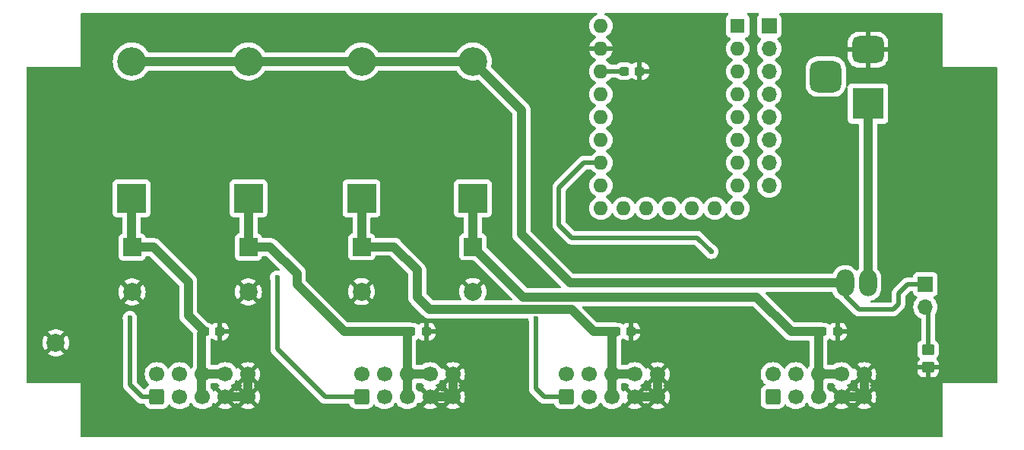
<source format=gbl>
G04 #@! TF.GenerationSoftware,KiCad,Pcbnew,8.0.0-rc1*
G04 #@! TF.CreationDate,2025-07-19T19:17:19+02:00*
G04 #@! TF.ProjectId,Pneumatic control unit system,506e6575-6d61-4746-9963-20636f6e7472,rev?*
G04 #@! TF.SameCoordinates,Original*
G04 #@! TF.FileFunction,Copper,L2,Bot*
G04 #@! TF.FilePolarity,Positive*
%FSLAX46Y46*%
G04 Gerber Fmt 4.6, Leading zero omitted, Abs format (unit mm)*
G04 Created by KiCad (PCBNEW 8.0.0-rc1) date 2025-07-19 19:17:19*
%MOMM*%
%LPD*%
G01*
G04 APERTURE LIST*
G04 Aperture macros list*
%AMRoundRect*
0 Rectangle with rounded corners*
0 $1 Rounding radius*
0 $2 $3 $4 $5 $6 $7 $8 $9 X,Y pos of 4 corners*
0 Add a 4 corners polygon primitive as box body*
4,1,4,$2,$3,$4,$5,$6,$7,$8,$9,$2,$3,0*
0 Add four circle primitives for the rounded corners*
1,1,$1+$1,$2,$3*
1,1,$1+$1,$4,$5*
1,1,$1+$1,$6,$7*
1,1,$1+$1,$8,$9*
0 Add four rect primitives between the rounded corners*
20,1,$1+$1,$2,$3,$4,$5,0*
20,1,$1+$1,$4,$5,$6,$7,0*
20,1,$1+$1,$6,$7,$8,$9,0*
20,1,$1+$1,$8,$9,$2,$3,0*%
G04 Aperture macros list end*
G04 #@! TA.AperFunction,ComponentPad*
%ADD10RoundRect,0.250000X0.600000X-0.600000X0.600000X0.600000X-0.600000X0.600000X-0.600000X-0.600000X0*%
G04 #@! TD*
G04 #@! TA.AperFunction,ComponentPad*
%ADD11C,1.700000*%
G04 #@! TD*
G04 #@! TA.AperFunction,ComponentPad*
%ADD12C,2.000000*%
G04 #@! TD*
G04 #@! TA.AperFunction,ComponentPad*
%ADD13R,2.000000X2.000000*%
G04 #@! TD*
G04 #@! TA.AperFunction,ComponentPad*
%ADD14R,3.200000X3.200000*%
G04 #@! TD*
G04 #@! TA.AperFunction,ComponentPad*
%ADD15O,3.200000X3.200000*%
G04 #@! TD*
G04 #@! TA.AperFunction,ComponentPad*
%ADD16R,1.700000X1.700000*%
G04 #@! TD*
G04 #@! TA.AperFunction,ComponentPad*
%ADD17O,1.700000X1.700000*%
G04 #@! TD*
G04 #@! TA.AperFunction,ComponentPad*
%ADD18R,1.600000X1.600000*%
G04 #@! TD*
G04 #@! TA.AperFunction,ComponentPad*
%ADD19O,1.600000X1.600000*%
G04 #@! TD*
G04 #@! TA.AperFunction,ComponentPad*
%ADD20R,3.500000X3.500000*%
G04 #@! TD*
G04 #@! TA.AperFunction,ComponentPad*
%ADD21RoundRect,0.750000X-1.000000X0.750000X-1.000000X-0.750000X1.000000X-0.750000X1.000000X0.750000X0*%
G04 #@! TD*
G04 #@! TA.AperFunction,ComponentPad*
%ADD22RoundRect,0.875000X-0.875000X0.875000X-0.875000X-0.875000X0.875000X-0.875000X0.875000X0.875000X0*%
G04 #@! TD*
G04 #@! TA.AperFunction,ComponentPad*
%ADD23O,2.000000X3.000000*%
G04 #@! TD*
G04 #@! TA.AperFunction,SMDPad,CuDef*
%ADD24RoundRect,0.250000X0.450000X-0.350000X0.450000X0.350000X-0.450000X0.350000X-0.450000X-0.350000X0*%
G04 #@! TD*
G04 #@! TA.AperFunction,SMDPad,CuDef*
%ADD25RoundRect,0.237500X-0.300000X-0.237500X0.300000X-0.237500X0.300000X0.237500X-0.300000X0.237500X0*%
G04 #@! TD*
G04 #@! TA.AperFunction,ViaPad*
%ADD26C,0.600000*%
G04 #@! TD*
G04 #@! TA.AperFunction,Conductor*
%ADD27C,1.000000*%
G04 #@! TD*
G04 #@! TA.AperFunction,Conductor*
%ADD28C,0.500000*%
G04 #@! TD*
G04 APERTURE END LIST*
D10*
X183600000Y-144540000D03*
D11*
X183600000Y-142000000D03*
X186140000Y-144540000D03*
X186140000Y-142000000D03*
X188680000Y-144540000D03*
X188680000Y-142000000D03*
X191220000Y-144540000D03*
X191220000Y-142000000D03*
X193760000Y-144540000D03*
X193760000Y-142000000D03*
D12*
X103750000Y-138500000D03*
D10*
X160600000Y-144540000D03*
D11*
X160600000Y-142000000D03*
X163140000Y-144540000D03*
X163140000Y-142000000D03*
X165680000Y-144540000D03*
X165680000Y-142000000D03*
X168220000Y-144540000D03*
X168220000Y-142000000D03*
X170760000Y-144540000D03*
X170760000Y-142000000D03*
D13*
X137800000Y-127800000D03*
D12*
X137800000Y-132800000D03*
D14*
X112200000Y-122400000D03*
D15*
X112200000Y-107160000D03*
D10*
X115000000Y-144540000D03*
D11*
X115000000Y-142000000D03*
X117540000Y-144540000D03*
X117540000Y-142000000D03*
X120080000Y-144540000D03*
X120080000Y-142000000D03*
X122620000Y-144540000D03*
X122620000Y-142000000D03*
X125160000Y-144540000D03*
X125160000Y-142000000D03*
D13*
X150200000Y-127800000D03*
D12*
X150200000Y-132800000D03*
D16*
X183200000Y-103195000D03*
D17*
X183200000Y-105735000D03*
X183200000Y-108275000D03*
X183200000Y-110815000D03*
X183200000Y-113355000D03*
X183200000Y-115895000D03*
X183200000Y-118435000D03*
X183200000Y-120975000D03*
D10*
X137800000Y-144540000D03*
D11*
X137800000Y-142000000D03*
X140340000Y-144540000D03*
X140340000Y-142000000D03*
X142880000Y-144540000D03*
X142880000Y-142000000D03*
X145420000Y-144540000D03*
X145420000Y-142000000D03*
X147960000Y-144540000D03*
X147960000Y-142000000D03*
D14*
X150200000Y-122400000D03*
D15*
X150200000Y-107160000D03*
D14*
X137800000Y-122400000D03*
D15*
X137800000Y-107160000D03*
D18*
X179703200Y-103200000D03*
D19*
X179703200Y-105740000D03*
X179703200Y-108280000D03*
X179703200Y-110820000D03*
X179703200Y-113360000D03*
X179703200Y-115900000D03*
X179703200Y-118440000D03*
X179703200Y-120980000D03*
X179703200Y-123520000D03*
X177163200Y-123520000D03*
X174623200Y-123520000D03*
X172083200Y-123520000D03*
X169543200Y-123520000D03*
X167003200Y-123520000D03*
X164463200Y-123520000D03*
X164463200Y-120980000D03*
X164463200Y-118440000D03*
X164463200Y-115900000D03*
X164463200Y-113360000D03*
X164463200Y-110820000D03*
X164463200Y-108280000D03*
X164463200Y-105740000D03*
X164463200Y-103200000D03*
D16*
X200600000Y-132000000D03*
D17*
X200600000Y-134540000D03*
D20*
X194200000Y-111850000D03*
D21*
X194200000Y-105850000D03*
D22*
X189500000Y-108850000D03*
D14*
X125200000Y-122400000D03*
D15*
X125200000Y-107160000D03*
D13*
X112250000Y-127850000D03*
D12*
X112250000Y-132850000D03*
D13*
X125200000Y-127832323D03*
D12*
X125200000Y-132832323D03*
D23*
X194203200Y-131850000D03*
X191663200Y-131850000D03*
D24*
X200897060Y-141250000D03*
X200897060Y-139250000D03*
D25*
X120275000Y-137250000D03*
X122000000Y-137250000D03*
X166075000Y-137250000D03*
X167800000Y-137250000D03*
X143275000Y-137250000D03*
X145000000Y-137250000D03*
X189075000Y-137250000D03*
X190800000Y-137250000D03*
X167045800Y-108245000D03*
X168770800Y-108245000D03*
D26*
X112000000Y-135750000D03*
X157200000Y-135800000D03*
X128400000Y-131250000D03*
X176750000Y-128350000D03*
D27*
X193760000Y-144540000D02*
X193760000Y-142000000D01*
X125160000Y-144540000D02*
X125160000Y-142000000D01*
X170760000Y-144540000D02*
X170760000Y-142000000D01*
X191220000Y-144540000D02*
X193760000Y-144540000D01*
X122620000Y-144540000D02*
X125160000Y-144540000D01*
X168220000Y-144540000D02*
X170760000Y-144540000D01*
X147960000Y-142000000D02*
X147960000Y-144540000D01*
X147960000Y-144540000D02*
X145420000Y-144540000D01*
X112200000Y-127832323D02*
X114632323Y-127832323D01*
X120000000Y-142000000D02*
X120000000Y-137525000D01*
X120000000Y-142000000D02*
X122540000Y-142000000D01*
X120000000Y-137525000D02*
X120275000Y-137250000D01*
X120275000Y-137250000D02*
X118500000Y-135475000D01*
X120000000Y-142000000D02*
X120000000Y-144540000D01*
X112200000Y-122400000D02*
X112200000Y-127832323D01*
X114632323Y-127832323D02*
X118500000Y-131700000D01*
X118500000Y-131700000D02*
X118500000Y-135475000D01*
D28*
X200600000Y-132000000D02*
X198600000Y-132000000D01*
X191663200Y-133263200D02*
X191663200Y-131850000D01*
D27*
X155600000Y-126400000D02*
X161000000Y-131800000D01*
X150200000Y-107160000D02*
X155600000Y-112560000D01*
D28*
X197000000Y-134800000D02*
X193200000Y-134800000D01*
D27*
X190250000Y-131850000D02*
X191663200Y-131850000D01*
X137800000Y-107160000D02*
X150200000Y-107160000D01*
X161000000Y-131800000D02*
X190200000Y-131800000D01*
D28*
X193200000Y-134800000D02*
X191663200Y-133263200D01*
X197600000Y-134200000D02*
X197000000Y-134800000D01*
D27*
X190200000Y-131800000D02*
X190250000Y-131850000D01*
D28*
X198600000Y-132000000D02*
X197600000Y-133000000D01*
D27*
X155600000Y-112560000D02*
X155600000Y-126400000D01*
X125200000Y-107160000D02*
X137800000Y-107160000D01*
X112200000Y-107160000D02*
X125200000Y-107160000D01*
D28*
X197600000Y-133000000D02*
X197600000Y-134200000D01*
X112000000Y-137800000D02*
X112000000Y-143200000D01*
X113340000Y-144540000D02*
X115000000Y-144540000D01*
X112000000Y-143200000D02*
X113340000Y-144540000D01*
X112000000Y-137800000D02*
X112000000Y-135750000D01*
X157200000Y-143600000D02*
X158140000Y-144540000D01*
X158140000Y-144540000D02*
X160600000Y-144540000D01*
X157200000Y-135800000D02*
X157200000Y-143600000D01*
X164498200Y-108245000D02*
X164463200Y-108280000D01*
X167045800Y-108245000D02*
X164498200Y-108245000D01*
X128400000Y-131250000D02*
X128400000Y-139200000D01*
X133740000Y-144540000D02*
X137800000Y-144540000D01*
X128400000Y-139200000D02*
X133740000Y-144540000D01*
X159800000Y-125400000D02*
X159800000Y-121200000D01*
X162560000Y-118440000D02*
X164463200Y-118440000D01*
X175200000Y-126800000D02*
X161200000Y-126800000D01*
X159800000Y-121200000D02*
X162560000Y-118440000D01*
X161200000Y-126800000D02*
X159800000Y-125400000D01*
X176750000Y-128350000D02*
X175200000Y-126800000D01*
D27*
X127632323Y-127832323D02*
X130600000Y-130800000D01*
X130600000Y-132000000D02*
X130600000Y-130800000D01*
X130600000Y-132000000D02*
X135850000Y-137250000D01*
X135850000Y-137250000D02*
X143275000Y-137250000D01*
X125200000Y-127832323D02*
X127632323Y-127832323D01*
X142880000Y-142000000D02*
X142880000Y-144540000D01*
X125200000Y-122400000D02*
X125200000Y-127832323D01*
X142880000Y-137645000D02*
X143275000Y-137250000D01*
X142880000Y-142000000D02*
X142880000Y-137645000D01*
X142880000Y-142000000D02*
X145420000Y-142000000D01*
X144000000Y-130400000D02*
X144000000Y-133400000D01*
X163650000Y-137250000D02*
X166075000Y-137250000D01*
X145400000Y-134800000D02*
X161200000Y-134800000D01*
X137800000Y-127800000D02*
X141400000Y-127800000D01*
X161200000Y-134800000D02*
X163650000Y-137250000D01*
X141400000Y-127800000D02*
X144000000Y-130400000D01*
X137800000Y-122400000D02*
X137800000Y-127800000D01*
X165680000Y-142000000D02*
X165680000Y-137645000D01*
X144000000Y-133400000D02*
X145400000Y-134800000D01*
X165680000Y-142000000D02*
X168220000Y-142000000D01*
X165680000Y-142000000D02*
X165680000Y-144540000D01*
X165680000Y-137645000D02*
X166075000Y-137250000D01*
X181800000Y-133400000D02*
X185650000Y-137250000D01*
X188680000Y-137645000D02*
X189075000Y-137250000D01*
X150200000Y-122400000D02*
X150200000Y-127800000D01*
X188680000Y-142000000D02*
X188680000Y-137645000D01*
X188680000Y-142000000D02*
X188680000Y-144540000D01*
X150200000Y-127800000D02*
X155800000Y-133400000D01*
X188680000Y-142000000D02*
X191220000Y-142000000D01*
X185650000Y-137250000D02*
X189075000Y-137250000D01*
X155800000Y-133400000D02*
X181800000Y-133400000D01*
X194200000Y-111850000D02*
X194200000Y-118396800D01*
X194203200Y-131850000D02*
X194203200Y-118400000D01*
X194203200Y-118400000D02*
X194200000Y-118396800D01*
D28*
X200897060Y-139250000D02*
X200897060Y-135307060D01*
X200897060Y-135307060D02*
X200600000Y-135010000D01*
G04 #@! TA.AperFunction,Conductor*
G36*
X121726281Y-143020185D02*
G01*
X121746923Y-143036819D01*
X121748599Y-143038495D01*
X121934158Y-143168425D01*
X121934594Y-143168730D01*
X121978218Y-143223307D01*
X121985411Y-143292806D01*
X121953889Y-143355160D01*
X121934593Y-143371880D01*
X121858626Y-143425072D01*
X121858625Y-143425072D01*
X122490590Y-144057037D01*
X122427007Y-144074075D01*
X122312993Y-144139901D01*
X122219901Y-144232993D01*
X122154075Y-144347007D01*
X122137037Y-144410590D01*
X121505073Y-143778626D01*
X121451881Y-143854594D01*
X121397304Y-143898219D01*
X121327806Y-143905413D01*
X121265451Y-143873891D01*
X121248730Y-143854594D01*
X121118494Y-143668597D01*
X121036819Y-143586922D01*
X121003334Y-143525599D01*
X121000500Y-143499241D01*
X121000500Y-143124500D01*
X121020185Y-143057461D01*
X121072989Y-143011706D01*
X121124500Y-143000500D01*
X121659242Y-143000500D01*
X121726281Y-143020185D01*
G37*
G04 #@! TD.AperFunction*
G04 #@! TA.AperFunction,Conductor*
G36*
X124694075Y-142192993D02*
G01*
X124759901Y-142307007D01*
X124852993Y-142400099D01*
X124967007Y-142465925D01*
X125030590Y-142482962D01*
X124398625Y-143114925D01*
X124475031Y-143168425D01*
X124518655Y-143223002D01*
X124525848Y-143292501D01*
X124494326Y-143354855D01*
X124475029Y-143371576D01*
X124398625Y-143425072D01*
X125030590Y-144057037D01*
X124967007Y-144074075D01*
X124852993Y-144139901D01*
X124759901Y-144232993D01*
X124694075Y-144347007D01*
X124677037Y-144410590D01*
X124045072Y-143778625D01*
X124045072Y-143778626D01*
X123991574Y-143855030D01*
X123936998Y-143898655D01*
X123867499Y-143905849D01*
X123805144Y-143874326D01*
X123788424Y-143855030D01*
X123734925Y-143778626D01*
X123734925Y-143778625D01*
X123102962Y-144410589D01*
X123085925Y-144347007D01*
X123020099Y-144232993D01*
X122927007Y-144139901D01*
X122812993Y-144074075D01*
X122749410Y-144057037D01*
X123381373Y-143425073D01*
X123381373Y-143425072D01*
X123305405Y-143371880D01*
X123261780Y-143317304D01*
X123254586Y-143247805D01*
X123286108Y-143185451D01*
X123305399Y-143168734D01*
X123491401Y-143038495D01*
X123658495Y-142871401D01*
X123788732Y-142685403D01*
X123843307Y-142641780D01*
X123912805Y-142634586D01*
X123975160Y-142666109D01*
X123991880Y-142685405D01*
X124045073Y-142761373D01*
X124677037Y-142129409D01*
X124694075Y-142192993D01*
G37*
G04 #@! TD.AperFunction*
G04 #@! TA.AperFunction,Conductor*
G36*
X144526281Y-143020185D02*
G01*
X144546923Y-143036819D01*
X144548599Y-143038495D01*
X144734158Y-143168425D01*
X144734594Y-143168730D01*
X144778218Y-143223307D01*
X144785411Y-143292806D01*
X144753889Y-143355160D01*
X144734593Y-143371880D01*
X144658626Y-143425072D01*
X144658625Y-143425072D01*
X145290590Y-144057037D01*
X145227007Y-144074075D01*
X145112993Y-144139901D01*
X145019901Y-144232993D01*
X144954075Y-144347007D01*
X144937037Y-144410590D01*
X144305073Y-143778626D01*
X144251881Y-143854594D01*
X144197304Y-143898219D01*
X144127806Y-143905413D01*
X144065451Y-143873891D01*
X144048730Y-143854594D01*
X143918494Y-143668597D01*
X143916819Y-143666922D01*
X143916315Y-143666000D01*
X143915014Y-143664449D01*
X143915325Y-143664187D01*
X143883334Y-143605599D01*
X143880500Y-143579241D01*
X143880500Y-143124500D01*
X143900185Y-143057461D01*
X143952989Y-143011706D01*
X144004500Y-143000500D01*
X144459242Y-143000500D01*
X144526281Y-143020185D01*
G37*
G04 #@! TD.AperFunction*
G04 #@! TA.AperFunction,Conductor*
G36*
X147494075Y-142192993D02*
G01*
X147559901Y-142307007D01*
X147652993Y-142400099D01*
X147767007Y-142465925D01*
X147830590Y-142482962D01*
X147198625Y-143114925D01*
X147275031Y-143168425D01*
X147318655Y-143223002D01*
X147325848Y-143292501D01*
X147294326Y-143354855D01*
X147275029Y-143371576D01*
X147198625Y-143425072D01*
X147830590Y-144057037D01*
X147767007Y-144074075D01*
X147652993Y-144139901D01*
X147559901Y-144232993D01*
X147494075Y-144347007D01*
X147477037Y-144410590D01*
X146845072Y-143778625D01*
X146845072Y-143778626D01*
X146791574Y-143855030D01*
X146736998Y-143898655D01*
X146667499Y-143905849D01*
X146605144Y-143874326D01*
X146588424Y-143855030D01*
X146534925Y-143778626D01*
X146534925Y-143778625D01*
X145902962Y-144410589D01*
X145885925Y-144347007D01*
X145820099Y-144232993D01*
X145727007Y-144139901D01*
X145612993Y-144074075D01*
X145549410Y-144057037D01*
X146181373Y-143425073D01*
X146181373Y-143425072D01*
X146105405Y-143371880D01*
X146061780Y-143317304D01*
X146054586Y-143247805D01*
X146086108Y-143185451D01*
X146105399Y-143168734D01*
X146291401Y-143038495D01*
X146458495Y-142871401D01*
X146588732Y-142685403D01*
X146643307Y-142641780D01*
X146712805Y-142634586D01*
X146775160Y-142666109D01*
X146791880Y-142685405D01*
X146845073Y-142761373D01*
X147477037Y-142129409D01*
X147494075Y-142192993D01*
G37*
G04 #@! TD.AperFunction*
G04 #@! TA.AperFunction,Conductor*
G36*
X190326281Y-143020185D02*
G01*
X190346923Y-143036819D01*
X190348599Y-143038495D01*
X190534158Y-143168425D01*
X190534594Y-143168730D01*
X190578218Y-143223307D01*
X190585411Y-143292806D01*
X190553889Y-143355160D01*
X190534593Y-143371880D01*
X190458626Y-143425072D01*
X190458625Y-143425072D01*
X191090590Y-144057037D01*
X191027007Y-144074075D01*
X190912993Y-144139901D01*
X190819901Y-144232993D01*
X190754075Y-144347007D01*
X190737037Y-144410590D01*
X190105073Y-143778626D01*
X190051881Y-143854594D01*
X189997304Y-143898219D01*
X189927806Y-143905413D01*
X189865451Y-143873891D01*
X189848730Y-143854594D01*
X189718494Y-143668597D01*
X189716819Y-143666922D01*
X189716315Y-143666000D01*
X189715014Y-143664449D01*
X189715325Y-143664187D01*
X189683334Y-143605599D01*
X189680500Y-143579241D01*
X189680500Y-143124500D01*
X189700185Y-143057461D01*
X189752989Y-143011706D01*
X189804500Y-143000500D01*
X190259242Y-143000500D01*
X190326281Y-143020185D01*
G37*
G04 #@! TD.AperFunction*
G04 #@! TA.AperFunction,Conductor*
G36*
X167326281Y-143020185D02*
G01*
X167346923Y-143036819D01*
X167348599Y-143038495D01*
X167534158Y-143168425D01*
X167534594Y-143168730D01*
X167578218Y-143223307D01*
X167585411Y-143292806D01*
X167553889Y-143355160D01*
X167534593Y-143371880D01*
X167458626Y-143425072D01*
X167458625Y-143425072D01*
X168090590Y-144057037D01*
X168027007Y-144074075D01*
X167912993Y-144139901D01*
X167819901Y-144232993D01*
X167754075Y-144347007D01*
X167737037Y-144410589D01*
X167105073Y-143778626D01*
X167051881Y-143854594D01*
X166997304Y-143898219D01*
X166927806Y-143905413D01*
X166865451Y-143873891D01*
X166848730Y-143854594D01*
X166718494Y-143668597D01*
X166716819Y-143666922D01*
X166716315Y-143666000D01*
X166715014Y-143664449D01*
X166715325Y-143664187D01*
X166683334Y-143605599D01*
X166680500Y-143579241D01*
X166680500Y-143124500D01*
X166700185Y-143057461D01*
X166752989Y-143011706D01*
X166804500Y-143000500D01*
X167259242Y-143000500D01*
X167326281Y-143020185D01*
G37*
G04 #@! TD.AperFunction*
G04 #@! TA.AperFunction,Conductor*
G36*
X170294075Y-142192993D02*
G01*
X170359901Y-142307007D01*
X170452993Y-142400099D01*
X170567007Y-142465925D01*
X170630590Y-142482962D01*
X169998625Y-143114925D01*
X170075031Y-143168425D01*
X170118655Y-143223002D01*
X170125848Y-143292501D01*
X170094326Y-143354855D01*
X170075029Y-143371576D01*
X169998625Y-143425072D01*
X170630590Y-144057037D01*
X170567007Y-144074075D01*
X170452993Y-144139901D01*
X170359901Y-144232993D01*
X170294075Y-144347007D01*
X170277037Y-144410589D01*
X169645073Y-143778625D01*
X169645072Y-143778626D01*
X169591574Y-143855030D01*
X169536998Y-143898655D01*
X169467499Y-143905849D01*
X169405144Y-143874326D01*
X169388424Y-143855030D01*
X169334925Y-143778626D01*
X169334925Y-143778625D01*
X168702962Y-144410589D01*
X168685925Y-144347007D01*
X168620099Y-144232993D01*
X168527007Y-144139901D01*
X168412993Y-144074075D01*
X168349410Y-144057037D01*
X168981373Y-143425073D01*
X168981373Y-143425072D01*
X168905405Y-143371880D01*
X168861780Y-143317304D01*
X168854586Y-143247805D01*
X168886108Y-143185451D01*
X168905399Y-143168734D01*
X169091401Y-143038495D01*
X169258495Y-142871401D01*
X169388732Y-142685403D01*
X169443307Y-142641780D01*
X169512805Y-142634586D01*
X169575160Y-142666109D01*
X169591880Y-142685405D01*
X169645073Y-142761373D01*
X170277037Y-142129409D01*
X170294075Y-142192993D01*
G37*
G04 #@! TD.AperFunction*
G04 #@! TA.AperFunction,Conductor*
G36*
X193294075Y-142192993D02*
G01*
X193359901Y-142307007D01*
X193452993Y-142400099D01*
X193567007Y-142465925D01*
X193630590Y-142482962D01*
X192998625Y-143114925D01*
X193075031Y-143168425D01*
X193118655Y-143223002D01*
X193125848Y-143292501D01*
X193094326Y-143354855D01*
X193075029Y-143371576D01*
X192998625Y-143425072D01*
X193630590Y-144057037D01*
X193567007Y-144074075D01*
X193452993Y-144139901D01*
X193359901Y-144232993D01*
X193294075Y-144347007D01*
X193277037Y-144410589D01*
X192645073Y-143778625D01*
X192645072Y-143778626D01*
X192591574Y-143855030D01*
X192536998Y-143898655D01*
X192467499Y-143905849D01*
X192405144Y-143874326D01*
X192388424Y-143855030D01*
X192334925Y-143778626D01*
X192334925Y-143778625D01*
X191702962Y-144410589D01*
X191685925Y-144347007D01*
X191620099Y-144232993D01*
X191527007Y-144139901D01*
X191412993Y-144074075D01*
X191349410Y-144057037D01*
X191981373Y-143425073D01*
X191981373Y-143425072D01*
X191905405Y-143371880D01*
X191861780Y-143317304D01*
X191854586Y-143247805D01*
X191886108Y-143185451D01*
X191905399Y-143168734D01*
X192091401Y-143038495D01*
X192258495Y-142871401D01*
X192388732Y-142685403D01*
X192443307Y-142641780D01*
X192512805Y-142634586D01*
X192575160Y-142666109D01*
X192591880Y-142685405D01*
X192645073Y-142761373D01*
X193277037Y-142129409D01*
X193294075Y-142192993D01*
G37*
G04 #@! TD.AperFunction*
G04 #@! TA.AperFunction,Conductor*
G36*
X164002128Y-101770185D02*
G01*
X164047883Y-101822989D01*
X164057827Y-101892147D01*
X164028802Y-101955703D01*
X163987494Y-101986882D01*
X163810467Y-102069431D01*
X163810465Y-102069432D01*
X163624058Y-102199954D01*
X163463154Y-102360858D01*
X163332632Y-102547265D01*
X163332631Y-102547267D01*
X163236461Y-102753502D01*
X163236458Y-102753511D01*
X163177566Y-102973302D01*
X163177564Y-102973313D01*
X163157732Y-103199998D01*
X163157732Y-103200001D01*
X163177564Y-103426686D01*
X163177566Y-103426697D01*
X163236458Y-103646488D01*
X163236461Y-103646497D01*
X163332631Y-103852732D01*
X163332632Y-103852734D01*
X163463154Y-104039141D01*
X163624058Y-104200045D01*
X163624061Y-104200047D01*
X163810466Y-104330568D01*
X163869065Y-104357893D01*
X163921505Y-104404065D01*
X163940657Y-104471258D01*
X163920442Y-104538139D01*
X163869067Y-104582657D01*
X163810715Y-104609867D01*
X163624379Y-104740342D01*
X163463542Y-104901179D01*
X163333065Y-105087517D01*
X163236934Y-105293673D01*
X163236930Y-105293682D01*
X163184327Y-105489999D01*
X163184328Y-105490000D01*
X164030188Y-105490000D01*
X163997275Y-105547007D01*
X163963200Y-105674174D01*
X163963200Y-105805826D01*
X163997275Y-105932993D01*
X164030188Y-105990000D01*
X163184328Y-105990000D01*
X163236930Y-106186317D01*
X163236934Y-106186326D01*
X163333065Y-106392482D01*
X163463542Y-106578820D01*
X163624379Y-106739657D01*
X163810718Y-106870134D01*
X163810720Y-106870135D01*
X163869065Y-106897342D01*
X163921505Y-106943514D01*
X163940657Y-107010707D01*
X163920442Y-107077589D01*
X163869067Y-107122105D01*
X163810468Y-107149431D01*
X163810464Y-107149433D01*
X163624058Y-107279954D01*
X163463154Y-107440858D01*
X163332632Y-107627265D01*
X163332631Y-107627267D01*
X163236461Y-107833502D01*
X163236458Y-107833511D01*
X163177566Y-108053302D01*
X163177564Y-108053313D01*
X163157732Y-108279998D01*
X163157732Y-108280001D01*
X163177564Y-108506686D01*
X163177566Y-108506697D01*
X163236458Y-108726488D01*
X163236461Y-108726497D01*
X163332631Y-108932732D01*
X163332632Y-108932734D01*
X163463154Y-109119141D01*
X163624058Y-109280045D01*
X163624061Y-109280047D01*
X163810466Y-109410568D01*
X163868475Y-109437618D01*
X163920914Y-109483791D01*
X163940066Y-109550984D01*
X163919850Y-109617865D01*
X163868475Y-109662382D01*
X163810467Y-109689431D01*
X163810465Y-109689432D01*
X163624058Y-109819954D01*
X163463154Y-109980858D01*
X163332632Y-110167265D01*
X163332631Y-110167267D01*
X163236461Y-110373502D01*
X163236458Y-110373511D01*
X163177566Y-110593302D01*
X163177564Y-110593313D01*
X163157732Y-110819998D01*
X163157732Y-110820001D01*
X163177564Y-111046686D01*
X163177566Y-111046697D01*
X163236458Y-111266488D01*
X163236461Y-111266497D01*
X163332631Y-111472732D01*
X163332632Y-111472734D01*
X163463154Y-111659141D01*
X163624058Y-111820045D01*
X163624061Y-111820047D01*
X163810466Y-111950568D01*
X163868475Y-111977618D01*
X163920914Y-112023791D01*
X163940066Y-112090984D01*
X163919850Y-112157865D01*
X163868475Y-112202382D01*
X163810466Y-112229432D01*
X163624058Y-112359954D01*
X163463154Y-112520858D01*
X163332632Y-112707265D01*
X163332631Y-112707267D01*
X163236461Y-112913502D01*
X163236458Y-112913511D01*
X163177566Y-113133302D01*
X163177564Y-113133313D01*
X163157732Y-113359998D01*
X163157732Y-113360001D01*
X163177564Y-113586686D01*
X163177566Y-113586697D01*
X163236458Y-113806488D01*
X163236461Y-113806497D01*
X163332631Y-114012732D01*
X163332632Y-114012734D01*
X163463154Y-114199141D01*
X163624058Y-114360045D01*
X163624061Y-114360047D01*
X163810466Y-114490568D01*
X163868475Y-114517618D01*
X163920914Y-114563791D01*
X163940066Y-114630984D01*
X163919850Y-114697865D01*
X163868475Y-114742382D01*
X163810467Y-114769431D01*
X163810465Y-114769432D01*
X163624058Y-114899954D01*
X163463154Y-115060858D01*
X163332632Y-115247265D01*
X163332631Y-115247267D01*
X163236461Y-115453502D01*
X163236458Y-115453511D01*
X163177566Y-115673302D01*
X163177564Y-115673313D01*
X163157732Y-115899998D01*
X163157732Y-115900001D01*
X163177564Y-116126686D01*
X163177566Y-116126697D01*
X163236458Y-116346488D01*
X163236461Y-116346497D01*
X163332631Y-116552732D01*
X163332632Y-116552734D01*
X163463154Y-116739141D01*
X163624058Y-116900045D01*
X163624061Y-116900047D01*
X163810466Y-117030568D01*
X163868475Y-117057618D01*
X163920914Y-117103791D01*
X163940066Y-117170984D01*
X163919850Y-117237865D01*
X163868475Y-117282382D01*
X163810467Y-117309431D01*
X163810465Y-117309432D01*
X163624058Y-117439954D01*
X163463154Y-117600858D01*
X163438112Y-117636623D01*
X163383535Y-117680248D01*
X163336537Y-117689500D01*
X162486080Y-117689500D01*
X162341092Y-117718340D01*
X162341082Y-117718343D01*
X162204511Y-117774912D01*
X162204498Y-117774919D01*
X162081584Y-117857048D01*
X162081580Y-117857051D01*
X159217050Y-120721580D01*
X159217044Y-120721588D01*
X159167812Y-120795268D01*
X159167813Y-120795269D01*
X159134921Y-120844496D01*
X159134914Y-120844508D01*
X159078342Y-120981086D01*
X159078340Y-120981092D01*
X159049500Y-121126079D01*
X159049500Y-121126082D01*
X159049500Y-125473918D01*
X159049500Y-125473920D01*
X159049499Y-125473920D01*
X159078340Y-125618907D01*
X159078343Y-125618917D01*
X159134913Y-125755490D01*
X159134914Y-125755492D01*
X159134915Y-125755494D01*
X159134916Y-125755495D01*
X159139405Y-125762213D01*
X159139407Y-125762219D01*
X159139408Y-125762219D01*
X159217046Y-125878414D01*
X159217052Y-125878421D01*
X160721584Y-127382952D01*
X160721586Y-127382954D01*
X160751058Y-127402645D01*
X160795270Y-127432186D01*
X160844505Y-127465084D01*
X160844506Y-127465084D01*
X160844507Y-127465085D01*
X160844509Y-127465086D01*
X160981082Y-127521656D01*
X160981087Y-127521658D01*
X160981091Y-127521658D01*
X160981092Y-127521659D01*
X161126079Y-127550500D01*
X161126082Y-127550500D01*
X161126083Y-127550500D01*
X161273917Y-127550500D01*
X174837770Y-127550500D01*
X174904809Y-127570185D01*
X174925451Y-127586819D01*
X175996692Y-128658060D01*
X176019356Y-128694129D01*
X176021188Y-128693247D01*
X176024207Y-128699516D01*
X176111955Y-128839166D01*
X176120184Y-128852262D01*
X176247738Y-128979816D01*
X176338080Y-129036582D01*
X176398671Y-129074654D01*
X176400478Y-129075789D01*
X176447764Y-129092335D01*
X176570745Y-129135368D01*
X176570750Y-129135369D01*
X176749996Y-129155565D01*
X176750000Y-129155565D01*
X176750004Y-129155565D01*
X176929249Y-129135369D01*
X176929252Y-129135368D01*
X176929255Y-129135368D01*
X177099522Y-129075789D01*
X177252262Y-128979816D01*
X177379816Y-128852262D01*
X177475789Y-128699522D01*
X177535368Y-128529255D01*
X177555565Y-128350000D01*
X177535368Y-128170745D01*
X177475789Y-128000478D01*
X177379816Y-127847738D01*
X177252262Y-127720184D01*
X177099522Y-127624211D01*
X177099516Y-127624207D01*
X177093247Y-127621188D01*
X177094129Y-127619356D01*
X177058060Y-127596692D01*
X175678421Y-126217052D01*
X175678414Y-126217046D01*
X175578818Y-126150499D01*
X175578817Y-126150499D01*
X175555495Y-126134916D01*
X175555488Y-126134912D01*
X175418917Y-126078343D01*
X175418907Y-126078340D01*
X175273920Y-126049500D01*
X175273918Y-126049500D01*
X161562230Y-126049500D01*
X161495191Y-126029815D01*
X161474549Y-126013181D01*
X160586819Y-125125451D01*
X160553334Y-125064128D01*
X160550500Y-125037770D01*
X160550500Y-121562229D01*
X160570185Y-121495190D01*
X160586819Y-121474548D01*
X162834548Y-119226819D01*
X162895871Y-119193334D01*
X162922229Y-119190500D01*
X163336537Y-119190500D01*
X163403576Y-119210185D01*
X163438112Y-119243377D01*
X163463154Y-119279141D01*
X163624058Y-119440045D01*
X163624061Y-119440047D01*
X163810466Y-119570568D01*
X163868475Y-119597618D01*
X163920914Y-119643791D01*
X163940066Y-119710984D01*
X163919850Y-119777865D01*
X163868475Y-119822382D01*
X163810467Y-119849431D01*
X163810465Y-119849432D01*
X163624058Y-119979954D01*
X163463154Y-120140858D01*
X163332632Y-120327265D01*
X163332631Y-120327267D01*
X163236461Y-120533502D01*
X163236458Y-120533511D01*
X163177566Y-120753302D01*
X163177564Y-120753313D01*
X163157732Y-120979998D01*
X163157732Y-120980001D01*
X163177564Y-121206686D01*
X163177566Y-121206697D01*
X163236458Y-121426488D01*
X163236461Y-121426497D01*
X163332631Y-121632732D01*
X163332632Y-121632734D01*
X163463154Y-121819141D01*
X163624058Y-121980045D01*
X163624061Y-121980047D01*
X163810466Y-122110568D01*
X163868475Y-122137618D01*
X163920914Y-122183791D01*
X163940066Y-122250984D01*
X163919850Y-122317865D01*
X163868475Y-122362382D01*
X163810467Y-122389431D01*
X163810465Y-122389432D01*
X163624058Y-122519954D01*
X163463154Y-122680858D01*
X163332632Y-122867265D01*
X163332631Y-122867267D01*
X163236461Y-123073502D01*
X163236458Y-123073511D01*
X163177566Y-123293302D01*
X163177564Y-123293313D01*
X163157732Y-123519998D01*
X163157732Y-123520001D01*
X163177564Y-123746686D01*
X163177566Y-123746697D01*
X163236458Y-123966488D01*
X163236461Y-123966497D01*
X163332631Y-124172732D01*
X163332632Y-124172734D01*
X163463154Y-124359141D01*
X163624058Y-124520045D01*
X163624061Y-124520047D01*
X163810466Y-124650568D01*
X164016704Y-124746739D01*
X164236508Y-124805635D01*
X164398430Y-124819801D01*
X164463198Y-124825468D01*
X164463200Y-124825468D01*
X164463202Y-124825468D01*
X164519873Y-124820509D01*
X164689892Y-124805635D01*
X164909696Y-124746739D01*
X165115934Y-124650568D01*
X165302339Y-124520047D01*
X165463247Y-124359139D01*
X165593768Y-124172734D01*
X165620818Y-124114724D01*
X165666990Y-124062285D01*
X165734183Y-124043133D01*
X165801065Y-124063348D01*
X165845582Y-124114725D01*
X165872629Y-124172728D01*
X165872632Y-124172734D01*
X166003154Y-124359141D01*
X166164058Y-124520045D01*
X166164061Y-124520047D01*
X166350466Y-124650568D01*
X166556704Y-124746739D01*
X166776508Y-124805635D01*
X166938430Y-124819801D01*
X167003198Y-124825468D01*
X167003200Y-124825468D01*
X167003202Y-124825468D01*
X167059873Y-124820509D01*
X167229892Y-124805635D01*
X167449696Y-124746739D01*
X167655934Y-124650568D01*
X167842339Y-124520047D01*
X168003247Y-124359139D01*
X168133768Y-124172734D01*
X168160818Y-124114724D01*
X168206990Y-124062285D01*
X168274183Y-124043133D01*
X168341065Y-124063348D01*
X168385582Y-124114725D01*
X168412629Y-124172728D01*
X168412632Y-124172734D01*
X168543154Y-124359141D01*
X168704058Y-124520045D01*
X168704061Y-124520047D01*
X168890466Y-124650568D01*
X169096704Y-124746739D01*
X169316508Y-124805635D01*
X169478430Y-124819801D01*
X169543198Y-124825468D01*
X169543200Y-124825468D01*
X169543202Y-124825468D01*
X169599873Y-124820509D01*
X169769892Y-124805635D01*
X169989696Y-124746739D01*
X170195934Y-124650568D01*
X170382339Y-124520047D01*
X170543247Y-124359139D01*
X170673768Y-124172734D01*
X170700818Y-124114724D01*
X170746990Y-124062285D01*
X170814183Y-124043133D01*
X170881065Y-124063348D01*
X170925582Y-124114725D01*
X170952629Y-124172728D01*
X170952632Y-124172734D01*
X171083154Y-124359141D01*
X171244058Y-124520045D01*
X171244061Y-124520047D01*
X171430466Y-124650568D01*
X171636704Y-124746739D01*
X171856508Y-124805635D01*
X172018430Y-124819801D01*
X172083198Y-124825468D01*
X172083200Y-124825468D01*
X172083202Y-124825468D01*
X172139873Y-124820509D01*
X172309892Y-124805635D01*
X172529696Y-124746739D01*
X172735934Y-124650568D01*
X172922339Y-124520047D01*
X173083247Y-124359139D01*
X173213768Y-124172734D01*
X173240818Y-124114724D01*
X173286990Y-124062285D01*
X173354183Y-124043133D01*
X173421065Y-124063348D01*
X173465582Y-124114725D01*
X173492629Y-124172728D01*
X173492632Y-124172734D01*
X173623154Y-124359141D01*
X173784058Y-124520045D01*
X173784061Y-124520047D01*
X173970466Y-124650568D01*
X174176704Y-124746739D01*
X174396508Y-124805635D01*
X174558430Y-124819801D01*
X174623198Y-124825468D01*
X174623200Y-124825468D01*
X174623202Y-124825468D01*
X174679873Y-124820509D01*
X174849892Y-124805635D01*
X175069696Y-124746739D01*
X175275934Y-124650568D01*
X175462339Y-124520047D01*
X175623247Y-124359139D01*
X175753768Y-124172734D01*
X175780818Y-124114724D01*
X175826990Y-124062285D01*
X175894183Y-124043133D01*
X175961065Y-124063348D01*
X176005582Y-124114725D01*
X176032629Y-124172728D01*
X176032632Y-124172734D01*
X176163154Y-124359141D01*
X176324058Y-124520045D01*
X176324061Y-124520047D01*
X176510466Y-124650568D01*
X176716704Y-124746739D01*
X176936508Y-124805635D01*
X177098430Y-124819801D01*
X177163198Y-124825468D01*
X177163200Y-124825468D01*
X177163202Y-124825468D01*
X177219873Y-124820509D01*
X177389892Y-124805635D01*
X177609696Y-124746739D01*
X177815934Y-124650568D01*
X178002339Y-124520047D01*
X178163247Y-124359139D01*
X178293768Y-124172734D01*
X178320818Y-124114724D01*
X178366990Y-124062285D01*
X178434183Y-124043133D01*
X178501065Y-124063348D01*
X178545582Y-124114725D01*
X178572629Y-124172728D01*
X178572632Y-124172734D01*
X178703154Y-124359141D01*
X178864058Y-124520045D01*
X178864061Y-124520047D01*
X179050466Y-124650568D01*
X179256704Y-124746739D01*
X179476508Y-124805635D01*
X179638430Y-124819801D01*
X179703198Y-124825468D01*
X179703200Y-124825468D01*
X179703202Y-124825468D01*
X179759873Y-124820509D01*
X179929892Y-124805635D01*
X180149696Y-124746739D01*
X180355934Y-124650568D01*
X180542339Y-124520047D01*
X180703247Y-124359139D01*
X180833768Y-124172734D01*
X180929939Y-123966496D01*
X180988835Y-123746692D01*
X181008668Y-123520000D01*
X180988835Y-123293308D01*
X180929939Y-123073504D01*
X180833768Y-122867266D01*
X180703247Y-122680861D01*
X180703245Y-122680858D01*
X180542341Y-122519954D01*
X180355934Y-122389432D01*
X180355928Y-122389429D01*
X180297925Y-122362382D01*
X180245485Y-122316210D01*
X180226333Y-122249017D01*
X180246548Y-122182135D01*
X180297925Y-122137618D01*
X180355934Y-122110568D01*
X180542339Y-121980047D01*
X180703247Y-121819139D01*
X180833768Y-121632734D01*
X180929939Y-121426496D01*
X180988835Y-121206692D01*
X181005834Y-121012384D01*
X181008668Y-120980001D01*
X181008668Y-120979998D01*
X180988835Y-120753313D01*
X180988835Y-120753308D01*
X180944116Y-120586415D01*
X180929941Y-120533511D01*
X180929938Y-120533502D01*
X180833768Y-120327266D01*
X180703247Y-120140861D01*
X180703245Y-120140858D01*
X180542341Y-119979954D01*
X180355934Y-119849432D01*
X180355928Y-119849429D01*
X180297925Y-119822382D01*
X180245485Y-119776210D01*
X180226333Y-119709017D01*
X180246548Y-119642135D01*
X180297925Y-119597618D01*
X180355934Y-119570568D01*
X180542339Y-119440047D01*
X180703247Y-119279139D01*
X180833768Y-119092734D01*
X180929939Y-118886496D01*
X180988835Y-118666692D01*
X181008668Y-118440000D01*
X181008230Y-118434999D01*
X180996187Y-118297346D01*
X180988835Y-118213308D01*
X180929939Y-117993504D01*
X180833768Y-117787266D01*
X180703247Y-117600861D01*
X180703245Y-117600858D01*
X180542341Y-117439954D01*
X180355934Y-117309432D01*
X180355928Y-117309429D01*
X180297925Y-117282382D01*
X180245485Y-117236210D01*
X180226333Y-117169017D01*
X180246548Y-117102135D01*
X180297925Y-117057618D01*
X180355934Y-117030568D01*
X180542339Y-116900047D01*
X180703247Y-116739139D01*
X180833768Y-116552734D01*
X180929939Y-116346496D01*
X180988835Y-116126692D01*
X181008668Y-115900000D01*
X181008230Y-115894999D01*
X180988835Y-115673313D01*
X180988835Y-115673308D01*
X180929939Y-115453504D01*
X180833768Y-115247266D01*
X180703247Y-115060861D01*
X180703245Y-115060858D01*
X180542341Y-114899954D01*
X180355934Y-114769432D01*
X180355928Y-114769429D01*
X180297925Y-114742382D01*
X180245485Y-114696210D01*
X180226333Y-114629017D01*
X180246548Y-114562135D01*
X180297925Y-114517618D01*
X180355934Y-114490568D01*
X180542339Y-114360047D01*
X180703247Y-114199139D01*
X180833768Y-114012734D01*
X180929939Y-113806496D01*
X180988835Y-113586692D01*
X181008668Y-113360000D01*
X181008230Y-113354999D01*
X180988835Y-113133313D01*
X180988835Y-113133308D01*
X180929939Y-112913504D01*
X180833768Y-112707266D01*
X180703247Y-112520861D01*
X180703245Y-112520858D01*
X180542341Y-112359954D01*
X180411251Y-112268165D01*
X180355934Y-112229432D01*
X180297924Y-112202381D01*
X180245485Y-112156210D01*
X180226333Y-112089017D01*
X180246548Y-112022135D01*
X180297925Y-111977618D01*
X180355934Y-111950568D01*
X180542339Y-111820047D01*
X180703247Y-111659139D01*
X180833768Y-111472734D01*
X180929939Y-111266496D01*
X180988835Y-111046692D01*
X181008668Y-110820000D01*
X181008230Y-110814999D01*
X180988835Y-110593313D01*
X180988835Y-110593308D01*
X180929939Y-110373504D01*
X180833768Y-110167266D01*
X180711408Y-109992516D01*
X180703245Y-109980858D01*
X180542341Y-109819954D01*
X180355934Y-109689432D01*
X180355928Y-109689429D01*
X180297925Y-109662382D01*
X180245485Y-109616210D01*
X180226333Y-109549017D01*
X180246548Y-109482135D01*
X180297925Y-109437618D01*
X180355934Y-109410568D01*
X180542339Y-109280047D01*
X180703247Y-109119139D01*
X180833768Y-108932734D01*
X180929939Y-108726496D01*
X180988835Y-108506692D01*
X181008668Y-108280000D01*
X181008230Y-108274999D01*
X180988835Y-108053313D01*
X180988835Y-108053308D01*
X180929939Y-107833504D01*
X180833768Y-107627266D01*
X180721887Y-107467482D01*
X180703245Y-107440858D01*
X180542341Y-107279954D01*
X180355934Y-107149432D01*
X180355928Y-107149429D01*
X180297925Y-107122382D01*
X180245485Y-107076210D01*
X180226333Y-107009017D01*
X180246548Y-106942135D01*
X180297925Y-106897618D01*
X180298519Y-106897341D01*
X180355934Y-106870568D01*
X180542339Y-106740047D01*
X180703247Y-106579139D01*
X180833768Y-106392734D01*
X180929939Y-106186496D01*
X180988835Y-105966692D01*
X181008668Y-105740000D01*
X181008230Y-105734999D01*
X180998282Y-105621289D01*
X180988835Y-105513308D01*
X180929939Y-105293504D01*
X180833768Y-105087266D01*
X180703247Y-104900861D01*
X180703245Y-104900858D01*
X180542343Y-104739956D01*
X180517736Y-104722726D01*
X180474112Y-104668149D01*
X180466919Y-104598650D01*
X180498441Y-104536296D01*
X180558671Y-104500882D01*
X180575604Y-104497861D01*
X180610683Y-104494091D01*
X180745531Y-104443796D01*
X180860746Y-104357546D01*
X180946996Y-104242331D01*
X180997291Y-104107483D01*
X181003700Y-104047873D01*
X181003699Y-102352128D01*
X180997291Y-102292517D01*
X180976777Y-102237517D01*
X180946997Y-102157671D01*
X180946993Y-102157664D01*
X180860747Y-102042455D01*
X180860744Y-102042452D01*
X180768992Y-101973766D01*
X180727121Y-101917832D01*
X180722137Y-101848141D01*
X180755623Y-101786818D01*
X180816946Y-101753334D01*
X180843303Y-101750500D01*
X181936427Y-101750500D01*
X182003466Y-101770185D01*
X182049221Y-101822989D01*
X182059165Y-101892147D01*
X182030140Y-101955703D01*
X182010739Y-101973766D01*
X181992452Y-101987455D01*
X181906206Y-102102664D01*
X181906202Y-102102671D01*
X181855908Y-102237517D01*
X181849501Y-102297116D01*
X181849501Y-102297123D01*
X181849500Y-102297135D01*
X181849500Y-104092870D01*
X181849501Y-104092876D01*
X181855908Y-104152483D01*
X181906202Y-104287328D01*
X181906206Y-104287335D01*
X181992452Y-104402544D01*
X181992455Y-104402547D01*
X182107664Y-104488793D01*
X182107671Y-104488797D01*
X182239081Y-104537810D01*
X182295015Y-104579681D01*
X182319432Y-104645145D01*
X182304580Y-104713418D01*
X182283430Y-104741673D01*
X182161503Y-104863600D01*
X182025965Y-105057169D01*
X182025964Y-105057171D01*
X181926098Y-105271335D01*
X181926094Y-105271344D01*
X181864938Y-105499586D01*
X181864936Y-105499596D01*
X181844341Y-105734999D01*
X181844341Y-105735000D01*
X181864936Y-105970403D01*
X181864938Y-105970413D01*
X181926094Y-106198655D01*
X181926096Y-106198659D01*
X181926097Y-106198663D01*
X181983239Y-106321203D01*
X182025965Y-106412830D01*
X182025967Y-106412834D01*
X182161501Y-106606395D01*
X182161506Y-106606402D01*
X182328597Y-106773493D01*
X182328603Y-106773498D01*
X182514158Y-106903425D01*
X182557783Y-106958002D01*
X182564977Y-107027500D01*
X182533454Y-107089855D01*
X182514158Y-107106575D01*
X182328597Y-107236505D01*
X182161505Y-107403597D01*
X182025965Y-107597169D01*
X182025964Y-107597171D01*
X181926098Y-107811335D01*
X181926094Y-107811344D01*
X181864938Y-108039586D01*
X181864936Y-108039596D01*
X181844341Y-108274999D01*
X181844341Y-108275000D01*
X181864936Y-108510403D01*
X181864938Y-108510413D01*
X181926094Y-108738655D01*
X181926096Y-108738659D01*
X181926097Y-108738663D01*
X182016593Y-108932732D01*
X182025965Y-108952830D01*
X182025967Y-108952834D01*
X182094716Y-109051017D01*
X182159712Y-109143841D01*
X182161501Y-109146395D01*
X182161506Y-109146402D01*
X182328597Y-109313493D01*
X182328603Y-109313498D01*
X182514158Y-109443425D01*
X182557783Y-109498002D01*
X182564977Y-109567500D01*
X182533454Y-109629855D01*
X182514158Y-109646575D01*
X182328597Y-109776505D01*
X182161505Y-109943597D01*
X182025965Y-110137169D01*
X182025964Y-110137171D01*
X181926098Y-110351335D01*
X181926094Y-110351344D01*
X181864938Y-110579586D01*
X181864936Y-110579596D01*
X181844341Y-110814999D01*
X181844341Y-110815000D01*
X181864936Y-111050403D01*
X181864938Y-111050413D01*
X181926094Y-111278655D01*
X181926096Y-111278659D01*
X181926097Y-111278663D01*
X182016593Y-111472732D01*
X182025965Y-111492830D01*
X182025967Y-111492834D01*
X182161501Y-111686395D01*
X182161506Y-111686402D01*
X182328597Y-111853493D01*
X182328603Y-111853498D01*
X182514158Y-111983425D01*
X182557783Y-112038002D01*
X182564977Y-112107500D01*
X182533454Y-112169855D01*
X182514158Y-112186575D01*
X182328597Y-112316505D01*
X182161505Y-112483597D01*
X182025965Y-112677169D01*
X182025964Y-112677171D01*
X181926098Y-112891335D01*
X181926094Y-112891344D01*
X181864938Y-113119586D01*
X181864936Y-113119596D01*
X181844341Y-113354999D01*
X181844341Y-113355000D01*
X181864936Y-113590403D01*
X181864938Y-113590413D01*
X181926094Y-113818655D01*
X181926096Y-113818659D01*
X181926097Y-113818663D01*
X181990860Y-113957547D01*
X182025965Y-114032830D01*
X182025967Y-114032834D01*
X182161501Y-114226395D01*
X182161506Y-114226402D01*
X182328597Y-114393493D01*
X182328603Y-114393498D01*
X182514158Y-114523425D01*
X182557783Y-114578002D01*
X182564977Y-114647500D01*
X182533454Y-114709855D01*
X182514158Y-114726575D01*
X182328597Y-114856505D01*
X182161505Y-115023597D01*
X182025965Y-115217169D01*
X182025964Y-115217171D01*
X181926098Y-115431335D01*
X181926094Y-115431344D01*
X181864938Y-115659586D01*
X181864936Y-115659596D01*
X181844341Y-115894999D01*
X181844341Y-115895000D01*
X181864936Y-116130403D01*
X181864938Y-116130413D01*
X181926094Y-116358655D01*
X181926096Y-116358659D01*
X181926097Y-116358663D01*
X182016593Y-116552732D01*
X182025965Y-116572830D01*
X182025967Y-116572834D01*
X182161501Y-116766395D01*
X182161506Y-116766402D01*
X182328597Y-116933493D01*
X182328603Y-116933498D01*
X182514158Y-117063425D01*
X182557783Y-117118002D01*
X182564977Y-117187500D01*
X182533454Y-117249855D01*
X182514158Y-117266575D01*
X182328597Y-117396505D01*
X182161505Y-117563597D01*
X182025965Y-117757169D01*
X182025964Y-117757171D01*
X181926098Y-117971335D01*
X181926094Y-117971344D01*
X181864938Y-118199586D01*
X181864936Y-118199596D01*
X181844341Y-118434999D01*
X181844341Y-118435000D01*
X181864936Y-118670403D01*
X181864938Y-118670413D01*
X181926094Y-118898655D01*
X181926096Y-118898659D01*
X181926097Y-118898663D01*
X182016593Y-119092732D01*
X182025965Y-119112830D01*
X182025967Y-119112834D01*
X182161501Y-119306395D01*
X182161506Y-119306402D01*
X182328597Y-119473493D01*
X182328603Y-119473498D01*
X182514158Y-119603425D01*
X182557783Y-119658002D01*
X182564977Y-119727500D01*
X182533454Y-119789855D01*
X182514158Y-119806575D01*
X182328597Y-119936505D01*
X182161505Y-120103597D01*
X182025965Y-120297169D01*
X182025964Y-120297171D01*
X181926098Y-120511335D01*
X181926094Y-120511344D01*
X181864938Y-120739586D01*
X181864936Y-120739596D01*
X181844341Y-120974999D01*
X181844341Y-120975000D01*
X181864936Y-121210403D01*
X181864938Y-121210413D01*
X181926094Y-121438655D01*
X181926096Y-121438659D01*
X181926097Y-121438663D01*
X181983717Y-121562229D01*
X182025965Y-121652830D01*
X182025967Y-121652834D01*
X182134281Y-121807521D01*
X182161505Y-121846401D01*
X182328599Y-122013495D01*
X182425384Y-122081265D01*
X182522165Y-122149032D01*
X182522167Y-122149033D01*
X182522170Y-122149035D01*
X182736337Y-122248903D01*
X182964592Y-122310063D01*
X183152918Y-122326539D01*
X183199999Y-122330659D01*
X183200000Y-122330659D01*
X183200001Y-122330659D01*
X183239234Y-122327226D01*
X183435408Y-122310063D01*
X183663663Y-122248903D01*
X183877830Y-122149035D01*
X184071401Y-122013495D01*
X184238495Y-121846401D01*
X184374035Y-121652830D01*
X184473903Y-121438663D01*
X184535063Y-121210408D01*
X184555659Y-120975000D01*
X184535063Y-120739592D01*
X184486316Y-120557664D01*
X184473905Y-120511344D01*
X184473904Y-120511343D01*
X184473903Y-120511337D01*
X184374035Y-120297171D01*
X184238495Y-120103599D01*
X184238494Y-120103597D01*
X184071402Y-119936506D01*
X184071396Y-119936501D01*
X183885842Y-119806575D01*
X183842217Y-119751998D01*
X183835023Y-119682500D01*
X183866546Y-119620145D01*
X183885842Y-119603425D01*
X183932764Y-119570570D01*
X184071401Y-119473495D01*
X184238495Y-119306401D01*
X184374035Y-119112830D01*
X184473903Y-118898663D01*
X184535063Y-118670408D01*
X184555659Y-118435000D01*
X184535063Y-118199592D01*
X184488626Y-118026285D01*
X184473905Y-117971344D01*
X184473904Y-117971343D01*
X184473903Y-117971337D01*
X184374035Y-117757171D01*
X184346848Y-117718343D01*
X184238494Y-117563597D01*
X184071402Y-117396506D01*
X184071396Y-117396501D01*
X183885842Y-117266575D01*
X183842217Y-117211998D01*
X183835023Y-117142500D01*
X183866546Y-117080145D01*
X183885842Y-117063425D01*
X183932764Y-117030570D01*
X184071401Y-116933495D01*
X184238495Y-116766401D01*
X184374035Y-116572830D01*
X184473903Y-116358663D01*
X184535063Y-116130408D01*
X184555659Y-115895000D01*
X184535063Y-115659592D01*
X184488626Y-115486285D01*
X184473905Y-115431344D01*
X184473904Y-115431343D01*
X184473903Y-115431337D01*
X184374035Y-115217171D01*
X184238495Y-115023599D01*
X184238494Y-115023597D01*
X184071402Y-114856506D01*
X184071396Y-114856501D01*
X183885842Y-114726575D01*
X183842217Y-114671998D01*
X183835023Y-114602500D01*
X183866546Y-114540145D01*
X183885842Y-114523425D01*
X183932764Y-114490570D01*
X184071401Y-114393495D01*
X184238495Y-114226401D01*
X184374035Y-114032830D01*
X184473903Y-113818663D01*
X184535063Y-113590408D01*
X184555659Y-113355000D01*
X184535063Y-113119592D01*
X184486433Y-112938101D01*
X184473905Y-112891344D01*
X184473904Y-112891343D01*
X184473903Y-112891337D01*
X184374035Y-112677171D01*
X184238495Y-112483599D01*
X184238494Y-112483597D01*
X184071402Y-112316506D01*
X184071396Y-112316501D01*
X183885842Y-112186575D01*
X183842217Y-112131998D01*
X183835023Y-112062500D01*
X183866546Y-112000145D01*
X183885842Y-111983425D01*
X183932764Y-111950570D01*
X184071401Y-111853495D01*
X184238495Y-111686401D01*
X184374035Y-111492830D01*
X184473903Y-111278663D01*
X184535063Y-111050408D01*
X184555659Y-110815000D01*
X184535063Y-110579592D01*
X184488626Y-110406285D01*
X184473905Y-110351344D01*
X184473904Y-110351343D01*
X184473903Y-110351337D01*
X184374035Y-110137171D01*
X184363434Y-110122030D01*
X184238494Y-109943597D01*
X184071402Y-109776506D01*
X184071396Y-109776501D01*
X183885842Y-109646575D01*
X183842217Y-109591998D01*
X183835023Y-109522500D01*
X183866546Y-109460145D01*
X183885842Y-109443425D01*
X183932764Y-109410570D01*
X184071401Y-109313495D01*
X184238495Y-109146401D01*
X184374035Y-108952830D01*
X184473903Y-108738663D01*
X184535063Y-108510408D01*
X184555659Y-108275000D01*
X184535063Y-108039592D01*
X184481476Y-107839599D01*
X184473905Y-107811344D01*
X184473904Y-107811343D01*
X184473903Y-107811337D01*
X184374035Y-107597171D01*
X184350417Y-107563440D01*
X184238494Y-107403597D01*
X184071402Y-107236506D01*
X184071396Y-107236501D01*
X183885842Y-107106575D01*
X183842217Y-107051998D01*
X183835023Y-106982500D01*
X183866546Y-106920145D01*
X183885842Y-106903425D01*
X183932764Y-106870570D01*
X184071401Y-106773495D01*
X184238495Y-106606401D01*
X184374035Y-106412830D01*
X184473903Y-106198663D01*
X184535063Y-105970408D01*
X184555659Y-105735000D01*
X184543848Y-105600000D01*
X191950000Y-105600000D01*
X192766988Y-105600000D01*
X192734075Y-105657007D01*
X192700000Y-105784174D01*
X192700000Y-105915826D01*
X192734075Y-106042993D01*
X192766988Y-106100000D01*
X191950001Y-106100000D01*
X191950001Y-106664197D01*
X191960400Y-106796332D01*
X192015377Y-107014519D01*
X192108428Y-107219374D01*
X192108431Y-107219380D01*
X192236559Y-107404323D01*
X192236569Y-107404335D01*
X192395664Y-107563430D01*
X192395676Y-107563440D01*
X192580619Y-107691568D01*
X192580625Y-107691571D01*
X192785480Y-107784622D01*
X193003667Y-107839599D01*
X193135810Y-107849999D01*
X193949999Y-107849999D01*
X193950000Y-107849998D01*
X193950000Y-106350000D01*
X194450000Y-106350000D01*
X194450000Y-107849999D01*
X195264182Y-107849999D01*
X195264197Y-107849998D01*
X195396332Y-107839599D01*
X195614519Y-107784622D01*
X195819374Y-107691571D01*
X195819380Y-107691568D01*
X196004323Y-107563440D01*
X196004335Y-107563430D01*
X196163430Y-107404335D01*
X196163440Y-107404323D01*
X196291568Y-107219380D01*
X196291571Y-107219374D01*
X196384622Y-107014519D01*
X196439599Y-106796332D01*
X196449999Y-106664196D01*
X196450000Y-106664184D01*
X196450000Y-106100000D01*
X195633012Y-106100000D01*
X195665925Y-106042993D01*
X195700000Y-105915826D01*
X195700000Y-105784174D01*
X195665925Y-105657007D01*
X195633012Y-105600000D01*
X196449999Y-105600000D01*
X196449999Y-105035817D01*
X196449998Y-105035802D01*
X196439599Y-104903667D01*
X196384622Y-104685480D01*
X196291571Y-104480625D01*
X196291568Y-104480619D01*
X196163440Y-104295676D01*
X196163430Y-104295664D01*
X196004335Y-104136569D01*
X196004323Y-104136559D01*
X195819380Y-104008431D01*
X195819374Y-104008428D01*
X195614519Y-103915377D01*
X195396332Y-103860400D01*
X195264196Y-103850000D01*
X194450000Y-103850000D01*
X194450000Y-105350000D01*
X193950000Y-105350000D01*
X193950000Y-103850000D01*
X193135817Y-103850000D01*
X193135802Y-103850001D01*
X193003667Y-103860400D01*
X192785480Y-103915377D01*
X192580625Y-104008428D01*
X192580619Y-104008431D01*
X192395676Y-104136559D01*
X192395664Y-104136569D01*
X192236569Y-104295664D01*
X192236559Y-104295676D01*
X192108431Y-104480619D01*
X192108428Y-104480625D01*
X192015377Y-104685480D01*
X191960400Y-104903667D01*
X191950000Y-105035803D01*
X191950000Y-105600000D01*
X184543848Y-105600000D01*
X184535063Y-105499592D01*
X184479888Y-105293673D01*
X184473905Y-105271344D01*
X184473904Y-105271343D01*
X184473903Y-105271337D01*
X184374035Y-105057171D01*
X184359072Y-105035802D01*
X184238496Y-104863600D01*
X184238495Y-104863599D01*
X184116567Y-104741671D01*
X184083084Y-104680351D01*
X184088068Y-104610659D01*
X184129939Y-104554725D01*
X184160915Y-104537810D01*
X184292331Y-104488796D01*
X184407546Y-104402546D01*
X184493796Y-104287331D01*
X184544091Y-104152483D01*
X184550500Y-104092873D01*
X184550499Y-102297128D01*
X184544091Y-102237517D01*
X184514310Y-102157671D01*
X184493797Y-102102671D01*
X184493793Y-102102664D01*
X184407547Y-101987455D01*
X184389261Y-101973766D01*
X184347391Y-101917832D01*
X184342407Y-101848140D01*
X184375893Y-101786818D01*
X184437217Y-101753333D01*
X184463573Y-101750500D01*
X202376000Y-101750500D01*
X202443039Y-101770185D01*
X202488794Y-101822989D01*
X202500000Y-101874500D01*
X202500000Y-107750000D01*
X208475500Y-107750000D01*
X208542539Y-107769685D01*
X208588294Y-107822489D01*
X208599500Y-107874000D01*
X208599500Y-142876000D01*
X208579815Y-142943039D01*
X208527011Y-142988794D01*
X208475500Y-143000000D01*
X202500000Y-143000000D01*
X202500000Y-148875500D01*
X202480315Y-148942539D01*
X202427511Y-148988294D01*
X202376000Y-148999500D01*
X106624000Y-148999500D01*
X106556961Y-148979815D01*
X106511206Y-148927011D01*
X106500000Y-148875500D01*
X106500000Y-143000000D01*
X100624500Y-143000000D01*
X100557461Y-142980315D01*
X100511706Y-142927511D01*
X100500500Y-142876000D01*
X100500500Y-138500005D01*
X102244859Y-138500005D01*
X102265385Y-138747729D01*
X102265387Y-138747738D01*
X102326412Y-138988717D01*
X102426266Y-139216364D01*
X102526564Y-139369882D01*
X103267037Y-138629409D01*
X103284075Y-138692993D01*
X103349901Y-138807007D01*
X103442993Y-138900099D01*
X103557007Y-138965925D01*
X103620590Y-138982962D01*
X102879942Y-139723609D01*
X102926768Y-139760055D01*
X102926770Y-139760056D01*
X103145385Y-139878364D01*
X103145396Y-139878369D01*
X103380506Y-139959083D01*
X103625707Y-140000000D01*
X103874293Y-140000000D01*
X104119493Y-139959083D01*
X104354603Y-139878369D01*
X104354614Y-139878364D01*
X104573228Y-139760057D01*
X104573231Y-139760055D01*
X104620056Y-139723609D01*
X103879409Y-138982962D01*
X103942993Y-138965925D01*
X104057007Y-138900099D01*
X104150099Y-138807007D01*
X104215925Y-138692993D01*
X104232962Y-138629410D01*
X104973434Y-139369882D01*
X105073731Y-139216369D01*
X105173587Y-138988717D01*
X105234612Y-138747738D01*
X105234614Y-138747729D01*
X105255141Y-138500005D01*
X105255141Y-138499994D01*
X105234614Y-138252270D01*
X105234612Y-138252261D01*
X105173587Y-138011282D01*
X105073731Y-137783630D01*
X104973434Y-137630116D01*
X104232962Y-138370589D01*
X104215925Y-138307007D01*
X104150099Y-138192993D01*
X104057007Y-138099901D01*
X103942993Y-138034075D01*
X103879410Y-138017037D01*
X104620057Y-137276390D01*
X104620056Y-137276389D01*
X104573229Y-137239943D01*
X104354614Y-137121635D01*
X104354603Y-137121630D01*
X104119493Y-137040916D01*
X103874293Y-137000000D01*
X103625707Y-137000000D01*
X103380506Y-137040916D01*
X103145396Y-137121630D01*
X103145390Y-137121632D01*
X102926761Y-137239949D01*
X102879942Y-137276388D01*
X102879942Y-137276390D01*
X103620590Y-138017037D01*
X103557007Y-138034075D01*
X103442993Y-138099901D01*
X103349901Y-138192993D01*
X103284075Y-138307007D01*
X103267037Y-138370589D01*
X102526564Y-137630116D01*
X102426267Y-137783632D01*
X102326412Y-138011282D01*
X102265387Y-138252261D01*
X102265385Y-138252270D01*
X102244859Y-138499994D01*
X102244859Y-138500005D01*
X100500500Y-138500005D01*
X100500500Y-132850005D01*
X110744859Y-132850005D01*
X110765385Y-133097729D01*
X110765387Y-133097738D01*
X110826412Y-133338717D01*
X110926266Y-133566364D01*
X111026564Y-133719882D01*
X111767037Y-132979409D01*
X111784075Y-133042993D01*
X111849901Y-133157007D01*
X111942993Y-133250099D01*
X112057007Y-133315925D01*
X112120590Y-133332962D01*
X111379942Y-134073609D01*
X111426768Y-134110055D01*
X111426770Y-134110056D01*
X111645385Y-134228364D01*
X111645396Y-134228369D01*
X111880506Y-134309083D01*
X112125707Y-134350000D01*
X112374293Y-134350000D01*
X112619493Y-134309083D01*
X112854603Y-134228369D01*
X112854614Y-134228364D01*
X113073228Y-134110057D01*
X113073231Y-134110055D01*
X113120056Y-134073609D01*
X112379409Y-133332962D01*
X112442993Y-133315925D01*
X112557007Y-133250099D01*
X112650099Y-133157007D01*
X112715925Y-133042993D01*
X112732962Y-132979410D01*
X113473434Y-133719882D01*
X113573731Y-133566369D01*
X113673587Y-133338717D01*
X113734612Y-133097738D01*
X113734614Y-133097729D01*
X113755141Y-132850005D01*
X113755141Y-132849994D01*
X113734614Y-132602270D01*
X113734612Y-132602261D01*
X113673587Y-132361282D01*
X113573731Y-132133630D01*
X113473434Y-131980116D01*
X112732962Y-132720589D01*
X112715925Y-132657007D01*
X112650099Y-132542993D01*
X112557007Y-132449901D01*
X112442993Y-132384075D01*
X112379410Y-132367037D01*
X113120057Y-131626390D01*
X113120056Y-131626389D01*
X113073229Y-131589943D01*
X112854614Y-131471635D01*
X112854603Y-131471630D01*
X112619493Y-131390916D01*
X112374293Y-131350000D01*
X112125707Y-131350000D01*
X111880506Y-131390916D01*
X111645396Y-131471630D01*
X111645390Y-131471632D01*
X111426761Y-131589949D01*
X111379942Y-131626388D01*
X111379942Y-131626390D01*
X112120590Y-132367037D01*
X112057007Y-132384075D01*
X111942993Y-132449901D01*
X111849901Y-132542993D01*
X111784075Y-132657007D01*
X111767037Y-132720589D01*
X111026564Y-131980116D01*
X110926267Y-132133632D01*
X110826412Y-132361282D01*
X110765387Y-132602261D01*
X110765385Y-132602270D01*
X110744859Y-132849994D01*
X110744859Y-132850005D01*
X100500500Y-132850005D01*
X100500500Y-124047870D01*
X110099500Y-124047870D01*
X110099501Y-124047876D01*
X110105908Y-124107483D01*
X110156202Y-124242328D01*
X110156206Y-124242335D01*
X110242452Y-124357544D01*
X110242455Y-124357547D01*
X110357664Y-124443793D01*
X110357671Y-124443797D01*
X110402618Y-124460561D01*
X110492517Y-124494091D01*
X110552127Y-124500500D01*
X111075500Y-124500499D01*
X111142539Y-124520183D01*
X111188294Y-124572987D01*
X111199500Y-124624499D01*
X111199500Y-126248560D01*
X111179815Y-126315599D01*
X111127011Y-126361354D01*
X111118833Y-126364742D01*
X111007671Y-126406202D01*
X111007664Y-126406206D01*
X110892455Y-126492452D01*
X110892452Y-126492455D01*
X110806206Y-126607664D01*
X110806202Y-126607671D01*
X110755908Y-126742517D01*
X110749501Y-126802116D01*
X110749500Y-126802135D01*
X110749500Y-128897870D01*
X110749501Y-128897876D01*
X110755908Y-128957483D01*
X110806202Y-129092328D01*
X110806206Y-129092335D01*
X110892452Y-129207544D01*
X110892455Y-129207547D01*
X111007664Y-129293793D01*
X111007671Y-129293797D01*
X111142517Y-129344091D01*
X111142516Y-129344091D01*
X111149444Y-129344835D01*
X111202127Y-129350500D01*
X113297872Y-129350499D01*
X113357483Y-129344091D01*
X113492331Y-129293796D01*
X113607546Y-129207546D01*
X113693796Y-129092331D01*
X113744091Y-128957483D01*
X113745587Y-128943565D01*
X113772324Y-128879018D01*
X113829716Y-128839169D01*
X113868876Y-128832823D01*
X114166541Y-128832823D01*
X114233580Y-128852508D01*
X114254222Y-128869142D01*
X117463181Y-132078101D01*
X117496666Y-132139424D01*
X117499500Y-132165782D01*
X117499500Y-135573541D01*
X117499500Y-135573543D01*
X117499499Y-135573543D01*
X117537947Y-135766829D01*
X117537950Y-135766839D01*
X117613364Y-135948907D01*
X117613371Y-135948920D01*
X117722860Y-136112781D01*
X117722863Y-136112785D01*
X117866537Y-136256459D01*
X117866559Y-136256479D01*
X118963181Y-137353101D01*
X118996666Y-137414424D01*
X118999500Y-137440782D01*
X118999500Y-141149491D01*
X118979815Y-141216530D01*
X118977075Y-141220614D01*
X118911575Y-141314159D01*
X118856999Y-141357784D01*
X118787500Y-141364978D01*
X118725145Y-141333456D01*
X118708425Y-141314159D01*
X118578494Y-141128597D01*
X118411402Y-140961506D01*
X118411395Y-140961501D01*
X118217834Y-140825967D01*
X118217830Y-140825965D01*
X118217828Y-140825964D01*
X118003663Y-140726097D01*
X118003659Y-140726096D01*
X118003655Y-140726094D01*
X117775413Y-140664938D01*
X117775403Y-140664936D01*
X117540001Y-140644341D01*
X117539999Y-140644341D01*
X117304596Y-140664936D01*
X117304586Y-140664938D01*
X117076344Y-140726094D01*
X117076335Y-140726098D01*
X116862171Y-140825964D01*
X116862169Y-140825965D01*
X116668597Y-140961505D01*
X116501505Y-141128597D01*
X116371575Y-141314158D01*
X116316998Y-141357783D01*
X116247500Y-141364977D01*
X116185145Y-141333454D01*
X116168425Y-141314158D01*
X116038494Y-141128597D01*
X115871402Y-140961506D01*
X115871395Y-140961501D01*
X115677834Y-140825967D01*
X115677830Y-140825965D01*
X115677828Y-140825964D01*
X115463663Y-140726097D01*
X115463659Y-140726096D01*
X115463655Y-140726094D01*
X115235413Y-140664938D01*
X115235403Y-140664936D01*
X115000001Y-140644341D01*
X114999999Y-140644341D01*
X114764596Y-140664936D01*
X114764586Y-140664938D01*
X114536344Y-140726094D01*
X114536335Y-140726098D01*
X114322171Y-140825964D01*
X114322169Y-140825965D01*
X114128597Y-140961505D01*
X113961505Y-141128597D01*
X113825965Y-141322169D01*
X113825964Y-141322171D01*
X113726098Y-141536335D01*
X113726094Y-141536344D01*
X113664938Y-141764586D01*
X113664936Y-141764596D01*
X113644341Y-141999999D01*
X113644341Y-142000000D01*
X113664936Y-142235403D01*
X113664938Y-142235413D01*
X113726094Y-142463655D01*
X113726096Y-142463659D01*
X113726097Y-142463663D01*
X113805800Y-142634586D01*
X113825965Y-142677830D01*
X113825967Y-142677834D01*
X113934281Y-142832521D01*
X113961505Y-142871401D01*
X114128599Y-143038495D01*
X114128604Y-143038499D01*
X114129968Y-143039643D01*
X114130407Y-143040303D01*
X114132427Y-143042323D01*
X114132021Y-143042728D01*
X114168669Y-143097815D01*
X114169776Y-143167676D01*
X114132937Y-143227046D01*
X114089267Y-143252336D01*
X114080669Y-143255184D01*
X114080663Y-143255187D01*
X113931342Y-143347289D01*
X113807289Y-143471342D01*
X113807288Y-143471344D01*
X113724480Y-143605599D01*
X113711395Y-143626813D01*
X113709945Y-143625918D01*
X113669704Y-143671617D01*
X113602510Y-143690766D01*
X113535629Y-143670547D01*
X113515818Y-143654451D01*
X113196430Y-143335063D01*
X112786819Y-142925451D01*
X112753334Y-142864128D01*
X112750500Y-142837770D01*
X112750500Y-136049972D01*
X112757458Y-136009017D01*
X112785368Y-135929254D01*
X112785369Y-135929249D01*
X112805565Y-135750003D01*
X112805565Y-135749996D01*
X112785369Y-135570750D01*
X112785368Y-135570745D01*
X112768191Y-135521656D01*
X112725789Y-135400478D01*
X112714775Y-135382950D01*
X112629815Y-135247737D01*
X112502262Y-135120184D01*
X112349523Y-135024211D01*
X112179254Y-134964631D01*
X112179249Y-134964630D01*
X112000004Y-134944435D01*
X111999996Y-134944435D01*
X111820750Y-134964630D01*
X111820745Y-134964631D01*
X111650476Y-135024211D01*
X111497737Y-135120184D01*
X111370184Y-135247737D01*
X111274211Y-135400476D01*
X111214631Y-135570745D01*
X111214630Y-135570750D01*
X111194435Y-135749996D01*
X111194435Y-135750003D01*
X111214630Y-135929249D01*
X111214631Y-135929254D01*
X111242542Y-136009017D01*
X111249500Y-136049972D01*
X111249500Y-137726082D01*
X111249500Y-143273918D01*
X111249500Y-143273920D01*
X111249499Y-143273920D01*
X111278340Y-143418907D01*
X111278343Y-143418917D01*
X111334914Y-143555492D01*
X111367812Y-143604727D01*
X111367813Y-143604730D01*
X111417046Y-143678414D01*
X111417052Y-143678421D01*
X112861580Y-145122948D01*
X112861584Y-145122951D01*
X112984498Y-145205080D01*
X112984511Y-145205087D01*
X113121082Y-145261656D01*
X113121087Y-145261658D01*
X113121091Y-145261658D01*
X113121092Y-145261659D01*
X113266079Y-145290500D01*
X113266082Y-145290500D01*
X113413917Y-145290500D01*
X113569699Y-145290500D01*
X113636738Y-145310185D01*
X113682493Y-145362989D01*
X113687403Y-145375492D01*
X113715186Y-145459334D01*
X113807288Y-145608656D01*
X113931344Y-145732712D01*
X114080666Y-145824814D01*
X114247203Y-145879999D01*
X114349991Y-145890500D01*
X115650008Y-145890499D01*
X115752797Y-145879999D01*
X115919334Y-145824814D01*
X116068656Y-145732712D01*
X116192712Y-145608656D01*
X116284814Y-145459334D01*
X116287662Y-145450738D01*
X116327429Y-145393294D01*
X116391944Y-145366468D01*
X116460720Y-145378779D01*
X116497483Y-145407766D01*
X116497677Y-145407573D01*
X116499313Y-145409209D01*
X116500354Y-145410030D01*
X116501501Y-145411397D01*
X116501505Y-145411401D01*
X116668599Y-145578495D01*
X116711675Y-145608657D01*
X116862165Y-145714032D01*
X116862167Y-145714033D01*
X116862170Y-145714035D01*
X117076337Y-145813903D01*
X117304592Y-145875063D01*
X117481034Y-145890500D01*
X117539999Y-145895659D01*
X117540000Y-145895659D01*
X117540001Y-145895659D01*
X117598966Y-145890500D01*
X117775408Y-145875063D01*
X118003663Y-145813903D01*
X118217830Y-145714035D01*
X118411401Y-145578495D01*
X118578495Y-145411401D01*
X118708425Y-145225842D01*
X118763002Y-145182217D01*
X118832500Y-145175023D01*
X118894855Y-145206546D01*
X118911575Y-145225842D01*
X119038959Y-145407766D01*
X119041505Y-145411401D01*
X119208599Y-145578495D01*
X119251675Y-145608657D01*
X119402165Y-145714032D01*
X119402167Y-145714033D01*
X119402170Y-145714035D01*
X119616337Y-145813903D01*
X119844592Y-145875063D01*
X120021034Y-145890500D01*
X120079999Y-145895659D01*
X120080000Y-145895659D01*
X120080001Y-145895659D01*
X120138966Y-145890500D01*
X120315408Y-145875063D01*
X120543663Y-145813903D01*
X120757830Y-145714035D01*
X120951401Y-145578495D01*
X121118495Y-145411401D01*
X121248732Y-145225403D01*
X121303307Y-145181780D01*
X121372805Y-145174586D01*
X121435160Y-145206109D01*
X121451880Y-145225405D01*
X121505073Y-145301373D01*
X122137037Y-144669409D01*
X122154075Y-144732993D01*
X122219901Y-144847007D01*
X122312993Y-144940099D01*
X122427007Y-145005925D01*
X122490590Y-145022962D01*
X121858625Y-145654925D01*
X121942421Y-145713599D01*
X122156507Y-145813429D01*
X122156516Y-145813433D01*
X122384673Y-145874567D01*
X122384684Y-145874569D01*
X122619998Y-145895157D01*
X122620002Y-145895157D01*
X122855315Y-145874569D01*
X122855326Y-145874567D01*
X123083483Y-145813433D01*
X123083492Y-145813429D01*
X123297578Y-145713600D01*
X123297582Y-145713598D01*
X123381373Y-145654926D01*
X123381373Y-145654925D01*
X122749409Y-145022962D01*
X122812993Y-145005925D01*
X122927007Y-144940099D01*
X123020099Y-144847007D01*
X123085925Y-144732993D01*
X123102962Y-144669410D01*
X123734925Y-145301373D01*
X123788425Y-145224968D01*
X123843002Y-145181344D01*
X123912501Y-145174151D01*
X123974855Y-145205673D01*
X123991576Y-145224969D01*
X124045073Y-145301372D01*
X124677037Y-144669409D01*
X124694075Y-144732993D01*
X124759901Y-144847007D01*
X124852993Y-144940099D01*
X124967007Y-145005925D01*
X125030590Y-145022962D01*
X124398625Y-145654925D01*
X124482421Y-145713599D01*
X124696507Y-145813429D01*
X124696516Y-145813433D01*
X124924673Y-145874567D01*
X124924684Y-145874569D01*
X125159998Y-145895157D01*
X125160002Y-145895157D01*
X125395315Y-145874569D01*
X125395326Y-145874567D01*
X125623483Y-145813433D01*
X125623492Y-145813429D01*
X125837578Y-145713600D01*
X125837582Y-145713598D01*
X125921373Y-145654926D01*
X125921373Y-145654925D01*
X125289409Y-145022962D01*
X125352993Y-145005925D01*
X125467007Y-144940099D01*
X125560099Y-144847007D01*
X125625925Y-144732993D01*
X125642962Y-144669410D01*
X126274925Y-145301373D01*
X126274926Y-145301373D01*
X126333598Y-145217582D01*
X126333600Y-145217578D01*
X126433429Y-145003492D01*
X126433433Y-145003483D01*
X126494567Y-144775326D01*
X126494569Y-144775315D01*
X126515157Y-144540001D01*
X126515157Y-144539998D01*
X126494569Y-144304684D01*
X126494567Y-144304673D01*
X126433433Y-144076516D01*
X126433429Y-144076507D01*
X126333600Y-143862423D01*
X126333599Y-143862421D01*
X126274925Y-143778626D01*
X126274925Y-143778625D01*
X125642962Y-144410589D01*
X125625925Y-144347007D01*
X125560099Y-144232993D01*
X125467007Y-144139901D01*
X125352993Y-144074075D01*
X125289410Y-144057037D01*
X125921373Y-143425073D01*
X125844969Y-143371576D01*
X125801344Y-143316999D01*
X125794150Y-143247501D01*
X125825672Y-143185146D01*
X125844968Y-143168425D01*
X125921373Y-143114925D01*
X125289409Y-142482962D01*
X125352993Y-142465925D01*
X125467007Y-142400099D01*
X125560099Y-142307007D01*
X125625925Y-142192993D01*
X125642962Y-142129410D01*
X126274925Y-142761373D01*
X126274926Y-142761373D01*
X126333598Y-142677582D01*
X126333600Y-142677578D01*
X126433429Y-142463492D01*
X126433433Y-142463483D01*
X126494567Y-142235326D01*
X126494569Y-142235315D01*
X126515157Y-142000001D01*
X126515157Y-141999998D01*
X126494569Y-141764684D01*
X126494567Y-141764673D01*
X126433433Y-141536516D01*
X126433429Y-141536507D01*
X126333600Y-141322423D01*
X126333599Y-141322421D01*
X126274925Y-141238626D01*
X126274925Y-141238625D01*
X125642962Y-141870589D01*
X125625925Y-141807007D01*
X125560099Y-141692993D01*
X125467007Y-141599901D01*
X125352993Y-141534075D01*
X125289410Y-141517037D01*
X125921373Y-140885073D01*
X125921373Y-140885072D01*
X125837583Y-140826402D01*
X125837579Y-140826400D01*
X125623492Y-140726570D01*
X125623483Y-140726566D01*
X125395326Y-140665432D01*
X125395315Y-140665430D01*
X125160002Y-140644843D01*
X125159998Y-140644843D01*
X124924684Y-140665430D01*
X124924673Y-140665432D01*
X124696516Y-140726566D01*
X124696507Y-140726570D01*
X124482419Y-140826401D01*
X124398625Y-140885072D01*
X125030590Y-141517037D01*
X124967007Y-141534075D01*
X124852993Y-141599901D01*
X124759901Y-141692993D01*
X124694075Y-141807007D01*
X124677037Y-141870590D01*
X124045073Y-141238626D01*
X123991881Y-141314594D01*
X123937304Y-141358219D01*
X123867806Y-141365413D01*
X123805451Y-141333891D01*
X123788730Y-141314594D01*
X123658494Y-141128597D01*
X123491402Y-140961506D01*
X123491395Y-140961501D01*
X123297834Y-140825967D01*
X123297830Y-140825965D01*
X123297828Y-140825964D01*
X123083663Y-140726097D01*
X123083659Y-140726096D01*
X123083655Y-140726094D01*
X122855413Y-140664938D01*
X122855403Y-140664936D01*
X122620001Y-140644341D01*
X122619999Y-140644341D01*
X122384596Y-140664936D01*
X122384586Y-140664938D01*
X122156344Y-140726094D01*
X122156335Y-140726098D01*
X121942171Y-140825964D01*
X121942169Y-140825965D01*
X121748597Y-140961505D01*
X121746922Y-140963181D01*
X121746000Y-140963684D01*
X121744449Y-140964986D01*
X121744187Y-140964674D01*
X121685599Y-140996666D01*
X121659241Y-140999500D01*
X121124500Y-140999500D01*
X121057461Y-140979815D01*
X121011706Y-140927011D01*
X121000500Y-140875500D01*
X121000500Y-138157052D01*
X121020185Y-138090013D01*
X121036810Y-138069379D01*
X121050172Y-138056017D01*
X121111490Y-138022533D01*
X121181182Y-138027515D01*
X121225534Y-138056017D01*
X121239461Y-138069944D01*
X121239465Y-138069947D01*
X121386188Y-138160448D01*
X121386199Y-138160453D01*
X121549847Y-138214680D01*
X121650851Y-138224999D01*
X121750000Y-138224998D01*
X121750000Y-137500000D01*
X122250000Y-137500000D01*
X122250000Y-138224999D01*
X122349140Y-138224999D01*
X122349154Y-138224998D01*
X122450152Y-138214680D01*
X122613800Y-138160453D01*
X122613811Y-138160448D01*
X122760534Y-138069947D01*
X122760538Y-138069944D01*
X122882444Y-137948038D01*
X122882447Y-137948034D01*
X122972948Y-137801311D01*
X122972953Y-137801300D01*
X123027180Y-137637652D01*
X123037499Y-137536654D01*
X123037500Y-137536641D01*
X123037500Y-137500000D01*
X122250000Y-137500000D01*
X121750000Y-137500000D01*
X121750000Y-136275000D01*
X122250000Y-136275000D01*
X122250000Y-137000000D01*
X123037499Y-137000000D01*
X123037499Y-136963360D01*
X123037498Y-136963345D01*
X123027180Y-136862347D01*
X122972953Y-136698699D01*
X122972948Y-136698688D01*
X122882447Y-136551965D01*
X122882444Y-136551961D01*
X122760538Y-136430055D01*
X122760534Y-136430052D01*
X122613811Y-136339551D01*
X122613800Y-136339546D01*
X122450152Y-136285319D01*
X122349154Y-136275000D01*
X122250000Y-136275000D01*
X121750000Y-136275000D01*
X121750000Y-136274999D01*
X121650860Y-136275000D01*
X121650844Y-136275001D01*
X121549847Y-136285319D01*
X121386199Y-136339546D01*
X121386188Y-136339551D01*
X121239465Y-136430052D01*
X121225532Y-136443985D01*
X121164208Y-136477468D01*
X121094516Y-136472482D01*
X121050172Y-136443982D01*
X121035851Y-136429661D01*
X121035850Y-136429660D01*
X120944629Y-136373395D01*
X120889018Y-136339093D01*
X120889017Y-136339092D01*
X120889016Y-136339092D01*
X120752389Y-136293818D01*
X120703713Y-136263793D01*
X119536819Y-135096899D01*
X119503334Y-135035576D01*
X119500500Y-135009218D01*
X119500500Y-132832328D01*
X123694859Y-132832328D01*
X123715385Y-133080052D01*
X123715387Y-133080061D01*
X123776412Y-133321040D01*
X123876266Y-133548687D01*
X123976564Y-133702205D01*
X124717037Y-132961732D01*
X124734075Y-133025316D01*
X124799901Y-133139330D01*
X124892993Y-133232422D01*
X125007007Y-133298248D01*
X125070590Y-133315285D01*
X124329942Y-134055932D01*
X124376768Y-134092378D01*
X124376770Y-134092379D01*
X124595385Y-134210687D01*
X124595396Y-134210692D01*
X124830506Y-134291406D01*
X125075707Y-134332323D01*
X125324293Y-134332323D01*
X125569493Y-134291406D01*
X125804603Y-134210692D01*
X125804614Y-134210687D01*
X126023228Y-134092380D01*
X126023231Y-134092378D01*
X126070056Y-134055932D01*
X125329409Y-133315285D01*
X125392993Y-133298248D01*
X125507007Y-133232422D01*
X125600099Y-133139330D01*
X125665925Y-133025316D01*
X125682962Y-132961733D01*
X126423434Y-133702205D01*
X126523731Y-133548692D01*
X126623587Y-133321040D01*
X126684612Y-133080061D01*
X126684614Y-133080052D01*
X126705141Y-132832328D01*
X126705141Y-132832317D01*
X126684614Y-132584593D01*
X126684612Y-132584584D01*
X126623587Y-132343605D01*
X126523731Y-132115953D01*
X126423434Y-131962439D01*
X125682962Y-132702912D01*
X125665925Y-132639330D01*
X125600099Y-132525316D01*
X125507007Y-132432224D01*
X125392993Y-132366398D01*
X125329410Y-132349360D01*
X126070057Y-131608713D01*
X126070056Y-131608712D01*
X126023229Y-131572266D01*
X125804614Y-131453958D01*
X125804603Y-131453953D01*
X125569493Y-131373239D01*
X125324293Y-131332323D01*
X125075707Y-131332323D01*
X124830506Y-131373239D01*
X124595396Y-131453953D01*
X124595390Y-131453955D01*
X124376761Y-131572272D01*
X124329942Y-131608711D01*
X124329942Y-131608713D01*
X125070590Y-132349360D01*
X125007007Y-132366398D01*
X124892993Y-132432224D01*
X124799901Y-132525316D01*
X124734075Y-132639330D01*
X124717037Y-132702912D01*
X123976564Y-131962439D01*
X123876267Y-132115955D01*
X123776412Y-132343605D01*
X123715387Y-132584584D01*
X123715385Y-132584593D01*
X123694859Y-132832317D01*
X123694859Y-132832328D01*
X119500500Y-132832328D01*
X119500500Y-131601456D01*
X119462052Y-131408170D01*
X119462051Y-131408169D01*
X119462051Y-131408165D01*
X119447584Y-131373239D01*
X119386635Y-131226092D01*
X119386628Y-131226079D01*
X119277140Y-131062219D01*
X119212807Y-130997886D01*
X119137782Y-130922861D01*
X119137781Y-130922860D01*
X115416531Y-127201611D01*
X115416529Y-127201608D01*
X115416529Y-127201609D01*
X115409462Y-127194542D01*
X115409462Y-127194541D01*
X115270105Y-127055184D01*
X115270104Y-127055183D01*
X115270103Y-127055182D01*
X115106243Y-126945694D01*
X115106234Y-126945689D01*
X115023006Y-126911215D01*
X114977488Y-126892361D01*
X114950823Y-126881316D01*
X114924160Y-126870272D01*
X114924156Y-126870271D01*
X114819731Y-126849500D01*
X114730866Y-126831823D01*
X114730864Y-126831823D01*
X113863308Y-126831823D01*
X113796269Y-126812138D01*
X113750514Y-126759334D01*
X113747190Y-126749640D01*
X113746802Y-126749785D01*
X113693797Y-126607671D01*
X113693793Y-126607664D01*
X113607547Y-126492455D01*
X113607544Y-126492452D01*
X113492335Y-126406206D01*
X113492328Y-126406202D01*
X113357483Y-126355908D01*
X113311243Y-126350937D01*
X113246693Y-126324199D01*
X113206845Y-126266806D01*
X113200500Y-126227648D01*
X113200500Y-124624499D01*
X113220185Y-124557460D01*
X113272989Y-124511705D01*
X113324500Y-124500499D01*
X113847871Y-124500499D01*
X113847872Y-124500499D01*
X113907483Y-124494091D01*
X114042331Y-124443796D01*
X114157546Y-124357546D01*
X114243796Y-124242331D01*
X114294091Y-124107483D01*
X114300500Y-124047873D01*
X114300500Y-124047870D01*
X123099500Y-124047870D01*
X123099501Y-124047876D01*
X123105908Y-124107483D01*
X123156202Y-124242328D01*
X123156206Y-124242335D01*
X123242452Y-124357544D01*
X123242455Y-124357547D01*
X123357664Y-124443793D01*
X123357671Y-124443797D01*
X123402618Y-124460561D01*
X123492517Y-124494091D01*
X123552127Y-124500500D01*
X124075500Y-124500499D01*
X124142539Y-124520183D01*
X124188294Y-124572987D01*
X124199500Y-124624499D01*
X124199500Y-126215346D01*
X124179815Y-126282385D01*
X124127011Y-126328140D01*
X124099865Y-126335589D01*
X124100068Y-126336447D01*
X124092520Y-126338230D01*
X123957671Y-126388525D01*
X123957664Y-126388529D01*
X123842455Y-126474775D01*
X123842452Y-126474778D01*
X123756206Y-126589987D01*
X123756202Y-126589994D01*
X123705908Y-126724840D01*
X123699501Y-126784439D01*
X123699500Y-126784458D01*
X123699500Y-128880193D01*
X123699501Y-128880199D01*
X123705908Y-128939806D01*
X123756202Y-129074651D01*
X123756206Y-129074658D01*
X123842452Y-129189867D01*
X123842455Y-129189870D01*
X123957664Y-129276116D01*
X123957671Y-129276120D01*
X124092517Y-129326414D01*
X124092516Y-129326414D01*
X124099444Y-129327158D01*
X124152127Y-129332823D01*
X126247872Y-129332822D01*
X126307483Y-129326414D01*
X126442331Y-129276119D01*
X126557546Y-129189869D01*
X126643796Y-129074654D01*
X126694091Y-128939806D01*
X126694091Y-128939804D01*
X126695874Y-128932261D01*
X126698146Y-128932797D01*
X126720429Y-128879011D01*
X126777823Y-128839166D01*
X126816976Y-128832823D01*
X127166541Y-128832823D01*
X127233580Y-128852508D01*
X127254222Y-128869142D01*
X128633476Y-130248396D01*
X128666961Y-130309719D01*
X128661977Y-130379411D01*
X128620105Y-130435344D01*
X128554641Y-130459761D01*
X128531912Y-130459297D01*
X128400004Y-130444435D01*
X128399996Y-130444435D01*
X128220750Y-130464630D01*
X128220745Y-130464631D01*
X128050476Y-130524211D01*
X127897737Y-130620184D01*
X127770184Y-130747737D01*
X127674211Y-130900476D01*
X127614631Y-131070745D01*
X127614630Y-131070750D01*
X127594435Y-131249996D01*
X127594435Y-131250003D01*
X127614630Y-131429249D01*
X127614631Y-131429254D01*
X127642542Y-131509017D01*
X127649500Y-131549972D01*
X127649500Y-139273918D01*
X127649500Y-139273920D01*
X127649499Y-139273920D01*
X127678340Y-139418907D01*
X127678343Y-139418917D01*
X127734914Y-139555492D01*
X127767812Y-139604727D01*
X127767813Y-139604730D01*
X127817046Y-139678414D01*
X127817052Y-139678421D01*
X133261580Y-145122948D01*
X133261584Y-145122951D01*
X133384498Y-145205080D01*
X133384511Y-145205087D01*
X133521082Y-145261656D01*
X133521087Y-145261658D01*
X133521091Y-145261658D01*
X133521092Y-145261659D01*
X133666079Y-145290500D01*
X133666082Y-145290500D01*
X133813917Y-145290500D01*
X136369699Y-145290500D01*
X136436738Y-145310185D01*
X136482493Y-145362989D01*
X136487403Y-145375492D01*
X136515186Y-145459334D01*
X136607288Y-145608656D01*
X136731344Y-145732712D01*
X136880666Y-145824814D01*
X137047203Y-145879999D01*
X137149991Y-145890500D01*
X138450008Y-145890499D01*
X138552797Y-145879999D01*
X138719334Y-145824814D01*
X138868656Y-145732712D01*
X138992712Y-145608656D01*
X139084814Y-145459334D01*
X139087662Y-145450738D01*
X139127429Y-145393294D01*
X139191944Y-145366468D01*
X139260720Y-145378779D01*
X139297483Y-145407766D01*
X139297677Y-145407573D01*
X139299313Y-145409209D01*
X139300354Y-145410030D01*
X139301501Y-145411397D01*
X139301505Y-145411401D01*
X139468599Y-145578495D01*
X139511675Y-145608657D01*
X139662165Y-145714032D01*
X139662167Y-145714033D01*
X139662170Y-145714035D01*
X139876337Y-145813903D01*
X140104592Y-145875063D01*
X140281034Y-145890500D01*
X140339999Y-145895659D01*
X140340000Y-145895659D01*
X140340001Y-145895659D01*
X140398966Y-145890500D01*
X140575408Y-145875063D01*
X140803663Y-145813903D01*
X141017830Y-145714035D01*
X141211401Y-145578495D01*
X141378495Y-145411401D01*
X141508425Y-145225842D01*
X141563002Y-145182217D01*
X141632500Y-145175023D01*
X141694855Y-145206546D01*
X141711575Y-145225842D01*
X141838959Y-145407766D01*
X141841505Y-145411401D01*
X142008599Y-145578495D01*
X142051675Y-145608657D01*
X142202165Y-145714032D01*
X142202167Y-145714033D01*
X142202170Y-145714035D01*
X142416337Y-145813903D01*
X142644592Y-145875063D01*
X142821034Y-145890500D01*
X142879999Y-145895659D01*
X142880000Y-145895659D01*
X142880001Y-145895659D01*
X142938966Y-145890500D01*
X143115408Y-145875063D01*
X143343663Y-145813903D01*
X143557830Y-145714035D01*
X143751401Y-145578495D01*
X143918495Y-145411401D01*
X144048732Y-145225403D01*
X144103307Y-145181780D01*
X144172805Y-145174586D01*
X144235160Y-145206109D01*
X144251880Y-145225405D01*
X144305073Y-145301373D01*
X144937037Y-144669409D01*
X144954075Y-144732993D01*
X145019901Y-144847007D01*
X145112993Y-144940099D01*
X145227007Y-145005925D01*
X145290590Y-145022962D01*
X144658625Y-145654925D01*
X144742421Y-145713599D01*
X144956507Y-145813429D01*
X144956516Y-145813433D01*
X145184673Y-145874567D01*
X145184684Y-145874569D01*
X145419998Y-145895157D01*
X145420002Y-145895157D01*
X145655315Y-145874569D01*
X145655326Y-145874567D01*
X145883483Y-145813433D01*
X145883492Y-145813429D01*
X146097578Y-145713600D01*
X146097582Y-145713598D01*
X146181373Y-145654926D01*
X146181373Y-145654925D01*
X145549409Y-145022962D01*
X145612993Y-145005925D01*
X145727007Y-144940099D01*
X145820099Y-144847007D01*
X145885925Y-144732993D01*
X145902962Y-144669410D01*
X146534925Y-145301373D01*
X146588425Y-145224968D01*
X146643002Y-145181344D01*
X146712501Y-145174151D01*
X146774855Y-145205673D01*
X146791576Y-145224969D01*
X146845073Y-145301372D01*
X147477037Y-144669409D01*
X147494075Y-144732993D01*
X147559901Y-144847007D01*
X147652993Y-144940099D01*
X147767007Y-145005925D01*
X147830590Y-145022962D01*
X147198625Y-145654925D01*
X147282421Y-145713599D01*
X147496507Y-145813429D01*
X147496516Y-145813433D01*
X147724673Y-145874567D01*
X147724684Y-145874569D01*
X147959998Y-145895157D01*
X147960002Y-145895157D01*
X148195315Y-145874569D01*
X148195326Y-145874567D01*
X148423483Y-145813433D01*
X148423492Y-145813429D01*
X148637578Y-145713600D01*
X148637582Y-145713598D01*
X148721373Y-145654926D01*
X148721373Y-145654925D01*
X148089409Y-145022962D01*
X148152993Y-145005925D01*
X148267007Y-144940099D01*
X148360099Y-144847007D01*
X148425925Y-144732993D01*
X148442962Y-144669410D01*
X149074925Y-145301373D01*
X149074926Y-145301373D01*
X149133598Y-145217582D01*
X149133600Y-145217578D01*
X149233429Y-145003492D01*
X149233433Y-145003483D01*
X149294567Y-144775326D01*
X149294569Y-144775315D01*
X149315157Y-144540001D01*
X149315157Y-144539998D01*
X149294569Y-144304684D01*
X149294567Y-144304673D01*
X149233433Y-144076516D01*
X149233429Y-144076507D01*
X149133600Y-143862423D01*
X149133599Y-143862421D01*
X149074925Y-143778626D01*
X149074925Y-143778625D01*
X148442962Y-144410589D01*
X148425925Y-144347007D01*
X148360099Y-144232993D01*
X148267007Y-144139901D01*
X148152993Y-144074075D01*
X148089410Y-144057037D01*
X148721373Y-143425073D01*
X148644969Y-143371576D01*
X148601344Y-143316999D01*
X148594150Y-143247501D01*
X148625672Y-143185146D01*
X148644968Y-143168425D01*
X148721373Y-143114925D01*
X148089409Y-142482962D01*
X148152993Y-142465925D01*
X148267007Y-142400099D01*
X148360099Y-142307007D01*
X148425925Y-142192993D01*
X148442962Y-142129410D01*
X149074925Y-142761373D01*
X149074926Y-142761373D01*
X149133598Y-142677582D01*
X149133600Y-142677578D01*
X149233429Y-142463492D01*
X149233433Y-142463483D01*
X149294567Y-142235326D01*
X149294569Y-142235315D01*
X149315157Y-142000001D01*
X149315157Y-141999998D01*
X149294569Y-141764684D01*
X149294567Y-141764673D01*
X149233433Y-141536516D01*
X149233429Y-141536507D01*
X149133600Y-141322423D01*
X149133599Y-141322421D01*
X149074925Y-141238626D01*
X149074925Y-141238625D01*
X148442962Y-141870589D01*
X148425925Y-141807007D01*
X148360099Y-141692993D01*
X148267007Y-141599901D01*
X148152993Y-141534075D01*
X148089410Y-141517037D01*
X148721373Y-140885073D01*
X148721373Y-140885072D01*
X148637583Y-140826402D01*
X148637579Y-140826400D01*
X148423492Y-140726570D01*
X148423483Y-140726566D01*
X148195326Y-140665432D01*
X148195315Y-140665430D01*
X147960002Y-140644843D01*
X147959998Y-140644843D01*
X147724684Y-140665430D01*
X147724673Y-140665432D01*
X147496516Y-140726566D01*
X147496507Y-140726570D01*
X147282419Y-140826401D01*
X147198625Y-140885072D01*
X147830590Y-141517037D01*
X147767007Y-141534075D01*
X147652993Y-141599901D01*
X147559901Y-141692993D01*
X147494075Y-141807007D01*
X147477037Y-141870590D01*
X146845073Y-141238626D01*
X146791881Y-141314594D01*
X146737304Y-141358219D01*
X146667806Y-141365413D01*
X146605451Y-141333891D01*
X146588730Y-141314594D01*
X146458494Y-141128597D01*
X146291402Y-140961506D01*
X146291395Y-140961501D01*
X146097834Y-140825967D01*
X146097830Y-140825965D01*
X146097828Y-140825964D01*
X145883663Y-140726097D01*
X145883659Y-140726096D01*
X145883655Y-140726094D01*
X145655413Y-140664938D01*
X145655403Y-140664936D01*
X145420001Y-140644341D01*
X145419999Y-140644341D01*
X145184596Y-140664936D01*
X145184586Y-140664938D01*
X144956344Y-140726094D01*
X144956335Y-140726098D01*
X144742171Y-140825964D01*
X144742169Y-140825965D01*
X144548597Y-140961505D01*
X144546922Y-140963181D01*
X144546000Y-140963684D01*
X144544449Y-140964986D01*
X144544187Y-140964674D01*
X144485599Y-140996666D01*
X144459241Y-140999500D01*
X144004500Y-140999500D01*
X143937461Y-140979815D01*
X143891706Y-140927011D01*
X143880500Y-140875500D01*
X143880500Y-138235367D01*
X143900185Y-138168328D01*
X143939402Y-138129829D01*
X144035850Y-138070340D01*
X144050171Y-138056018D01*
X144111489Y-138022533D01*
X144181181Y-138027514D01*
X144225534Y-138056017D01*
X144239461Y-138069944D01*
X144239465Y-138069947D01*
X144386188Y-138160448D01*
X144386199Y-138160453D01*
X144549847Y-138214680D01*
X144650851Y-138224999D01*
X144750000Y-138224998D01*
X144750000Y-137500000D01*
X145250000Y-137500000D01*
X145250000Y-138224999D01*
X145349140Y-138224999D01*
X145349154Y-138224998D01*
X145450152Y-138214680D01*
X145613800Y-138160453D01*
X145613811Y-138160448D01*
X145760534Y-138069947D01*
X145760538Y-138069944D01*
X145882444Y-137948038D01*
X145882447Y-137948034D01*
X145972948Y-137801311D01*
X145972953Y-137801300D01*
X146027180Y-137637652D01*
X146037499Y-137536654D01*
X146037500Y-137536641D01*
X146037500Y-137500000D01*
X145250000Y-137500000D01*
X144750000Y-137500000D01*
X144750000Y-136275000D01*
X145250000Y-136275000D01*
X145250000Y-137000000D01*
X146037499Y-137000000D01*
X146037499Y-136963360D01*
X146037498Y-136963345D01*
X146027180Y-136862347D01*
X145972953Y-136698699D01*
X145972948Y-136698688D01*
X145882447Y-136551965D01*
X145882444Y-136551961D01*
X145760538Y-136430055D01*
X145760534Y-136430052D01*
X145613811Y-136339551D01*
X145613800Y-136339546D01*
X145450152Y-136285319D01*
X145349154Y-136275000D01*
X145250000Y-136275000D01*
X144750000Y-136275000D01*
X144750000Y-136274999D01*
X144650860Y-136275000D01*
X144650844Y-136275001D01*
X144549847Y-136285319D01*
X144386199Y-136339546D01*
X144386188Y-136339551D01*
X144239465Y-136430052D01*
X144225532Y-136443985D01*
X144164208Y-136477468D01*
X144094516Y-136472482D01*
X144050172Y-136443982D01*
X144035851Y-136429661D01*
X144035850Y-136429660D01*
X143944629Y-136373395D01*
X143889018Y-136339093D01*
X143889013Y-136339091D01*
X143887569Y-136338612D01*
X143725253Y-136284826D01*
X143725251Y-136284825D01*
X143624184Y-136274500D01*
X143624177Y-136274500D01*
X143511434Y-136274500D01*
X143487243Y-136272117D01*
X143445396Y-136263793D01*
X143373543Y-136249500D01*
X143373541Y-136249500D01*
X136315782Y-136249500D01*
X136248743Y-136229815D01*
X136228101Y-136213181D01*
X132814925Y-132800005D01*
X136294859Y-132800005D01*
X136315385Y-133047729D01*
X136315387Y-133047738D01*
X136376412Y-133288717D01*
X136476266Y-133516364D01*
X136576564Y-133669882D01*
X137317037Y-132929409D01*
X137334075Y-132992993D01*
X137399901Y-133107007D01*
X137492993Y-133200099D01*
X137607007Y-133265925D01*
X137670590Y-133282962D01*
X136929942Y-134023609D01*
X136976768Y-134060055D01*
X136976770Y-134060056D01*
X137195385Y-134178364D01*
X137195396Y-134178369D01*
X137430506Y-134259083D01*
X137675707Y-134300000D01*
X137924293Y-134300000D01*
X138169493Y-134259083D01*
X138404603Y-134178369D01*
X138404614Y-134178364D01*
X138623228Y-134060057D01*
X138623231Y-134060055D01*
X138670056Y-134023609D01*
X137929409Y-133282962D01*
X137992993Y-133265925D01*
X138107007Y-133200099D01*
X138200099Y-133107007D01*
X138265925Y-132992993D01*
X138282962Y-132929410D01*
X139023434Y-133669882D01*
X139123731Y-133516369D01*
X139223587Y-133288717D01*
X139284612Y-133047738D01*
X139284614Y-133047729D01*
X139305141Y-132800005D01*
X139305141Y-132799994D01*
X139284614Y-132552270D01*
X139284612Y-132552261D01*
X139223587Y-132311282D01*
X139123731Y-132083630D01*
X139023434Y-131930116D01*
X138282962Y-132670589D01*
X138265925Y-132607007D01*
X138200099Y-132492993D01*
X138107007Y-132399901D01*
X137992993Y-132334075D01*
X137929410Y-132317037D01*
X138670057Y-131576390D01*
X138670056Y-131576389D01*
X138623229Y-131539943D01*
X138404614Y-131421635D01*
X138404603Y-131421630D01*
X138169493Y-131340916D01*
X137924293Y-131300000D01*
X137675707Y-131300000D01*
X137430506Y-131340916D01*
X137195396Y-131421630D01*
X137195390Y-131421632D01*
X136976761Y-131539949D01*
X136929942Y-131576388D01*
X136929942Y-131576390D01*
X137670590Y-132317037D01*
X137607007Y-132334075D01*
X137492993Y-132399901D01*
X137399901Y-132492993D01*
X137334075Y-132607007D01*
X137317037Y-132670589D01*
X136576564Y-131930116D01*
X136476267Y-132083632D01*
X136376412Y-132311282D01*
X136315387Y-132552261D01*
X136315385Y-132552270D01*
X136294859Y-132799994D01*
X136294859Y-132800005D01*
X132814925Y-132800005D01*
X131636819Y-131621899D01*
X131603334Y-131560576D01*
X131600500Y-131534218D01*
X131600500Y-130701456D01*
X131600499Y-130701454D01*
X131562052Y-130508171D01*
X131562051Y-130508165D01*
X131558064Y-130498540D01*
X131544019Y-130464632D01*
X131535653Y-130444434D01*
X131486635Y-130326093D01*
X131486634Y-130326092D01*
X131486632Y-130326086D01*
X131445677Y-130264792D01*
X131377139Y-130162217D01*
X131234686Y-130019764D01*
X131234655Y-130019735D01*
X128413802Y-127198882D01*
X128413782Y-127198860D01*
X128270108Y-127055186D01*
X128270104Y-127055183D01*
X128106243Y-126945694D01*
X128106234Y-126945689D01*
X128023006Y-126911215D01*
X127977488Y-126892361D01*
X127950823Y-126881316D01*
X127924160Y-126870272D01*
X127924156Y-126870271D01*
X127819731Y-126849500D01*
X127730866Y-126831823D01*
X127730864Y-126831823D01*
X126816977Y-126831823D01*
X126749938Y-126812138D01*
X126704183Y-126759334D01*
X126696733Y-126732188D01*
X126695876Y-126732391D01*
X126694092Y-126724843D01*
X126643797Y-126589994D01*
X126643793Y-126589987D01*
X126557547Y-126474778D01*
X126557544Y-126474775D01*
X126442335Y-126388529D01*
X126442328Y-126388525D01*
X126307482Y-126338231D01*
X126299938Y-126336449D01*
X126300474Y-126334176D01*
X126246688Y-126311894D01*
X126206843Y-126254500D01*
X126200500Y-126215347D01*
X126200500Y-124624499D01*
X126220185Y-124557460D01*
X126272989Y-124511705D01*
X126324500Y-124500499D01*
X126847871Y-124500499D01*
X126847872Y-124500499D01*
X126907483Y-124494091D01*
X127042331Y-124443796D01*
X127157546Y-124357546D01*
X127243796Y-124242331D01*
X127294091Y-124107483D01*
X127300500Y-124047873D01*
X127300499Y-120752128D01*
X127294091Y-120692517D01*
X127243796Y-120557669D01*
X127243795Y-120557668D01*
X127243793Y-120557664D01*
X127157547Y-120442455D01*
X127157544Y-120442452D01*
X127042335Y-120356206D01*
X127042328Y-120356202D01*
X126907482Y-120305908D01*
X126907483Y-120305908D01*
X126847883Y-120299501D01*
X126847881Y-120299500D01*
X126847873Y-120299500D01*
X126847864Y-120299500D01*
X123552129Y-120299500D01*
X123552123Y-120299501D01*
X123492516Y-120305908D01*
X123357671Y-120356202D01*
X123357664Y-120356206D01*
X123242455Y-120442452D01*
X123242452Y-120442455D01*
X123156206Y-120557664D01*
X123156202Y-120557671D01*
X123105908Y-120692517D01*
X123100847Y-120739596D01*
X123099501Y-120752123D01*
X123099500Y-120752135D01*
X123099500Y-124047870D01*
X114300500Y-124047870D01*
X114300499Y-120752128D01*
X114294091Y-120692517D01*
X114243796Y-120557669D01*
X114243795Y-120557668D01*
X114243793Y-120557664D01*
X114157547Y-120442455D01*
X114157544Y-120442452D01*
X114042335Y-120356206D01*
X114042328Y-120356202D01*
X113907482Y-120305908D01*
X113907483Y-120305908D01*
X113847883Y-120299501D01*
X113847881Y-120299500D01*
X113847873Y-120299500D01*
X113847864Y-120299500D01*
X110552129Y-120299500D01*
X110552123Y-120299501D01*
X110492516Y-120305908D01*
X110357671Y-120356202D01*
X110357664Y-120356206D01*
X110242455Y-120442452D01*
X110242452Y-120442455D01*
X110156206Y-120557664D01*
X110156202Y-120557671D01*
X110105908Y-120692517D01*
X110100847Y-120739596D01*
X110099501Y-120752123D01*
X110099500Y-120752135D01*
X110099500Y-124047870D01*
X100500500Y-124047870D01*
X100500500Y-107874000D01*
X100520185Y-107806961D01*
X100572989Y-107761206D01*
X100624500Y-107750000D01*
X106500000Y-107750000D01*
X106500000Y-107160000D01*
X110094592Y-107160000D01*
X110114201Y-107446680D01*
X110114201Y-107446684D01*
X110114202Y-107446686D01*
X110119560Y-107472468D01*
X110172666Y-107728034D01*
X110172667Y-107728037D01*
X110268894Y-107998793D01*
X110268893Y-107998793D01*
X110401098Y-108253935D01*
X110566812Y-108488700D01*
X110651923Y-108579831D01*
X110762947Y-108698708D01*
X110985853Y-108880055D01*
X111190907Y-109004752D01*
X111231382Y-109029365D01*
X111418237Y-109110526D01*
X111494942Y-109143844D01*
X111771642Y-109221371D01*
X112021920Y-109255771D01*
X112056321Y-109260500D01*
X112056322Y-109260500D01*
X112343679Y-109260500D01*
X112374370Y-109256281D01*
X112628358Y-109221371D01*
X112905058Y-109143844D01*
X113085793Y-109065340D01*
X113168617Y-109029365D01*
X113168620Y-109029363D01*
X113168625Y-109029361D01*
X113414147Y-108880055D01*
X113637053Y-108698708D01*
X113833189Y-108488698D01*
X113998901Y-108253936D01*
X114012625Y-108227451D01*
X114060945Y-108176984D01*
X114122722Y-108160500D01*
X123277278Y-108160500D01*
X123344317Y-108180185D01*
X123387375Y-108227451D01*
X123401099Y-108253936D01*
X123419497Y-108280000D01*
X123566812Y-108488700D01*
X123651923Y-108579831D01*
X123762947Y-108698708D01*
X123985853Y-108880055D01*
X124190907Y-109004752D01*
X124231382Y-109029365D01*
X124418237Y-109110526D01*
X124494942Y-109143844D01*
X124771642Y-109221371D01*
X125021920Y-109255771D01*
X125056321Y-109260500D01*
X125056322Y-109260500D01*
X125343679Y-109260500D01*
X125374370Y-109256281D01*
X125628358Y-109221371D01*
X125905058Y-109143844D01*
X126085793Y-109065340D01*
X126168617Y-109029365D01*
X126168620Y-109029363D01*
X126168625Y-109029361D01*
X126414147Y-108880055D01*
X126637053Y-108698708D01*
X126833189Y-108488698D01*
X126998901Y-108253936D01*
X127012625Y-108227451D01*
X127060945Y-108176984D01*
X127122722Y-108160500D01*
X135877278Y-108160500D01*
X135944317Y-108180185D01*
X135987375Y-108227451D01*
X136001099Y-108253936D01*
X136019497Y-108280000D01*
X136166812Y-108488700D01*
X136251923Y-108579831D01*
X136362947Y-108698708D01*
X136585853Y-108880055D01*
X136790907Y-109004752D01*
X136831382Y-109029365D01*
X137018237Y-109110526D01*
X137094942Y-109143844D01*
X137371642Y-109221371D01*
X137621920Y-109255771D01*
X137656321Y-109260500D01*
X137656322Y-109260500D01*
X137943679Y-109260500D01*
X137974370Y-109256281D01*
X138228358Y-109221371D01*
X138505058Y-109143844D01*
X138685793Y-109065340D01*
X138768617Y-109029365D01*
X138768620Y-109029363D01*
X138768625Y-109029361D01*
X139014147Y-108880055D01*
X139237053Y-108698708D01*
X139433189Y-108488698D01*
X139598901Y-108253936D01*
X139612625Y-108227451D01*
X139660945Y-108176984D01*
X139722722Y-108160500D01*
X148277278Y-108160500D01*
X148344317Y-108180185D01*
X148387375Y-108227451D01*
X148401099Y-108253936D01*
X148419497Y-108280000D01*
X148566812Y-108488700D01*
X148651923Y-108579831D01*
X148762947Y-108698708D01*
X148985853Y-108880055D01*
X149190907Y-109004752D01*
X149231382Y-109029365D01*
X149418237Y-109110526D01*
X149494942Y-109143844D01*
X149771642Y-109221371D01*
X150021920Y-109255771D01*
X150056321Y-109260500D01*
X150056322Y-109260500D01*
X150343679Y-109260500D01*
X150374370Y-109256281D01*
X150628358Y-109221371D01*
X150628370Y-109221367D01*
X150628373Y-109221367D01*
X150670083Y-109209680D01*
X150728872Y-109193208D01*
X150798735Y-109194074D01*
X150850008Y-109224928D01*
X154563181Y-112938101D01*
X154596666Y-112999424D01*
X154599500Y-113025782D01*
X154599500Y-126498541D01*
X154599500Y-126498543D01*
X154599499Y-126498543D01*
X154637947Y-126691829D01*
X154637950Y-126691839D01*
X154713364Y-126873907D01*
X154713371Y-126873920D01*
X154822860Y-127037781D01*
X154822863Y-127037785D01*
X154966537Y-127181459D01*
X154966559Y-127181479D01*
X159972899Y-132187819D01*
X160006384Y-132249142D01*
X160001400Y-132318834D01*
X159959528Y-132374767D01*
X159894064Y-132399184D01*
X159885218Y-132399500D01*
X156265782Y-132399500D01*
X156198743Y-132379815D01*
X156178101Y-132363181D01*
X151736818Y-127921898D01*
X151703333Y-127860575D01*
X151700499Y-127834217D01*
X151700499Y-126752129D01*
X151700498Y-126752123D01*
X151700497Y-126752116D01*
X151694091Y-126692517D01*
X151693834Y-126691829D01*
X151643797Y-126557671D01*
X151643793Y-126557664D01*
X151557547Y-126442455D01*
X151557544Y-126442452D01*
X151442335Y-126356206D01*
X151442328Y-126356202D01*
X151307482Y-126305908D01*
X151299938Y-126304126D01*
X151300474Y-126301853D01*
X151246688Y-126279571D01*
X151206843Y-126222177D01*
X151200500Y-126183024D01*
X151200500Y-124624499D01*
X151220185Y-124557460D01*
X151272989Y-124511705D01*
X151324500Y-124500499D01*
X151847871Y-124500499D01*
X151847872Y-124500499D01*
X151907483Y-124494091D01*
X152042331Y-124443796D01*
X152157546Y-124357546D01*
X152243796Y-124242331D01*
X152294091Y-124107483D01*
X152300500Y-124047873D01*
X152300499Y-120752128D01*
X152294091Y-120692517D01*
X152243796Y-120557669D01*
X152243795Y-120557668D01*
X152243793Y-120557664D01*
X152157547Y-120442455D01*
X152157544Y-120442452D01*
X152042335Y-120356206D01*
X152042328Y-120356202D01*
X151907482Y-120305908D01*
X151907483Y-120305908D01*
X151847883Y-120299501D01*
X151847881Y-120299500D01*
X151847873Y-120299500D01*
X151847864Y-120299500D01*
X148552129Y-120299500D01*
X148552123Y-120299501D01*
X148492516Y-120305908D01*
X148357671Y-120356202D01*
X148357664Y-120356206D01*
X148242455Y-120442452D01*
X148242452Y-120442455D01*
X148156206Y-120557664D01*
X148156202Y-120557671D01*
X148105908Y-120692517D01*
X148100847Y-120739596D01*
X148099501Y-120752123D01*
X148099500Y-120752135D01*
X148099500Y-124047870D01*
X148099501Y-124047876D01*
X148105908Y-124107483D01*
X148156202Y-124242328D01*
X148156206Y-124242335D01*
X148242452Y-124357544D01*
X148242455Y-124357547D01*
X148357664Y-124443793D01*
X148357671Y-124443797D01*
X148402618Y-124460561D01*
X148492517Y-124494091D01*
X148552127Y-124500500D01*
X149075500Y-124500499D01*
X149142539Y-124520183D01*
X149188294Y-124572987D01*
X149199500Y-124624499D01*
X149199500Y-126183023D01*
X149179815Y-126250062D01*
X149127011Y-126295817D01*
X149099865Y-126303266D01*
X149100068Y-126304124D01*
X149092520Y-126305907D01*
X148957671Y-126356202D01*
X148957664Y-126356206D01*
X148842455Y-126442452D01*
X148842452Y-126442455D01*
X148756206Y-126557664D01*
X148756202Y-126557671D01*
X148705908Y-126692517D01*
X148700533Y-126742517D01*
X148699501Y-126752123D01*
X148699500Y-126752135D01*
X148699500Y-128847870D01*
X148699501Y-128847876D01*
X148705908Y-128907483D01*
X148756202Y-129042328D01*
X148756206Y-129042335D01*
X148842452Y-129157544D01*
X148842455Y-129157547D01*
X148957664Y-129243793D01*
X148957671Y-129243797D01*
X149092517Y-129294091D01*
X149092516Y-129294091D01*
X149099444Y-129294835D01*
X149152127Y-129300500D01*
X150234217Y-129300499D01*
X150301256Y-129320184D01*
X150321898Y-129336818D01*
X154572899Y-133587819D01*
X154606384Y-133649142D01*
X154601400Y-133718834D01*
X154559528Y-133774767D01*
X154494064Y-133799184D01*
X154485218Y-133799500D01*
X151567885Y-133799500D01*
X151500846Y-133779815D01*
X151455091Y-133727011D01*
X151445147Y-133657853D01*
X151464076Y-133607679D01*
X151523732Y-133516367D01*
X151623587Y-133288717D01*
X151684612Y-133047738D01*
X151684614Y-133047729D01*
X151705141Y-132800005D01*
X151705141Y-132799994D01*
X151684614Y-132552270D01*
X151684612Y-132552261D01*
X151623587Y-132311282D01*
X151523731Y-132083630D01*
X151423434Y-131930116D01*
X150682962Y-132670588D01*
X150665925Y-132607007D01*
X150600099Y-132492993D01*
X150507007Y-132399901D01*
X150392993Y-132334075D01*
X150329410Y-132317037D01*
X151070057Y-131576390D01*
X151070056Y-131576389D01*
X151023229Y-131539943D01*
X150804614Y-131421635D01*
X150804603Y-131421630D01*
X150569493Y-131340916D01*
X150324293Y-131300000D01*
X150075707Y-131300000D01*
X149830506Y-131340916D01*
X149595396Y-131421630D01*
X149595390Y-131421632D01*
X149376761Y-131539949D01*
X149329942Y-131576388D01*
X149329942Y-131576390D01*
X150070590Y-132317037D01*
X150007007Y-132334075D01*
X149892993Y-132399901D01*
X149799901Y-132492993D01*
X149734075Y-132607007D01*
X149717037Y-132670590D01*
X148976564Y-131930116D01*
X148876267Y-132083632D01*
X148776412Y-132311282D01*
X148715387Y-132552261D01*
X148715385Y-132552270D01*
X148694859Y-132799994D01*
X148694859Y-132800005D01*
X148715385Y-133047729D01*
X148715387Y-133047738D01*
X148776412Y-133288717D01*
X148876267Y-133516367D01*
X148935924Y-133607679D01*
X148956111Y-133674568D01*
X148936931Y-133741754D01*
X148884473Y-133787904D01*
X148832115Y-133799500D01*
X145865782Y-133799500D01*
X145798743Y-133779815D01*
X145778101Y-133763181D01*
X145036819Y-133021899D01*
X145003334Y-132960576D01*
X145000500Y-132934218D01*
X145000500Y-130301456D01*
X144962052Y-130108170D01*
X144962051Y-130108169D01*
X144962051Y-130108165D01*
X144926716Y-130022858D01*
X144886635Y-129926092D01*
X144886628Y-129926079D01*
X144777140Y-129762219D01*
X144777139Y-129762218D01*
X144637782Y-129622861D01*
X144637781Y-129622860D01*
X142184208Y-127169288D01*
X142184206Y-127169285D01*
X142184206Y-127169286D01*
X142177139Y-127162219D01*
X142177139Y-127162218D01*
X142037782Y-127022861D01*
X142037781Y-127022860D01*
X142037780Y-127022859D01*
X141873920Y-126913371D01*
X141873907Y-126913364D01*
X141719723Y-126849500D01*
X141691837Y-126837949D01*
X141691829Y-126837947D01*
X141595188Y-126818724D01*
X141498544Y-126799500D01*
X141498541Y-126799500D01*
X139416977Y-126799500D01*
X139349938Y-126779815D01*
X139304183Y-126727011D01*
X139296733Y-126699865D01*
X139295876Y-126700068D01*
X139294092Y-126692520D01*
X139243797Y-126557671D01*
X139243793Y-126557664D01*
X139157547Y-126442455D01*
X139157544Y-126442452D01*
X139042335Y-126356206D01*
X139042328Y-126356202D01*
X138907482Y-126305908D01*
X138899938Y-126304126D01*
X138900474Y-126301853D01*
X138846688Y-126279571D01*
X138806843Y-126222177D01*
X138800500Y-126183024D01*
X138800500Y-124624499D01*
X138820185Y-124557460D01*
X138872989Y-124511705D01*
X138924500Y-124500499D01*
X139447871Y-124500499D01*
X139447872Y-124500499D01*
X139507483Y-124494091D01*
X139642331Y-124443796D01*
X139757546Y-124357546D01*
X139843796Y-124242331D01*
X139894091Y-124107483D01*
X139900500Y-124047873D01*
X139900499Y-120752128D01*
X139894091Y-120692517D01*
X139843796Y-120557669D01*
X139843795Y-120557668D01*
X139843793Y-120557664D01*
X139757547Y-120442455D01*
X139757544Y-120442452D01*
X139642335Y-120356206D01*
X139642328Y-120356202D01*
X139507482Y-120305908D01*
X139507483Y-120305908D01*
X139447883Y-120299501D01*
X139447881Y-120299500D01*
X139447873Y-120299500D01*
X139447864Y-120299500D01*
X136152129Y-120299500D01*
X136152123Y-120299501D01*
X136092516Y-120305908D01*
X135957671Y-120356202D01*
X135957664Y-120356206D01*
X135842455Y-120442452D01*
X135842452Y-120442455D01*
X135756206Y-120557664D01*
X135756202Y-120557671D01*
X135705908Y-120692517D01*
X135700847Y-120739596D01*
X135699501Y-120752123D01*
X135699500Y-120752135D01*
X135699500Y-124047870D01*
X135699501Y-124047876D01*
X135705908Y-124107483D01*
X135756202Y-124242328D01*
X135756206Y-124242335D01*
X135842452Y-124357544D01*
X135842455Y-124357547D01*
X135957664Y-124443793D01*
X135957671Y-124443797D01*
X136002618Y-124460561D01*
X136092517Y-124494091D01*
X136152127Y-124500500D01*
X136675500Y-124500499D01*
X136742539Y-124520183D01*
X136788294Y-124572987D01*
X136799500Y-124624499D01*
X136799500Y-126183023D01*
X136779815Y-126250062D01*
X136727011Y-126295817D01*
X136699865Y-126303266D01*
X136700068Y-126304124D01*
X136692520Y-126305907D01*
X136557671Y-126356202D01*
X136557664Y-126356206D01*
X136442455Y-126442452D01*
X136442452Y-126442455D01*
X136356206Y-126557664D01*
X136356202Y-126557671D01*
X136305908Y-126692517D01*
X136300533Y-126742517D01*
X136299501Y-126752123D01*
X136299500Y-126752135D01*
X136299500Y-128847870D01*
X136299501Y-128847876D01*
X136305908Y-128907483D01*
X136356202Y-129042328D01*
X136356206Y-129042335D01*
X136442452Y-129157544D01*
X136442455Y-129157547D01*
X136557664Y-129243793D01*
X136557671Y-129243797D01*
X136692517Y-129294091D01*
X136692516Y-129294091D01*
X136699444Y-129294835D01*
X136752127Y-129300500D01*
X138847872Y-129300499D01*
X138907483Y-129294091D01*
X139042331Y-129243796D01*
X139157546Y-129157546D01*
X139243796Y-129042331D01*
X139294091Y-128907483D01*
X139294091Y-128907481D01*
X139295874Y-128899938D01*
X139298146Y-128900474D01*
X139320429Y-128846688D01*
X139377823Y-128806843D01*
X139416976Y-128800500D01*
X140934218Y-128800500D01*
X141001257Y-128820185D01*
X141021899Y-128836819D01*
X142963181Y-130778101D01*
X142996666Y-130839424D01*
X142999500Y-130865782D01*
X142999500Y-133498541D01*
X142999500Y-133498543D01*
X142999499Y-133498543D01*
X143037947Y-133691829D01*
X143037950Y-133691839D01*
X143113364Y-133873907D01*
X143113371Y-133873920D01*
X143222860Y-134037781D01*
X143222863Y-134037785D01*
X143366537Y-134181459D01*
X143366559Y-134181479D01*
X144619735Y-135434655D01*
X144619764Y-135434686D01*
X144762214Y-135577136D01*
X144762218Y-135577139D01*
X144926079Y-135686628D01*
X144926092Y-135686635D01*
X145054833Y-135739961D01*
X145097744Y-135757735D01*
X145108164Y-135762051D01*
X145204812Y-135781275D01*
X145224966Y-135785284D01*
X145301458Y-135800500D01*
X145301459Y-135800500D01*
X145301460Y-135800500D01*
X145498540Y-135800500D01*
X156283678Y-135800500D01*
X156350717Y-135820185D01*
X156396472Y-135872989D01*
X156406898Y-135910617D01*
X156414630Y-135979249D01*
X156442542Y-136059017D01*
X156449500Y-136099971D01*
X156449500Y-143673918D01*
X156449500Y-143673920D01*
X156449499Y-143673920D01*
X156478340Y-143818907D01*
X156478343Y-143818917D01*
X156534914Y-143955492D01*
X156567812Y-144004727D01*
X156567813Y-144004730D01*
X156617046Y-144078414D01*
X156617052Y-144078421D01*
X157661584Y-145122952D01*
X157661586Y-145122954D01*
X157691058Y-145142645D01*
X157735268Y-145172184D01*
X157735270Y-145172187D01*
X157735271Y-145172187D01*
X157784499Y-145205081D01*
X157784501Y-145205082D01*
X157784503Y-145205083D01*
X157784505Y-145205084D01*
X157815275Y-145217829D01*
X157815276Y-145217830D01*
X157815277Y-145217830D01*
X157921088Y-145261659D01*
X158037241Y-145284763D01*
X158056468Y-145288587D01*
X158066081Y-145290500D01*
X158066082Y-145290500D01*
X158066083Y-145290500D01*
X158213918Y-145290500D01*
X159169699Y-145290500D01*
X159236738Y-145310185D01*
X159282493Y-145362989D01*
X159287403Y-145375492D01*
X159315186Y-145459334D01*
X159407288Y-145608656D01*
X159531344Y-145732712D01*
X159680666Y-145824814D01*
X159847203Y-145879999D01*
X159949991Y-145890500D01*
X161250008Y-145890499D01*
X161352797Y-145879999D01*
X161519334Y-145824814D01*
X161668656Y-145732712D01*
X161792712Y-145608656D01*
X161884814Y-145459334D01*
X161887662Y-145450738D01*
X161927429Y-145393294D01*
X161991944Y-145366468D01*
X162060720Y-145378779D01*
X162097483Y-145407766D01*
X162097677Y-145407573D01*
X162099313Y-145409209D01*
X162100354Y-145410030D01*
X162101501Y-145411397D01*
X162101505Y-145411401D01*
X162268599Y-145578495D01*
X162311675Y-145608657D01*
X162462165Y-145714032D01*
X162462167Y-145714033D01*
X162462170Y-145714035D01*
X162676337Y-145813903D01*
X162904592Y-145875063D01*
X163081034Y-145890500D01*
X163139999Y-145895659D01*
X163140000Y-145895659D01*
X163140001Y-145895659D01*
X163198966Y-145890500D01*
X163375408Y-145875063D01*
X163603663Y-145813903D01*
X163817830Y-145714035D01*
X164011401Y-145578495D01*
X164178495Y-145411401D01*
X164308425Y-145225842D01*
X164363002Y-145182217D01*
X164432500Y-145175023D01*
X164494855Y-145206546D01*
X164511575Y-145225842D01*
X164638959Y-145407766D01*
X164641505Y-145411401D01*
X164808599Y-145578495D01*
X164851675Y-145608657D01*
X165002165Y-145714032D01*
X165002167Y-145714033D01*
X165002170Y-145714035D01*
X165216337Y-145813903D01*
X165444592Y-145875063D01*
X165621034Y-145890500D01*
X165679999Y-145895659D01*
X165680000Y-145895659D01*
X165680001Y-145895659D01*
X165738966Y-145890500D01*
X165915408Y-145875063D01*
X166143663Y-145813903D01*
X166357830Y-145714035D01*
X166551401Y-145578495D01*
X166718495Y-145411401D01*
X166848732Y-145225403D01*
X166903307Y-145181780D01*
X166972805Y-145174586D01*
X167035160Y-145206109D01*
X167051880Y-145225405D01*
X167105073Y-145301373D01*
X167737037Y-144669409D01*
X167754075Y-144732993D01*
X167819901Y-144847007D01*
X167912993Y-144940099D01*
X168027007Y-145005925D01*
X168090590Y-145022962D01*
X167458625Y-145654925D01*
X167542421Y-145713599D01*
X167756507Y-145813429D01*
X167756516Y-145813433D01*
X167984673Y-145874567D01*
X167984684Y-145874569D01*
X168219998Y-145895157D01*
X168220002Y-145895157D01*
X168455315Y-145874569D01*
X168455326Y-145874567D01*
X168683483Y-145813433D01*
X168683492Y-145813429D01*
X168897578Y-145713600D01*
X168897582Y-145713598D01*
X168981373Y-145654926D01*
X168981373Y-145654925D01*
X168349409Y-145022962D01*
X168412993Y-145005925D01*
X168527007Y-144940099D01*
X168620099Y-144847007D01*
X168685925Y-144732993D01*
X168702962Y-144669410D01*
X169334925Y-145301373D01*
X169388425Y-145224968D01*
X169443002Y-145181344D01*
X169512501Y-145174151D01*
X169574855Y-145205673D01*
X169591576Y-145224969D01*
X169645073Y-145301372D01*
X170277037Y-144669409D01*
X170294075Y-144732993D01*
X170359901Y-144847007D01*
X170452993Y-144940099D01*
X170567007Y-145005925D01*
X170630590Y-145022962D01*
X169998625Y-145654925D01*
X170082421Y-145713599D01*
X170296507Y-145813429D01*
X170296516Y-145813433D01*
X170524673Y-145874567D01*
X170524684Y-145874569D01*
X170759998Y-145895157D01*
X170760002Y-145895157D01*
X170995315Y-145874569D01*
X170995326Y-145874567D01*
X171223483Y-145813433D01*
X171223492Y-145813429D01*
X171437578Y-145713600D01*
X171437582Y-145713598D01*
X171521373Y-145654926D01*
X171521373Y-145654925D01*
X170889409Y-145022962D01*
X170952993Y-145005925D01*
X171067007Y-144940099D01*
X171160099Y-144847007D01*
X171225925Y-144732993D01*
X171242962Y-144669410D01*
X171874925Y-145301373D01*
X171874926Y-145301373D01*
X171933598Y-145217582D01*
X171933600Y-145217578D01*
X172033429Y-145003492D01*
X172033433Y-145003483D01*
X172094567Y-144775326D01*
X172094569Y-144775315D01*
X172115157Y-144540001D01*
X172115157Y-144539998D01*
X172094569Y-144304684D01*
X172094567Y-144304673D01*
X172033433Y-144076516D01*
X172033429Y-144076507D01*
X171933600Y-143862423D01*
X171933599Y-143862421D01*
X171874925Y-143778626D01*
X171874925Y-143778625D01*
X171242962Y-144410589D01*
X171225925Y-144347007D01*
X171160099Y-144232993D01*
X171067007Y-144139901D01*
X170952993Y-144074075D01*
X170889410Y-144057037D01*
X171521373Y-143425073D01*
X171444969Y-143371576D01*
X171401344Y-143316999D01*
X171394150Y-143247501D01*
X171425672Y-143185146D01*
X171444968Y-143168425D01*
X171521373Y-143114925D01*
X170889409Y-142482962D01*
X170952993Y-142465925D01*
X171067007Y-142400099D01*
X171160099Y-142307007D01*
X171225925Y-142192993D01*
X171242962Y-142129410D01*
X171874925Y-142761373D01*
X171874926Y-142761373D01*
X171933598Y-142677582D01*
X171933600Y-142677578D01*
X172033429Y-142463492D01*
X172033433Y-142463483D01*
X172094567Y-142235326D01*
X172094569Y-142235315D01*
X172115157Y-142000001D01*
X172115157Y-141999998D01*
X172094569Y-141764684D01*
X172094567Y-141764673D01*
X172033433Y-141536516D01*
X172033429Y-141536507D01*
X171933600Y-141322423D01*
X171933599Y-141322421D01*
X171874925Y-141238626D01*
X171874925Y-141238625D01*
X171242962Y-141870589D01*
X171225925Y-141807007D01*
X171160099Y-141692993D01*
X171067007Y-141599901D01*
X170952993Y-141534075D01*
X170889410Y-141517037D01*
X171521373Y-140885073D01*
X171521373Y-140885072D01*
X171437583Y-140826402D01*
X171437579Y-140826400D01*
X171223492Y-140726570D01*
X171223483Y-140726566D01*
X170995326Y-140665432D01*
X170995315Y-140665430D01*
X170760002Y-140644843D01*
X170759998Y-140644843D01*
X170524684Y-140665430D01*
X170524673Y-140665432D01*
X170296516Y-140726566D01*
X170296507Y-140726570D01*
X170082419Y-140826401D01*
X169998625Y-140885072D01*
X170630590Y-141517037D01*
X170567007Y-141534075D01*
X170452993Y-141599901D01*
X170359901Y-141692993D01*
X170294075Y-141807007D01*
X170277037Y-141870589D01*
X169645073Y-141238626D01*
X169591881Y-141314594D01*
X169537304Y-141358219D01*
X169467806Y-141365413D01*
X169405451Y-141333891D01*
X169388730Y-141314594D01*
X169258494Y-141128597D01*
X169091402Y-140961506D01*
X169091395Y-140961501D01*
X168897834Y-140825967D01*
X168897830Y-140825965D01*
X168897828Y-140825964D01*
X168683663Y-140726097D01*
X168683659Y-140726096D01*
X168683655Y-140726094D01*
X168455413Y-140664938D01*
X168455403Y-140664936D01*
X168220001Y-140644341D01*
X168219999Y-140644341D01*
X167984596Y-140664936D01*
X167984586Y-140664938D01*
X167756344Y-140726094D01*
X167756335Y-140726098D01*
X167542171Y-140825964D01*
X167542169Y-140825965D01*
X167348597Y-140961505D01*
X167346922Y-140963181D01*
X167346000Y-140963684D01*
X167344449Y-140964986D01*
X167344187Y-140964674D01*
X167285599Y-140996666D01*
X167259241Y-140999500D01*
X166804500Y-140999500D01*
X166737461Y-140979815D01*
X166691706Y-140927011D01*
X166680500Y-140875500D01*
X166680500Y-138235367D01*
X166700185Y-138168328D01*
X166739402Y-138129829D01*
X166835850Y-138070340D01*
X166850171Y-138056018D01*
X166911489Y-138022533D01*
X166981181Y-138027514D01*
X167025534Y-138056017D01*
X167039461Y-138069944D01*
X167039465Y-138069947D01*
X167186188Y-138160448D01*
X167186199Y-138160453D01*
X167349847Y-138214680D01*
X167450851Y-138224999D01*
X167550000Y-138224998D01*
X167550000Y-137500000D01*
X168050000Y-137500000D01*
X168050000Y-138224999D01*
X168149140Y-138224999D01*
X168149154Y-138224998D01*
X168250152Y-138214680D01*
X168413800Y-138160453D01*
X168413811Y-138160448D01*
X168560534Y-138069947D01*
X168560538Y-138069944D01*
X168682444Y-137948038D01*
X168682447Y-137948034D01*
X168772948Y-137801311D01*
X168772953Y-137801300D01*
X168827180Y-137637652D01*
X168837499Y-137536654D01*
X168837500Y-137536641D01*
X168837500Y-137500000D01*
X168050000Y-137500000D01*
X167550000Y-137500000D01*
X167550000Y-136275000D01*
X168050000Y-136275000D01*
X168050000Y-137000000D01*
X168837499Y-137000000D01*
X168837499Y-136963360D01*
X168837498Y-136963345D01*
X168827180Y-136862347D01*
X168772953Y-136698699D01*
X168772948Y-136698688D01*
X168682447Y-136551965D01*
X168682444Y-136551961D01*
X168560538Y-136430055D01*
X168560534Y-136430052D01*
X168413811Y-136339551D01*
X168413800Y-136339546D01*
X168250152Y-136285319D01*
X168149154Y-136275000D01*
X168050000Y-136275000D01*
X167550000Y-136275000D01*
X167550000Y-136274999D01*
X167450860Y-136275000D01*
X167450844Y-136275001D01*
X167349847Y-136285319D01*
X167186199Y-136339546D01*
X167186188Y-136339551D01*
X167039465Y-136430052D01*
X167025532Y-136443985D01*
X166964208Y-136477468D01*
X166894516Y-136472482D01*
X166850172Y-136443982D01*
X166835851Y-136429661D01*
X166835850Y-136429660D01*
X166744629Y-136373395D01*
X166689018Y-136339093D01*
X166689013Y-136339091D01*
X166687569Y-136338612D01*
X166525253Y-136284826D01*
X166525251Y-136284825D01*
X166424184Y-136274500D01*
X166424177Y-136274500D01*
X166311434Y-136274500D01*
X166287243Y-136272117D01*
X166245396Y-136263793D01*
X166173543Y-136249500D01*
X166173541Y-136249500D01*
X164115782Y-136249500D01*
X164048743Y-136229815D01*
X164028101Y-136213181D01*
X162427101Y-134612181D01*
X162393616Y-134550858D01*
X162398600Y-134481166D01*
X162440472Y-134425233D01*
X162505936Y-134400816D01*
X162514782Y-134400500D01*
X181334218Y-134400500D01*
X181401257Y-134420185D01*
X181421899Y-134436819D01*
X184869735Y-137884655D01*
X184869764Y-137884686D01*
X185012214Y-138027136D01*
X185012218Y-138027139D01*
X185176079Y-138136628D01*
X185176092Y-138136635D01*
X185304833Y-138189961D01*
X185350665Y-138208945D01*
X185358164Y-138212051D01*
X185425772Y-138225499D01*
X185457193Y-138231749D01*
X185551456Y-138250500D01*
X185551459Y-138250500D01*
X185551460Y-138250500D01*
X185748540Y-138250500D01*
X187555500Y-138250500D01*
X187622539Y-138270185D01*
X187668294Y-138322989D01*
X187679500Y-138374500D01*
X187679500Y-141039241D01*
X187659815Y-141106280D01*
X187643181Y-141126922D01*
X187641505Y-141128597D01*
X187511575Y-141314158D01*
X187456998Y-141357783D01*
X187387500Y-141364977D01*
X187325145Y-141333454D01*
X187308425Y-141314158D01*
X187178494Y-141128597D01*
X187011402Y-140961506D01*
X187011395Y-140961501D01*
X186817834Y-140825967D01*
X186817830Y-140825965D01*
X186817828Y-140825964D01*
X186603663Y-140726097D01*
X186603659Y-140726096D01*
X186603655Y-140726094D01*
X186375413Y-140664938D01*
X186375403Y-140664936D01*
X186140001Y-140644341D01*
X186139999Y-140644341D01*
X185904596Y-140664936D01*
X185904586Y-140664938D01*
X185676344Y-140726094D01*
X185676335Y-140726098D01*
X185462171Y-140825964D01*
X185462169Y-140825965D01*
X185268597Y-140961505D01*
X185101505Y-141128597D01*
X184971575Y-141314158D01*
X184916998Y-141357783D01*
X184847500Y-141364977D01*
X184785145Y-141333454D01*
X184768425Y-141314158D01*
X184638494Y-141128597D01*
X184471402Y-140961506D01*
X184471395Y-140961501D01*
X184277834Y-140825967D01*
X184277830Y-140825965D01*
X184277828Y-140825964D01*
X184063663Y-140726097D01*
X184063659Y-140726096D01*
X184063655Y-140726094D01*
X183835413Y-140664938D01*
X183835403Y-140664936D01*
X183600001Y-140644341D01*
X183599999Y-140644341D01*
X183364596Y-140664936D01*
X183364586Y-140664938D01*
X183136344Y-140726094D01*
X183136335Y-140726098D01*
X182922171Y-140825964D01*
X182922169Y-140825965D01*
X182728597Y-140961505D01*
X182561505Y-141128597D01*
X182425965Y-141322169D01*
X182425964Y-141322171D01*
X182326098Y-141536335D01*
X182326094Y-141536344D01*
X182264938Y-141764586D01*
X182264936Y-141764596D01*
X182244341Y-141999999D01*
X182244341Y-142000000D01*
X182264936Y-142235403D01*
X182264938Y-142235413D01*
X182326094Y-142463655D01*
X182326096Y-142463659D01*
X182326097Y-142463663D01*
X182405800Y-142634586D01*
X182425965Y-142677830D01*
X182425967Y-142677834D01*
X182534281Y-142832521D01*
X182561505Y-142871401D01*
X182728599Y-143038495D01*
X182728604Y-143038499D01*
X182729968Y-143039643D01*
X182730407Y-143040303D01*
X182732427Y-143042323D01*
X182732021Y-143042728D01*
X182768669Y-143097815D01*
X182769776Y-143167676D01*
X182732937Y-143227046D01*
X182689267Y-143252336D01*
X182680669Y-143255184D01*
X182680663Y-143255187D01*
X182531342Y-143347289D01*
X182407289Y-143471342D01*
X182315187Y-143620663D01*
X182315185Y-143620668D01*
X182296048Y-143678421D01*
X182260001Y-143787203D01*
X182260001Y-143787204D01*
X182260000Y-143787204D01*
X182249500Y-143889983D01*
X182249500Y-145190001D01*
X182249501Y-145190018D01*
X182260000Y-145292796D01*
X182260001Y-145292799D01*
X182299303Y-145411402D01*
X182315186Y-145459334D01*
X182407288Y-145608656D01*
X182531344Y-145732712D01*
X182680666Y-145824814D01*
X182847203Y-145879999D01*
X182949991Y-145890500D01*
X184250008Y-145890499D01*
X184352797Y-145879999D01*
X184519334Y-145824814D01*
X184668656Y-145732712D01*
X184792712Y-145608656D01*
X184884814Y-145459334D01*
X184887662Y-145450738D01*
X184927429Y-145393294D01*
X184991944Y-145366468D01*
X185060720Y-145378779D01*
X185097483Y-145407766D01*
X185097677Y-145407573D01*
X185099313Y-145409209D01*
X185100354Y-145410030D01*
X185101501Y-145411397D01*
X185101505Y-145411401D01*
X185268599Y-145578495D01*
X185311675Y-145608657D01*
X185462165Y-145714032D01*
X185462167Y-145714033D01*
X185462170Y-145714035D01*
X185676337Y-145813903D01*
X185904592Y-145875063D01*
X186081034Y-145890500D01*
X186139999Y-145895659D01*
X186140000Y-145895659D01*
X186140001Y-145895659D01*
X186198966Y-145890500D01*
X186375408Y-145875063D01*
X186603663Y-145813903D01*
X186817830Y-145714035D01*
X187011401Y-145578495D01*
X187178495Y-145411401D01*
X187308425Y-145225842D01*
X187363002Y-145182217D01*
X187432500Y-145175023D01*
X187494855Y-145206546D01*
X187511575Y-145225842D01*
X187638959Y-145407766D01*
X187641505Y-145411401D01*
X187808599Y-145578495D01*
X187851675Y-145608657D01*
X188002165Y-145714032D01*
X188002167Y-145714033D01*
X188002170Y-145714035D01*
X188216337Y-145813903D01*
X188444592Y-145875063D01*
X188621034Y-145890500D01*
X188679999Y-145895659D01*
X188680000Y-145895659D01*
X188680001Y-145895659D01*
X188738966Y-145890500D01*
X188915408Y-145875063D01*
X189143663Y-145813903D01*
X189357830Y-145714035D01*
X189551401Y-145578495D01*
X189718495Y-145411401D01*
X189848732Y-145225403D01*
X189903307Y-145181780D01*
X189972805Y-145174586D01*
X190035160Y-145206109D01*
X190051880Y-145225405D01*
X190105073Y-145301373D01*
X190737037Y-144669409D01*
X190754075Y-144732993D01*
X190819901Y-144847007D01*
X190912993Y-144940099D01*
X191027007Y-145005925D01*
X191090590Y-145022962D01*
X190458625Y-145654925D01*
X190542421Y-145713599D01*
X190756507Y-145813429D01*
X190756516Y-145813433D01*
X190984673Y-145874567D01*
X190984684Y-145874569D01*
X191219998Y-145895157D01*
X191220002Y-145895157D01*
X191455315Y-145874569D01*
X191455326Y-145874567D01*
X191683483Y-145813433D01*
X191683492Y-145813429D01*
X191897578Y-145713600D01*
X191897582Y-145713598D01*
X191981373Y-145654926D01*
X191981373Y-145654925D01*
X191349409Y-145022962D01*
X191412993Y-145005925D01*
X191527007Y-144940099D01*
X191620099Y-144847007D01*
X191685925Y-144732993D01*
X191702962Y-144669410D01*
X192334925Y-145301373D01*
X192388425Y-145224968D01*
X192443002Y-145181344D01*
X192512501Y-145174151D01*
X192574855Y-145205673D01*
X192591576Y-145224969D01*
X192645073Y-145301372D01*
X193277037Y-144669409D01*
X193294075Y-144732993D01*
X193359901Y-144847007D01*
X193452993Y-144940099D01*
X193567007Y-145005925D01*
X193630590Y-145022962D01*
X192998625Y-145654925D01*
X193082421Y-145713599D01*
X193296507Y-145813429D01*
X193296516Y-145813433D01*
X193524673Y-145874567D01*
X193524684Y-145874569D01*
X193759998Y-145895157D01*
X193760002Y-145895157D01*
X193995315Y-145874569D01*
X193995326Y-145874567D01*
X194223483Y-145813433D01*
X194223492Y-145813429D01*
X194437578Y-145713600D01*
X194437582Y-145713598D01*
X194521373Y-145654926D01*
X194521373Y-145654925D01*
X193889409Y-145022962D01*
X193952993Y-145005925D01*
X194067007Y-144940099D01*
X194160099Y-144847007D01*
X194225925Y-144732993D01*
X194242962Y-144669410D01*
X194874925Y-145301373D01*
X194874926Y-145301373D01*
X194933598Y-145217582D01*
X194933600Y-145217578D01*
X195033429Y-145003492D01*
X195033433Y-145003483D01*
X195094567Y-144775326D01*
X195094569Y-144775315D01*
X195115157Y-144540001D01*
X195115157Y-144539998D01*
X195094569Y-144304684D01*
X195094567Y-144304673D01*
X195033433Y-144076516D01*
X195033429Y-144076507D01*
X194933600Y-143862423D01*
X194933599Y-143862421D01*
X194874925Y-143778626D01*
X194874925Y-143778625D01*
X194242962Y-144410589D01*
X194225925Y-144347007D01*
X194160099Y-144232993D01*
X194067007Y-144139901D01*
X193952993Y-144074075D01*
X193889410Y-144057037D01*
X194521373Y-143425073D01*
X194444969Y-143371576D01*
X194401344Y-143316999D01*
X194394150Y-143247501D01*
X194425672Y-143185146D01*
X194444968Y-143168425D01*
X194521373Y-143114925D01*
X193889409Y-142482962D01*
X193952993Y-142465925D01*
X194067007Y-142400099D01*
X194160099Y-142307007D01*
X194225925Y-142192993D01*
X194242962Y-142129410D01*
X194874925Y-142761373D01*
X194874926Y-142761373D01*
X194933598Y-142677582D01*
X194933600Y-142677578D01*
X195033429Y-142463492D01*
X195033433Y-142463483D01*
X195094567Y-142235326D01*
X195094569Y-142235315D01*
X195115157Y-142000001D01*
X195115157Y-141999998D01*
X195094569Y-141764684D01*
X195094567Y-141764673D01*
X195033433Y-141536516D01*
X195033429Y-141536507D01*
X195016406Y-141500000D01*
X199697061Y-141500000D01*
X199697061Y-141649986D01*
X199707554Y-141752697D01*
X199762701Y-141919119D01*
X199762703Y-141919124D01*
X199854744Y-142068345D01*
X199978714Y-142192315D01*
X200127935Y-142284356D01*
X200127940Y-142284358D01*
X200294362Y-142339505D01*
X200294369Y-142339506D01*
X200397079Y-142349999D01*
X200647059Y-142349999D01*
X200647060Y-142349998D01*
X200647060Y-141500000D01*
X201147060Y-141500000D01*
X201147060Y-142349999D01*
X201397032Y-142349999D01*
X201397046Y-142349998D01*
X201499757Y-142339505D01*
X201666179Y-142284358D01*
X201666184Y-142284356D01*
X201815405Y-142192315D01*
X201939375Y-142068345D01*
X202031416Y-141919124D01*
X202031418Y-141919119D01*
X202086565Y-141752697D01*
X202086566Y-141752690D01*
X202097059Y-141649986D01*
X202097060Y-141649973D01*
X202097060Y-141500000D01*
X201147060Y-141500000D01*
X200647060Y-141500000D01*
X199697061Y-141500000D01*
X195016406Y-141500000D01*
X194933600Y-141322423D01*
X194933599Y-141322421D01*
X194874925Y-141238626D01*
X194874925Y-141238625D01*
X194242962Y-141870589D01*
X194225925Y-141807007D01*
X194160099Y-141692993D01*
X194067007Y-141599901D01*
X193952993Y-141534075D01*
X193889410Y-141517037D01*
X194521373Y-140885073D01*
X194521373Y-140885072D01*
X194437583Y-140826402D01*
X194437579Y-140826400D01*
X194223492Y-140726570D01*
X194223483Y-140726566D01*
X193995326Y-140665432D01*
X193995315Y-140665430D01*
X193760002Y-140644843D01*
X193759998Y-140644843D01*
X193524684Y-140665430D01*
X193524673Y-140665432D01*
X193296516Y-140726566D01*
X193296507Y-140726570D01*
X193082419Y-140826401D01*
X192998625Y-140885072D01*
X193630590Y-141517037D01*
X193567007Y-141534075D01*
X193452993Y-141599901D01*
X193359901Y-141692993D01*
X193294075Y-141807007D01*
X193277037Y-141870589D01*
X192645073Y-141238626D01*
X192591881Y-141314594D01*
X192537304Y-141358219D01*
X192467806Y-141365413D01*
X192405451Y-141333891D01*
X192388730Y-141314594D01*
X192258494Y-141128597D01*
X192091402Y-140961506D01*
X192091395Y-140961501D01*
X191897834Y-140825967D01*
X191897830Y-140825965D01*
X191897828Y-140825964D01*
X191683663Y-140726097D01*
X191683659Y-140726096D01*
X191683655Y-140726094D01*
X191455413Y-140664938D01*
X191455403Y-140664936D01*
X191220001Y-140644341D01*
X191219999Y-140644341D01*
X190984596Y-140664936D01*
X190984586Y-140664938D01*
X190756344Y-140726094D01*
X190756335Y-140726098D01*
X190542171Y-140825964D01*
X190542169Y-140825965D01*
X190348597Y-140961505D01*
X190346922Y-140963181D01*
X190346000Y-140963684D01*
X190344449Y-140964986D01*
X190344187Y-140964674D01*
X190285599Y-140996666D01*
X190259241Y-140999500D01*
X189804500Y-140999500D01*
X189737461Y-140979815D01*
X189691706Y-140927011D01*
X189680500Y-140875500D01*
X189680500Y-138235367D01*
X189700185Y-138168328D01*
X189739402Y-138129829D01*
X189835850Y-138070340D01*
X189850171Y-138056018D01*
X189911489Y-138022533D01*
X189981181Y-138027514D01*
X190025534Y-138056017D01*
X190039461Y-138069944D01*
X190039465Y-138069947D01*
X190186188Y-138160448D01*
X190186199Y-138160453D01*
X190349847Y-138214680D01*
X190450851Y-138224999D01*
X190550000Y-138224998D01*
X190550000Y-137500000D01*
X191050000Y-137500000D01*
X191050000Y-138224999D01*
X191149140Y-138224999D01*
X191149154Y-138224998D01*
X191250152Y-138214680D01*
X191413800Y-138160453D01*
X191413811Y-138160448D01*
X191560534Y-138069947D01*
X191560538Y-138069944D01*
X191682444Y-137948038D01*
X191682447Y-137948034D01*
X191772948Y-137801311D01*
X191772953Y-137801300D01*
X191827180Y-137637652D01*
X191837499Y-137536654D01*
X191837500Y-137536641D01*
X191837500Y-137500000D01*
X191050000Y-137500000D01*
X190550000Y-137500000D01*
X190550000Y-136275000D01*
X191050000Y-136275000D01*
X191050000Y-137000000D01*
X191837499Y-137000000D01*
X191837499Y-136963360D01*
X191837498Y-136963345D01*
X191827180Y-136862347D01*
X191772953Y-136698699D01*
X191772948Y-136698688D01*
X191682447Y-136551965D01*
X191682444Y-136551961D01*
X191560538Y-136430055D01*
X191560534Y-136430052D01*
X191413811Y-136339551D01*
X191413800Y-136339546D01*
X191250152Y-136285319D01*
X191149154Y-136275000D01*
X191050000Y-136275000D01*
X190550000Y-136275000D01*
X190550000Y-136274999D01*
X190450860Y-136275000D01*
X190450844Y-136275001D01*
X190349847Y-136285319D01*
X190186199Y-136339546D01*
X190186188Y-136339551D01*
X190039465Y-136430052D01*
X190025532Y-136443985D01*
X189964208Y-136477468D01*
X189894516Y-136472482D01*
X189850172Y-136443982D01*
X189835851Y-136429661D01*
X189835850Y-136429660D01*
X189744629Y-136373395D01*
X189689018Y-136339093D01*
X189689013Y-136339091D01*
X189687569Y-136338612D01*
X189525253Y-136284826D01*
X189525251Y-136284825D01*
X189424184Y-136274500D01*
X189424177Y-136274500D01*
X189311434Y-136274500D01*
X189287243Y-136272117D01*
X189245396Y-136263793D01*
X189173543Y-136249500D01*
X189173541Y-136249500D01*
X186115782Y-136249500D01*
X186048743Y-136229815D01*
X186028101Y-136213181D01*
X182827101Y-133012181D01*
X182793616Y-132950858D01*
X182798600Y-132881166D01*
X182840472Y-132825233D01*
X182905936Y-132800816D01*
X182914782Y-132800500D01*
X189905611Y-132800500D01*
X189953063Y-132809939D01*
X189955511Y-132810953D01*
X189958165Y-132812052D01*
X190119389Y-132844121D01*
X190151457Y-132850499D01*
X190151458Y-132850500D01*
X190151459Y-132850500D01*
X190151460Y-132850500D01*
X190158508Y-132850500D01*
X190225547Y-132870185D01*
X190270227Y-132921749D01*
X190270420Y-132921651D01*
X190270815Y-132922428D01*
X190271302Y-132922989D01*
X190272479Y-132925693D01*
X190343904Y-133065871D01*
X190379857Y-133136433D01*
X190518683Y-133327510D01*
X190685690Y-133494517D01*
X190876767Y-133633343D01*
X191053382Y-133723333D01*
X191084767Y-133746136D01*
X192721580Y-135382948D01*
X192721584Y-135382951D01*
X192844498Y-135465080D01*
X192844511Y-135465087D01*
X192981082Y-135521656D01*
X192981087Y-135521658D01*
X192981091Y-135521658D01*
X192981092Y-135521659D01*
X193126079Y-135550500D01*
X193126082Y-135550500D01*
X197073920Y-135550500D01*
X197171462Y-135531096D01*
X197218913Y-135521658D01*
X197355495Y-135465084D01*
X197413043Y-135426632D01*
X197478416Y-135382952D01*
X198182951Y-134678416D01*
X198207299Y-134641976D01*
X198265084Y-134555495D01*
X198321658Y-134418913D01*
X198344398Y-134304596D01*
X198350500Y-134273920D01*
X198350500Y-133362229D01*
X198370185Y-133295190D01*
X198386819Y-133274548D01*
X198874548Y-132786819D01*
X198935871Y-132753334D01*
X198962229Y-132750500D01*
X199125501Y-132750500D01*
X199192540Y-132770185D01*
X199238295Y-132822989D01*
X199249501Y-132874500D01*
X199249501Y-132897876D01*
X199255908Y-132957483D01*
X199306202Y-133092328D01*
X199306206Y-133092335D01*
X199392452Y-133207544D01*
X199392455Y-133207547D01*
X199507664Y-133293793D01*
X199507671Y-133293797D01*
X199639081Y-133342810D01*
X199695015Y-133384681D01*
X199719432Y-133450145D01*
X199704580Y-133518418D01*
X199683430Y-133546673D01*
X199561503Y-133668600D01*
X199425965Y-133862169D01*
X199425964Y-133862171D01*
X199326098Y-134076335D01*
X199326094Y-134076344D01*
X199264938Y-134304586D01*
X199264936Y-134304596D01*
X199244341Y-134539999D01*
X199244341Y-134540000D01*
X199264936Y-134775403D01*
X199264938Y-134775413D01*
X199326094Y-135003655D01*
X199326096Y-135003659D01*
X199326097Y-135003663D01*
X199352638Y-135060580D01*
X199425965Y-135217830D01*
X199425967Y-135217834D01*
X199530014Y-135366427D01*
X199561505Y-135411401D01*
X199728599Y-135578495D01*
X199825384Y-135646265D01*
X199922165Y-135714032D01*
X199922167Y-135714033D01*
X199922170Y-135714035D01*
X200074966Y-135785285D01*
X200127404Y-135831456D01*
X200146560Y-135897666D01*
X200146560Y-138134362D01*
X200126875Y-138201401D01*
X200087658Y-138239899D01*
X200067603Y-138252270D01*
X199978402Y-138307289D01*
X199854349Y-138431342D01*
X199762247Y-138580663D01*
X199762246Y-138580666D01*
X199707061Y-138747203D01*
X199707061Y-138747204D01*
X199707060Y-138747204D01*
X199696560Y-138849983D01*
X199696560Y-139650001D01*
X199696561Y-139650019D01*
X199707060Y-139752796D01*
X199707061Y-139752799D01*
X199762245Y-139919331D01*
X199762247Y-139919336D01*
X199854349Y-140068657D01*
X199948364Y-140162672D01*
X199981849Y-140223995D01*
X199976865Y-140293687D01*
X199948365Y-140338034D01*
X199854742Y-140431657D01*
X199762703Y-140580875D01*
X199762701Y-140580880D01*
X199707554Y-140747302D01*
X199707553Y-140747309D01*
X199697060Y-140850013D01*
X199697060Y-141000000D01*
X202097059Y-141000000D01*
X202097059Y-140850028D01*
X202097058Y-140850013D01*
X202086565Y-140747302D01*
X202031418Y-140580880D01*
X202031416Y-140580875D01*
X201939375Y-140431654D01*
X201845755Y-140338034D01*
X201812270Y-140276711D01*
X201817254Y-140207019D01*
X201845751Y-140162676D01*
X201939772Y-140068656D01*
X202031874Y-139919334D01*
X202087059Y-139752797D01*
X202097560Y-139650009D01*
X202097559Y-138849992D01*
X202087059Y-138747203D01*
X202031874Y-138580666D01*
X201939772Y-138431344D01*
X201815716Y-138307288D01*
X201706462Y-138239900D01*
X201659739Y-138187953D01*
X201647560Y-138134362D01*
X201647560Y-135437551D01*
X201667245Y-135370512D01*
X201669969Y-135366449D01*
X201774035Y-135217830D01*
X201873903Y-135003663D01*
X201935063Y-134775408D01*
X201955659Y-134540000D01*
X201935063Y-134304592D01*
X201873903Y-134076337D01*
X201774035Y-133862171D01*
X201756949Y-133837770D01*
X201638496Y-133668600D01*
X201577575Y-133607679D01*
X201516567Y-133546671D01*
X201483084Y-133485351D01*
X201488068Y-133415659D01*
X201529939Y-133359725D01*
X201560915Y-133342810D01*
X201692331Y-133293796D01*
X201807546Y-133207546D01*
X201893796Y-133092331D01*
X201944091Y-132957483D01*
X201950500Y-132897873D01*
X201950499Y-131102128D01*
X201945299Y-131053757D01*
X201944091Y-131042516D01*
X201893797Y-130907671D01*
X201893793Y-130907664D01*
X201807547Y-130792455D01*
X201807544Y-130792452D01*
X201692335Y-130706206D01*
X201692328Y-130706202D01*
X201557482Y-130655908D01*
X201557483Y-130655908D01*
X201497883Y-130649501D01*
X201497881Y-130649500D01*
X201497873Y-130649500D01*
X201497864Y-130649500D01*
X199702129Y-130649500D01*
X199702123Y-130649501D01*
X199642516Y-130655908D01*
X199507671Y-130706202D01*
X199507664Y-130706206D01*
X199392455Y-130792452D01*
X199392452Y-130792455D01*
X199306206Y-130907664D01*
X199306202Y-130907671D01*
X199255908Y-131042517D01*
X199249501Y-131102116D01*
X199249501Y-131102123D01*
X199249500Y-131102135D01*
X199249500Y-131125500D01*
X199229815Y-131192539D01*
X199177011Y-131238294D01*
X199125500Y-131249500D01*
X198526076Y-131249500D01*
X198497242Y-131255234D01*
X198497243Y-131255235D01*
X198381093Y-131278339D01*
X198381083Y-131278342D01*
X198301081Y-131311479D01*
X198301082Y-131311480D01*
X198250765Y-131332323D01*
X198244505Y-131334916D01*
X198187151Y-131373239D01*
X198182890Y-131376086D01*
X198121582Y-131417049D01*
X198121579Y-131417052D01*
X197017052Y-132521578D01*
X197017049Y-132521581D01*
X196979927Y-132577138D01*
X196979928Y-132577139D01*
X196934914Y-132644508D01*
X196878343Y-132781082D01*
X196878340Y-132781092D01*
X196849500Y-132926079D01*
X196849500Y-133837770D01*
X196829815Y-133904809D01*
X196813181Y-133925451D01*
X196725451Y-134013181D01*
X196664128Y-134046666D01*
X196637770Y-134049500D01*
X194611304Y-134049500D01*
X194544265Y-134029815D01*
X194498510Y-133977011D01*
X194488566Y-133907853D01*
X194517591Y-133844297D01*
X194572985Y-133807569D01*
X194590639Y-133801832D01*
X194779192Y-133740568D01*
X194989633Y-133633343D01*
X195180710Y-133494517D01*
X195347717Y-133327510D01*
X195486543Y-133136433D01*
X195593768Y-132925992D01*
X195666753Y-132701368D01*
X195676579Y-132639330D01*
X195703700Y-132468097D01*
X195703700Y-131231902D01*
X195666753Y-130998631D01*
X195615023Y-130839424D01*
X195593768Y-130774008D01*
X195593766Y-130774005D01*
X195593766Y-130774003D01*
X195533593Y-130655908D01*
X195486543Y-130563567D01*
X195347717Y-130372490D01*
X195240019Y-130264792D01*
X195206534Y-130203469D01*
X195203700Y-130177111D01*
X195203700Y-118301458D01*
X195202882Y-118297346D01*
X195200500Y-118273157D01*
X195200500Y-114224499D01*
X195220185Y-114157460D01*
X195272989Y-114111705D01*
X195324500Y-114100499D01*
X195997871Y-114100499D01*
X195997872Y-114100499D01*
X196057483Y-114094091D01*
X196192331Y-114043796D01*
X196307546Y-113957546D01*
X196393796Y-113842331D01*
X196444091Y-113707483D01*
X196450500Y-113647873D01*
X196450499Y-110052128D01*
X196444091Y-109992517D01*
X196439742Y-109980858D01*
X196393797Y-109857671D01*
X196393793Y-109857664D01*
X196307547Y-109742455D01*
X196307544Y-109742452D01*
X196192335Y-109656206D01*
X196192328Y-109656202D01*
X196057482Y-109605908D01*
X196057483Y-109605908D01*
X195997883Y-109599501D01*
X195997881Y-109599500D01*
X195997873Y-109599500D01*
X195997864Y-109599500D01*
X192402129Y-109599500D01*
X192402123Y-109599501D01*
X192342516Y-109605908D01*
X192207671Y-109656202D01*
X192207664Y-109656206D01*
X192092455Y-109742452D01*
X192092452Y-109742455D01*
X192006206Y-109857664D01*
X192006203Y-109857669D01*
X191988573Y-109904939D01*
X191946701Y-109960872D01*
X191881237Y-109985289D01*
X191812964Y-109970437D01*
X191763559Y-109921032D01*
X191748566Y-109855025D01*
X191750499Y-109818650D01*
X191750500Y-109818613D01*
X191750500Y-107881386D01*
X191750498Y-107881347D01*
X191750108Y-107874000D01*
X191747705Y-107828759D01*
X191703245Y-107598874D01*
X191620574Y-107379810D01*
X191502070Y-107177868D01*
X191502065Y-107177861D01*
X191351143Y-106998858D01*
X191351141Y-106998856D01*
X191172138Y-106847934D01*
X191172131Y-106847929D01*
X190970189Y-106729425D01*
X190879832Y-106695326D01*
X190751126Y-106646755D01*
X190751121Y-106646754D01*
X190521243Y-106602295D01*
X190468652Y-106599501D01*
X190468629Y-106599500D01*
X190468622Y-106599500D01*
X188531378Y-106599500D01*
X188531370Y-106599500D01*
X188531347Y-106599501D01*
X188478756Y-106602295D01*
X188478755Y-106602295D01*
X188248878Y-106646754D01*
X188248876Y-106646754D01*
X188248874Y-106646755D01*
X188202656Y-106664197D01*
X188029810Y-106729425D01*
X187827868Y-106847929D01*
X187827861Y-106847934D01*
X187648858Y-106998856D01*
X187648856Y-106998858D01*
X187497934Y-107177861D01*
X187497929Y-107177868D01*
X187379425Y-107379810D01*
X187337213Y-107491666D01*
X187296755Y-107598874D01*
X187296754Y-107598876D01*
X187296754Y-107598878D01*
X187252295Y-107828755D01*
X187252295Y-107828756D01*
X187249501Y-107881347D01*
X187249500Y-107881386D01*
X187249500Y-109818613D01*
X187249501Y-109818652D01*
X187252295Y-109871243D01*
X187252295Y-109871244D01*
X187287279Y-110052128D01*
X187296755Y-110101126D01*
X187345326Y-110229832D01*
X187379425Y-110320189D01*
X187497929Y-110522131D01*
X187497934Y-110522138D01*
X187648856Y-110701141D01*
X187648858Y-110701143D01*
X187827861Y-110852065D01*
X187827868Y-110852070D01*
X188029810Y-110970574D01*
X188248874Y-111053245D01*
X188478759Y-111097705D01*
X188531378Y-111100500D01*
X188531386Y-111100500D01*
X190468614Y-111100500D01*
X190468622Y-111100500D01*
X190521241Y-111097705D01*
X190751126Y-111053245D01*
X190970190Y-110970574D01*
X191172132Y-110852070D01*
X191351142Y-110701142D01*
X191442056Y-110593313D01*
X191502065Y-110522138D01*
X191502065Y-110522137D01*
X191502070Y-110522132D01*
X191620574Y-110320190D01*
X191703245Y-110101126D01*
X191703756Y-110098485D01*
X191704281Y-110097467D01*
X191704683Y-110096050D01*
X191704971Y-110096131D01*
X191735812Y-110036403D01*
X191796343Y-110001507D01*
X191866131Y-110004876D01*
X191923019Y-110045440D01*
X191948946Y-110110322D01*
X191949500Y-110122030D01*
X191949500Y-113647870D01*
X191949501Y-113647876D01*
X191955908Y-113707483D01*
X192006202Y-113842328D01*
X192006206Y-113842335D01*
X192092452Y-113957544D01*
X192092455Y-113957547D01*
X192207664Y-114043793D01*
X192207671Y-114043797D01*
X192342517Y-114094091D01*
X192342516Y-114094091D01*
X192349444Y-114094835D01*
X192402127Y-114100500D01*
X193075500Y-114100499D01*
X193142539Y-114120183D01*
X193188294Y-114172987D01*
X193199500Y-114224499D01*
X193199500Y-118495339D01*
X193200317Y-118499446D01*
X193202700Y-118523641D01*
X193202700Y-130177111D01*
X193183015Y-130244150D01*
X193166381Y-130264792D01*
X193058685Y-130372487D01*
X193058684Y-130372488D01*
X193033518Y-130407127D01*
X192978187Y-130449792D01*
X192908574Y-130455771D01*
X192846779Y-130423165D01*
X192832882Y-130407127D01*
X192812745Y-130379411D01*
X192807717Y-130372490D01*
X192640710Y-130205483D01*
X192449633Y-130066657D01*
X192239196Y-129959433D01*
X192014568Y-129886446D01*
X191781297Y-129849500D01*
X191781292Y-129849500D01*
X191545108Y-129849500D01*
X191545103Y-129849500D01*
X191311831Y-129886446D01*
X191087203Y-129959433D01*
X190876766Y-130066657D01*
X190819643Y-130108160D01*
X190685690Y-130205483D01*
X190685688Y-130205485D01*
X190685687Y-130205485D01*
X190518685Y-130372487D01*
X190518685Y-130372488D01*
X190518683Y-130372490D01*
X190466412Y-130444435D01*
X190379857Y-130563566D01*
X190294141Y-130731795D01*
X190246167Y-130782591D01*
X190183656Y-130799500D01*
X161465782Y-130799500D01*
X161398743Y-130779815D01*
X161378101Y-130763181D01*
X156636819Y-126021899D01*
X156603334Y-125960576D01*
X156600500Y-125934218D01*
X156600500Y-112461456D01*
X156562052Y-112268170D01*
X156562051Y-112268169D01*
X156562051Y-112268165D01*
X156546007Y-112229432D01*
X156528255Y-112186575D01*
X156521663Y-112170659D01*
X156486635Y-112086091D01*
X156486628Y-112086079D01*
X156377139Y-111922218D01*
X156377136Y-111922214D01*
X156234686Y-111779764D01*
X156234655Y-111779735D01*
X152267046Y-107812126D01*
X152233561Y-107750803D01*
X152233321Y-107699220D01*
X152285798Y-107446686D01*
X152305408Y-107160000D01*
X152285798Y-106873314D01*
X152227334Y-106591968D01*
X152131105Y-106321206D01*
X152131106Y-106321206D01*
X151998901Y-106066064D01*
X151833187Y-105831299D01*
X151686441Y-105674174D01*
X151637053Y-105621292D01*
X151414147Y-105439945D01*
X151414146Y-105439944D01*
X151168617Y-105290634D01*
X150905063Y-105176158D01*
X150905061Y-105176157D01*
X150905058Y-105176156D01*
X150775578Y-105139877D01*
X150628364Y-105098630D01*
X150628359Y-105098629D01*
X150628358Y-105098629D01*
X150486018Y-105079064D01*
X150343679Y-105059500D01*
X150343678Y-105059500D01*
X150056322Y-105059500D01*
X150056321Y-105059500D01*
X149771642Y-105098629D01*
X149771635Y-105098630D01*
X149563861Y-105156845D01*
X149494942Y-105176156D01*
X149494939Y-105176156D01*
X149494936Y-105176158D01*
X149494935Y-105176158D01*
X149231382Y-105290634D01*
X148985853Y-105439944D01*
X148762950Y-105621289D01*
X148566812Y-105831299D01*
X148401097Y-106066066D01*
X148401096Y-106066068D01*
X148387375Y-106092549D01*
X148339055Y-106143016D01*
X148277278Y-106159500D01*
X139722722Y-106159500D01*
X139655683Y-106139815D01*
X139612625Y-106092549D01*
X139598903Y-106066068D01*
X139598902Y-106066066D01*
X139582615Y-106042993D01*
X139433189Y-105831302D01*
X139433187Y-105831299D01*
X139286441Y-105674174D01*
X139237053Y-105621292D01*
X139014147Y-105439945D01*
X139014146Y-105439944D01*
X138768617Y-105290634D01*
X138505063Y-105176158D01*
X138505061Y-105176157D01*
X138505058Y-105176156D01*
X138375578Y-105139877D01*
X138228364Y-105098630D01*
X138228359Y-105098629D01*
X138228358Y-105098629D01*
X138086018Y-105079064D01*
X137943679Y-105059500D01*
X137943678Y-105059500D01*
X137656322Y-105059500D01*
X137656321Y-105059500D01*
X137371642Y-105098629D01*
X137371635Y-105098630D01*
X137163861Y-105156845D01*
X137094942Y-105176156D01*
X137094939Y-105176156D01*
X137094936Y-105176158D01*
X137094935Y-105176158D01*
X136831382Y-105290634D01*
X136585853Y-105439944D01*
X136362950Y-105621289D01*
X136166812Y-105831299D01*
X136001097Y-106066066D01*
X136001096Y-106066068D01*
X135987375Y-106092549D01*
X135939055Y-106143016D01*
X135877278Y-106159500D01*
X127122722Y-106159500D01*
X127055683Y-106139815D01*
X127012625Y-106092549D01*
X126998903Y-106066068D01*
X126998902Y-106066066D01*
X126982615Y-106042993D01*
X126833189Y-105831302D01*
X126833187Y-105831299D01*
X126686441Y-105674174D01*
X126637053Y-105621292D01*
X126414147Y-105439945D01*
X126414146Y-105439944D01*
X126168617Y-105290634D01*
X125905063Y-105176158D01*
X125905061Y-105176157D01*
X125905058Y-105176156D01*
X125775578Y-105139877D01*
X125628364Y-105098630D01*
X125628359Y-105098629D01*
X125628358Y-105098629D01*
X125486018Y-105079064D01*
X125343679Y-105059500D01*
X125343678Y-105059500D01*
X125056322Y-105059500D01*
X125056321Y-105059500D01*
X124771642Y-105098629D01*
X124771635Y-105098630D01*
X124563861Y-105156845D01*
X124494942Y-105176156D01*
X124494939Y-105176156D01*
X124494936Y-105176158D01*
X124494935Y-105176158D01*
X124231382Y-105290634D01*
X123985853Y-105439944D01*
X123762950Y-105621289D01*
X123566812Y-105831299D01*
X123401097Y-106066066D01*
X123401096Y-106066068D01*
X123387375Y-106092549D01*
X123339055Y-106143016D01*
X123277278Y-106159500D01*
X114122722Y-106159500D01*
X114055683Y-106139815D01*
X114012625Y-106092549D01*
X113998903Y-106066068D01*
X113998902Y-106066066D01*
X113982615Y-106042993D01*
X113833189Y-105831302D01*
X113833187Y-105831299D01*
X113686441Y-105674174D01*
X113637053Y-105621292D01*
X113414147Y-105439945D01*
X113414146Y-105439944D01*
X113168617Y-105290634D01*
X112905063Y-105176158D01*
X112905061Y-105176157D01*
X112905058Y-105176156D01*
X112775578Y-105139877D01*
X112628364Y-105098630D01*
X112628359Y-105098629D01*
X112628358Y-105098629D01*
X112486018Y-105079064D01*
X112343679Y-105059500D01*
X112343678Y-105059500D01*
X112056322Y-105059500D01*
X112056321Y-105059500D01*
X111771642Y-105098629D01*
X111771635Y-105098630D01*
X111563861Y-105156845D01*
X111494942Y-105176156D01*
X111494939Y-105176156D01*
X111494936Y-105176158D01*
X111494935Y-105176158D01*
X111231382Y-105290634D01*
X110985853Y-105439944D01*
X110762950Y-105621289D01*
X110566812Y-105831299D01*
X110401098Y-106066064D01*
X110268894Y-106321206D01*
X110172667Y-106591962D01*
X110172666Y-106591965D01*
X110114201Y-106873319D01*
X110094592Y-107160000D01*
X106500000Y-107160000D01*
X106500000Y-101874500D01*
X106519685Y-101807461D01*
X106572489Y-101761706D01*
X106624000Y-101750500D01*
X163935089Y-101750500D01*
X164002128Y-101770185D01*
G37*
G04 #@! TD.AperFunction*
G04 #@! TA.AperFunction,Conductor*
G36*
X178630136Y-101770185D02*
G01*
X178675891Y-101822989D01*
X178685835Y-101892147D01*
X178656810Y-101955703D01*
X178637408Y-101973766D01*
X178545655Y-102042452D01*
X178545652Y-102042455D01*
X178459406Y-102157664D01*
X178459402Y-102157671D01*
X178409108Y-102292517D01*
X178408612Y-102297135D01*
X178402701Y-102352123D01*
X178402700Y-102352135D01*
X178402700Y-104047870D01*
X178402701Y-104047876D01*
X178409108Y-104107483D01*
X178459402Y-104242328D01*
X178459406Y-104242335D01*
X178545652Y-104357544D01*
X178545655Y-104357547D01*
X178660864Y-104443793D01*
X178660871Y-104443797D01*
X178705818Y-104460561D01*
X178795717Y-104494091D01*
X178830796Y-104497862D01*
X178895344Y-104524599D01*
X178935193Y-104581991D01*
X178937688Y-104651816D01*
X178902036Y-104711905D01*
X178888664Y-104722725D01*
X178864058Y-104739954D01*
X178703154Y-104900858D01*
X178572632Y-105087265D01*
X178572631Y-105087267D01*
X178476461Y-105293502D01*
X178476458Y-105293511D01*
X178417566Y-105513302D01*
X178417564Y-105513313D01*
X178397732Y-105739998D01*
X178397732Y-105740001D01*
X178417564Y-105966686D01*
X178417566Y-105966697D01*
X178476458Y-106186488D01*
X178476461Y-106186497D01*
X178572631Y-106392732D01*
X178572632Y-106392734D01*
X178703154Y-106579141D01*
X178864058Y-106740045D01*
X178864061Y-106740047D01*
X179050466Y-106870568D01*
X179107881Y-106897341D01*
X179108475Y-106897618D01*
X179160914Y-106943791D01*
X179180066Y-107010984D01*
X179159850Y-107077865D01*
X179108475Y-107122382D01*
X179050467Y-107149431D01*
X179050465Y-107149432D01*
X178864058Y-107279954D01*
X178703154Y-107440858D01*
X178572632Y-107627265D01*
X178572631Y-107627267D01*
X178476461Y-107833502D01*
X178476458Y-107833511D01*
X178417566Y-108053302D01*
X178417564Y-108053313D01*
X178397732Y-108279998D01*
X178397732Y-108280001D01*
X178417564Y-108506686D01*
X178417566Y-108506697D01*
X178476458Y-108726488D01*
X178476461Y-108726497D01*
X178572631Y-108932732D01*
X178572632Y-108932734D01*
X178703154Y-109119141D01*
X178864058Y-109280045D01*
X178864061Y-109280047D01*
X179050466Y-109410568D01*
X179108475Y-109437618D01*
X179160914Y-109483791D01*
X179180066Y-109550984D01*
X179159850Y-109617865D01*
X179108475Y-109662382D01*
X179050467Y-109689431D01*
X179050465Y-109689432D01*
X178864058Y-109819954D01*
X178703154Y-109980858D01*
X178572632Y-110167265D01*
X178572631Y-110167267D01*
X178476461Y-110373502D01*
X178476458Y-110373511D01*
X178417566Y-110593302D01*
X178417564Y-110593313D01*
X178397732Y-110819998D01*
X178397732Y-110820001D01*
X178417564Y-111046686D01*
X178417566Y-111046697D01*
X178476458Y-111266488D01*
X178476461Y-111266497D01*
X178572631Y-111472732D01*
X178572632Y-111472734D01*
X178703154Y-111659141D01*
X178864058Y-111820045D01*
X178864061Y-111820047D01*
X179050466Y-111950568D01*
X179108475Y-111977618D01*
X179160914Y-112023791D01*
X179180066Y-112090984D01*
X179159850Y-112157865D01*
X179108475Y-112202382D01*
X179050466Y-112229432D01*
X178864058Y-112359954D01*
X178703154Y-112520858D01*
X178572632Y-112707265D01*
X178572631Y-112707267D01*
X178476461Y-112913502D01*
X178476458Y-112913511D01*
X178417566Y-113133302D01*
X178417564Y-113133313D01*
X178397732Y-113359998D01*
X178397732Y-113360001D01*
X178417564Y-113586686D01*
X178417566Y-113586697D01*
X178476458Y-113806488D01*
X178476461Y-113806497D01*
X178572631Y-114012732D01*
X178572632Y-114012734D01*
X178703154Y-114199141D01*
X178864058Y-114360045D01*
X178864061Y-114360047D01*
X179050466Y-114490568D01*
X179108475Y-114517618D01*
X179160914Y-114563791D01*
X179180066Y-114630984D01*
X179159850Y-114697865D01*
X179108475Y-114742382D01*
X179050467Y-114769431D01*
X179050465Y-114769432D01*
X178864058Y-114899954D01*
X178703154Y-115060858D01*
X178572632Y-115247265D01*
X178572631Y-115247267D01*
X178476461Y-115453502D01*
X178476458Y-115453511D01*
X178417566Y-115673302D01*
X178417564Y-115673313D01*
X178397732Y-115899998D01*
X178397732Y-115900001D01*
X178417564Y-116126686D01*
X178417566Y-116126697D01*
X178476458Y-116346488D01*
X178476461Y-116346497D01*
X178572631Y-116552732D01*
X178572632Y-116552734D01*
X178703154Y-116739141D01*
X178864058Y-116900045D01*
X178864061Y-116900047D01*
X179050466Y-117030568D01*
X179108475Y-117057618D01*
X179160914Y-117103791D01*
X179180066Y-117170984D01*
X179159850Y-117237865D01*
X179108475Y-117282382D01*
X179050467Y-117309431D01*
X179050465Y-117309432D01*
X178864058Y-117439954D01*
X178703154Y-117600858D01*
X178572632Y-117787265D01*
X178572631Y-117787267D01*
X178476461Y-117993502D01*
X178476458Y-117993511D01*
X178417566Y-118213302D01*
X178417564Y-118213313D01*
X178397732Y-118439998D01*
X178397732Y-118440001D01*
X178417564Y-118666686D01*
X178417566Y-118666697D01*
X178476458Y-118886488D01*
X178476461Y-118886497D01*
X178572631Y-119092732D01*
X178572632Y-119092734D01*
X178703154Y-119279141D01*
X178864058Y-119440045D01*
X178864061Y-119440047D01*
X179050466Y-119570568D01*
X179108475Y-119597618D01*
X179160914Y-119643791D01*
X179180066Y-119710984D01*
X179159850Y-119777865D01*
X179108475Y-119822382D01*
X179050467Y-119849431D01*
X179050465Y-119849432D01*
X178864058Y-119979954D01*
X178703154Y-120140858D01*
X178572632Y-120327265D01*
X178572631Y-120327267D01*
X178476461Y-120533502D01*
X178476458Y-120533511D01*
X178417566Y-120753302D01*
X178417564Y-120753313D01*
X178397732Y-120979998D01*
X178397732Y-120980001D01*
X178417564Y-121206686D01*
X178417566Y-121206697D01*
X178476458Y-121426488D01*
X178476461Y-121426497D01*
X178572631Y-121632732D01*
X178572632Y-121632734D01*
X178703154Y-121819141D01*
X178864058Y-121980045D01*
X178864061Y-121980047D01*
X179050466Y-122110568D01*
X179108475Y-122137618D01*
X179160914Y-122183791D01*
X179180066Y-122250984D01*
X179159850Y-122317865D01*
X179108475Y-122362382D01*
X179050467Y-122389431D01*
X179050465Y-122389432D01*
X178864058Y-122519954D01*
X178703154Y-122680858D01*
X178572632Y-122867265D01*
X178572631Y-122867267D01*
X178545582Y-122925275D01*
X178499409Y-122977714D01*
X178432216Y-122996866D01*
X178365335Y-122976650D01*
X178320818Y-122925275D01*
X178293768Y-122867267D01*
X178293767Y-122867265D01*
X178163245Y-122680858D01*
X178002341Y-122519954D01*
X177815934Y-122389432D01*
X177815932Y-122389431D01*
X177609697Y-122293261D01*
X177609688Y-122293258D01*
X177389897Y-122234366D01*
X177389893Y-122234365D01*
X177389892Y-122234365D01*
X177389891Y-122234364D01*
X177389886Y-122234364D01*
X177163202Y-122214532D01*
X177163198Y-122214532D01*
X176936513Y-122234364D01*
X176936502Y-122234366D01*
X176716711Y-122293258D01*
X176716702Y-122293261D01*
X176510467Y-122389431D01*
X176510465Y-122389432D01*
X176324058Y-122519954D01*
X176163154Y-122680858D01*
X176032632Y-122867265D01*
X176032631Y-122867267D01*
X176005582Y-122925275D01*
X175959409Y-122977714D01*
X175892216Y-122996866D01*
X175825335Y-122976650D01*
X175780818Y-122925275D01*
X175753768Y-122867267D01*
X175753767Y-122867265D01*
X175623245Y-122680858D01*
X175462341Y-122519954D01*
X175275934Y-122389432D01*
X175275932Y-122389431D01*
X175069697Y-122293261D01*
X175069688Y-122293258D01*
X174849897Y-122234366D01*
X174849893Y-122234365D01*
X174849892Y-122234365D01*
X174849891Y-122234364D01*
X174849886Y-122234364D01*
X174623202Y-122214532D01*
X174623198Y-122214532D01*
X174396513Y-122234364D01*
X174396502Y-122234366D01*
X174176711Y-122293258D01*
X174176702Y-122293261D01*
X173970467Y-122389431D01*
X173970465Y-122389432D01*
X173784058Y-122519954D01*
X173623154Y-122680858D01*
X173492632Y-122867265D01*
X173492631Y-122867267D01*
X173465582Y-122925275D01*
X173419409Y-122977714D01*
X173352216Y-122996866D01*
X173285335Y-122976650D01*
X173240818Y-122925275D01*
X173213768Y-122867267D01*
X173213767Y-122867265D01*
X173083245Y-122680858D01*
X172922341Y-122519954D01*
X172735934Y-122389432D01*
X172735932Y-122389431D01*
X172529697Y-122293261D01*
X172529688Y-122293258D01*
X172309897Y-122234366D01*
X172309893Y-122234365D01*
X172309892Y-122234365D01*
X172309891Y-122234364D01*
X172309886Y-122234364D01*
X172083202Y-122214532D01*
X172083198Y-122214532D01*
X171856513Y-122234364D01*
X171856502Y-122234366D01*
X171636711Y-122293258D01*
X171636702Y-122293261D01*
X171430467Y-122389431D01*
X171430465Y-122389432D01*
X171244058Y-122519954D01*
X171083154Y-122680858D01*
X170952632Y-122867265D01*
X170952631Y-122867267D01*
X170925582Y-122925275D01*
X170879409Y-122977714D01*
X170812216Y-122996866D01*
X170745335Y-122976650D01*
X170700818Y-122925275D01*
X170673768Y-122867267D01*
X170673767Y-122867265D01*
X170543245Y-122680858D01*
X170382341Y-122519954D01*
X170195934Y-122389432D01*
X170195932Y-122389431D01*
X169989697Y-122293261D01*
X169989688Y-122293258D01*
X169769897Y-122234366D01*
X169769893Y-122234365D01*
X169769892Y-122234365D01*
X169769891Y-122234364D01*
X169769886Y-122234364D01*
X169543202Y-122214532D01*
X169543198Y-122214532D01*
X169316513Y-122234364D01*
X169316502Y-122234366D01*
X169096711Y-122293258D01*
X169096702Y-122293261D01*
X168890467Y-122389431D01*
X168890465Y-122389432D01*
X168704058Y-122519954D01*
X168543154Y-122680858D01*
X168412632Y-122867265D01*
X168412631Y-122867267D01*
X168385582Y-122925275D01*
X168339409Y-122977714D01*
X168272216Y-122996866D01*
X168205335Y-122976650D01*
X168160818Y-122925275D01*
X168133768Y-122867267D01*
X168133767Y-122867265D01*
X168003245Y-122680858D01*
X167842341Y-122519954D01*
X167655934Y-122389432D01*
X167655932Y-122389431D01*
X167449697Y-122293261D01*
X167449688Y-122293258D01*
X167229897Y-122234366D01*
X167229893Y-122234365D01*
X167229892Y-122234365D01*
X167229891Y-122234364D01*
X167229886Y-122234364D01*
X167003202Y-122214532D01*
X167003198Y-122214532D01*
X166776513Y-122234364D01*
X166776502Y-122234366D01*
X166556711Y-122293258D01*
X166556702Y-122293261D01*
X166350467Y-122389431D01*
X166350465Y-122389432D01*
X166164058Y-122519954D01*
X166003154Y-122680858D01*
X165872632Y-122867265D01*
X165872631Y-122867267D01*
X165845582Y-122925275D01*
X165799409Y-122977714D01*
X165732216Y-122996866D01*
X165665335Y-122976650D01*
X165620818Y-122925275D01*
X165593768Y-122867267D01*
X165593767Y-122867265D01*
X165463245Y-122680858D01*
X165302341Y-122519954D01*
X165115934Y-122389432D01*
X165115928Y-122389429D01*
X165057925Y-122362382D01*
X165005485Y-122316210D01*
X164986333Y-122249017D01*
X165006548Y-122182135D01*
X165057925Y-122137618D01*
X165115934Y-122110568D01*
X165302339Y-121980047D01*
X165463247Y-121819139D01*
X165593768Y-121632734D01*
X165689939Y-121426496D01*
X165748835Y-121206692D01*
X165765834Y-121012384D01*
X165768668Y-120980001D01*
X165768668Y-120979998D01*
X165748835Y-120753313D01*
X165748835Y-120753308D01*
X165704116Y-120586415D01*
X165689941Y-120533511D01*
X165689938Y-120533502D01*
X165593768Y-120327266D01*
X165463247Y-120140861D01*
X165463245Y-120140858D01*
X165302341Y-119979954D01*
X165115934Y-119849432D01*
X165115928Y-119849429D01*
X165057925Y-119822382D01*
X165005485Y-119776210D01*
X164986333Y-119709017D01*
X165006548Y-119642135D01*
X165057925Y-119597618D01*
X165115934Y-119570568D01*
X165302339Y-119440047D01*
X165463247Y-119279139D01*
X165593768Y-119092734D01*
X165689939Y-118886496D01*
X165748835Y-118666692D01*
X165768668Y-118440000D01*
X165768230Y-118434999D01*
X165756187Y-118297346D01*
X165748835Y-118213308D01*
X165689939Y-117993504D01*
X165593768Y-117787266D01*
X165463247Y-117600861D01*
X165463245Y-117600858D01*
X165302341Y-117439954D01*
X165115934Y-117309432D01*
X165115928Y-117309429D01*
X165057925Y-117282382D01*
X165005485Y-117236210D01*
X164986333Y-117169017D01*
X165006548Y-117102135D01*
X165057925Y-117057618D01*
X165115934Y-117030568D01*
X165302339Y-116900047D01*
X165463247Y-116739139D01*
X165593768Y-116552734D01*
X165689939Y-116346496D01*
X165748835Y-116126692D01*
X165768668Y-115900000D01*
X165768230Y-115894999D01*
X165748835Y-115673313D01*
X165748835Y-115673308D01*
X165689939Y-115453504D01*
X165593768Y-115247266D01*
X165463247Y-115060861D01*
X165463245Y-115060858D01*
X165302341Y-114899954D01*
X165115934Y-114769432D01*
X165115928Y-114769429D01*
X165057925Y-114742382D01*
X165005485Y-114696210D01*
X164986333Y-114629017D01*
X165006548Y-114562135D01*
X165057925Y-114517618D01*
X165115934Y-114490568D01*
X165302339Y-114360047D01*
X165463247Y-114199139D01*
X165593768Y-114012734D01*
X165689939Y-113806496D01*
X165748835Y-113586692D01*
X165768668Y-113360000D01*
X165768230Y-113354999D01*
X165748835Y-113133313D01*
X165748835Y-113133308D01*
X165689939Y-112913504D01*
X165593768Y-112707266D01*
X165463247Y-112520861D01*
X165463245Y-112520858D01*
X165302341Y-112359954D01*
X165171251Y-112268165D01*
X165115934Y-112229432D01*
X165057924Y-112202381D01*
X165005485Y-112156210D01*
X164986333Y-112089017D01*
X165006548Y-112022135D01*
X165057925Y-111977618D01*
X165115934Y-111950568D01*
X165302339Y-111820047D01*
X165463247Y-111659139D01*
X165593768Y-111472734D01*
X165689939Y-111266496D01*
X165748835Y-111046692D01*
X165768668Y-110820000D01*
X165768230Y-110814999D01*
X165748835Y-110593313D01*
X165748835Y-110593308D01*
X165689939Y-110373504D01*
X165593768Y-110167266D01*
X165471408Y-109992516D01*
X165463245Y-109980858D01*
X165302341Y-109819954D01*
X165115934Y-109689432D01*
X165115928Y-109689429D01*
X165057925Y-109662382D01*
X165005485Y-109616210D01*
X164986333Y-109549017D01*
X165006548Y-109482135D01*
X165057925Y-109437618D01*
X165115934Y-109410568D01*
X165302339Y-109280047D01*
X165463247Y-109119139D01*
X165500918Y-109065339D01*
X165512795Y-109048377D01*
X165567372Y-109004752D01*
X165614370Y-108995500D01*
X166163748Y-108995500D01*
X166230787Y-109015185D01*
X166251429Y-109031819D01*
X166284950Y-109065340D01*
X166431784Y-109155908D01*
X166595547Y-109210174D01*
X166696623Y-109220500D01*
X167394976Y-109220499D01*
X167394984Y-109220498D01*
X167394987Y-109220498D01*
X167450330Y-109214844D01*
X167496053Y-109210174D01*
X167659816Y-109155908D01*
X167806650Y-109065340D01*
X167820971Y-109051018D01*
X167882289Y-109017533D01*
X167951981Y-109022514D01*
X167996334Y-109051017D01*
X168010261Y-109064944D01*
X168010265Y-109064947D01*
X168156988Y-109155448D01*
X168156999Y-109155453D01*
X168320647Y-109209680D01*
X168421651Y-109219999D01*
X168520800Y-109219998D01*
X168520800Y-108495000D01*
X169020800Y-108495000D01*
X169020800Y-109219999D01*
X169119940Y-109219999D01*
X169119954Y-109219998D01*
X169220952Y-109209680D01*
X169384600Y-109155453D01*
X169384611Y-109155448D01*
X169531334Y-109064947D01*
X169531338Y-109064944D01*
X169653244Y-108943038D01*
X169653247Y-108943034D01*
X169743748Y-108796311D01*
X169743753Y-108796300D01*
X169797980Y-108632652D01*
X169808299Y-108531654D01*
X169808300Y-108531641D01*
X169808300Y-108495000D01*
X169020800Y-108495000D01*
X168520800Y-108495000D01*
X168520800Y-107270000D01*
X169020800Y-107270000D01*
X169020800Y-107995000D01*
X169808299Y-107995000D01*
X169808299Y-107958360D01*
X169808298Y-107958345D01*
X169797980Y-107857347D01*
X169743753Y-107693699D01*
X169743748Y-107693688D01*
X169653247Y-107546965D01*
X169653244Y-107546961D01*
X169531338Y-107425055D01*
X169531334Y-107425052D01*
X169384611Y-107334551D01*
X169384600Y-107334546D01*
X169220952Y-107280319D01*
X169119954Y-107270000D01*
X169020800Y-107270000D01*
X168520800Y-107270000D01*
X168520800Y-107269999D01*
X168421660Y-107270000D01*
X168421644Y-107270001D01*
X168320647Y-107280319D01*
X168156999Y-107334546D01*
X168156988Y-107334551D01*
X168010265Y-107425052D01*
X167996332Y-107438985D01*
X167935008Y-107472468D01*
X167865316Y-107467482D01*
X167820972Y-107438982D01*
X167806651Y-107424661D01*
X167806650Y-107424660D01*
X167715429Y-107368395D01*
X167659818Y-107334093D01*
X167659813Y-107334091D01*
X167658369Y-107333612D01*
X167496053Y-107279826D01*
X167496051Y-107279825D01*
X167394978Y-107269500D01*
X166696630Y-107269500D01*
X166696612Y-107269501D01*
X166595547Y-107279825D01*
X166431784Y-107334092D01*
X166431781Y-107334093D01*
X166284948Y-107424661D01*
X166251429Y-107458181D01*
X166190106Y-107491666D01*
X166163748Y-107494500D01*
X165565356Y-107494500D01*
X165498317Y-107474815D01*
X165467032Y-107444748D01*
X165466726Y-107445006D01*
X165464335Y-107442156D01*
X165463781Y-107441624D01*
X165463243Y-107440856D01*
X165302341Y-107279954D01*
X165115934Y-107149432D01*
X165115932Y-107149431D01*
X165057925Y-107122382D01*
X165057332Y-107122105D01*
X165004894Y-107075934D01*
X164985742Y-107008740D01*
X165005958Y-106941859D01*
X165057334Y-106897341D01*
X165115684Y-106870132D01*
X165302020Y-106739657D01*
X165462857Y-106578820D01*
X165593334Y-106392482D01*
X165689465Y-106186326D01*
X165689469Y-106186317D01*
X165742072Y-105990000D01*
X164896212Y-105990000D01*
X164929125Y-105932993D01*
X164963200Y-105805826D01*
X164963200Y-105674174D01*
X164929125Y-105547007D01*
X164896212Y-105490000D01*
X165742072Y-105490000D01*
X165742072Y-105489999D01*
X165689469Y-105293682D01*
X165689465Y-105293673D01*
X165593334Y-105087517D01*
X165462857Y-104901179D01*
X165302020Y-104740342D01*
X165115682Y-104609865D01*
X165057333Y-104582657D01*
X165004894Y-104536484D01*
X164985742Y-104469291D01*
X165005958Y-104402410D01*
X165057329Y-104357895D01*
X165115934Y-104330568D01*
X165302339Y-104200047D01*
X165463247Y-104039139D01*
X165593768Y-103852734D01*
X165689939Y-103646496D01*
X165748835Y-103426692D01*
X165768668Y-103200000D01*
X165748835Y-102973308D01*
X165689939Y-102753504D01*
X165593768Y-102547266D01*
X165463247Y-102360861D01*
X165463245Y-102360858D01*
X165302341Y-102199954D01*
X165115934Y-102069432D01*
X165115932Y-102069431D01*
X164938906Y-101986882D01*
X164886467Y-101940709D01*
X164867315Y-101873516D01*
X164887531Y-101806635D01*
X164940696Y-101761300D01*
X164991311Y-101750500D01*
X178563097Y-101750500D01*
X178630136Y-101770185D01*
G37*
G04 #@! TD.AperFunction*
M02*

</source>
